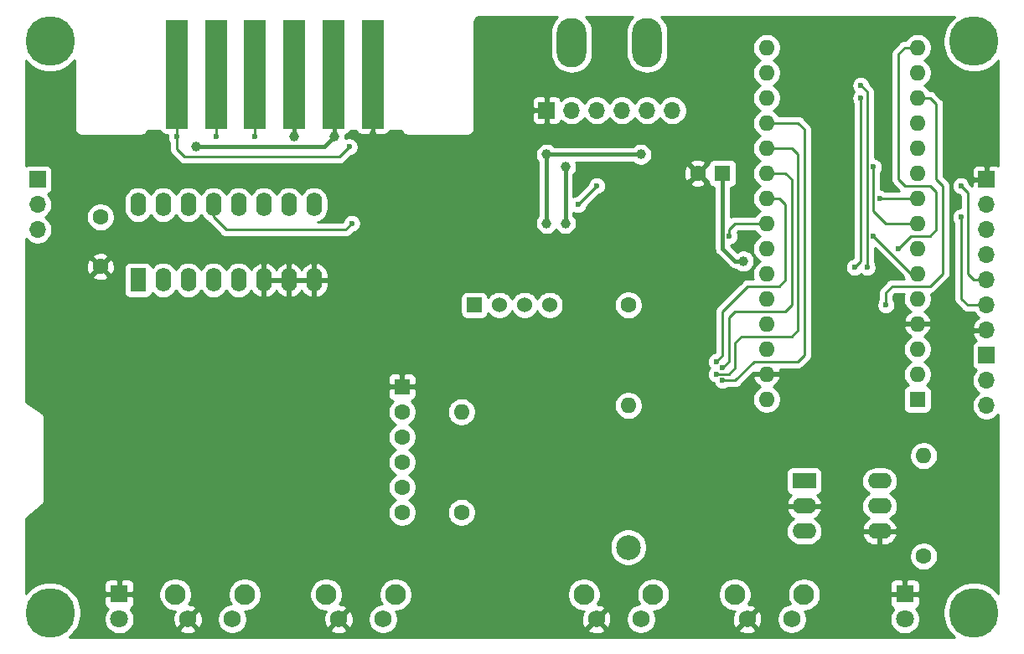
<source format=gbl>
G04 #@! TF.GenerationSoftware,KiCad,Pcbnew,(5.1.8)-1*
G04 #@! TF.CreationDate,2022-01-29T23:12:44+01:00*
G04 #@! TF.ProjectId,PlayOnTape Module,506c6179-4f6e-4546-9170-65204d6f6475,rev?*
G04 #@! TF.SameCoordinates,Original*
G04 #@! TF.FileFunction,Copper,L2,Bot*
G04 #@! TF.FilePolarity,Positive*
%FSLAX46Y46*%
G04 Gerber Fmt 4.6, Leading zero omitted, Abs format (unit mm)*
G04 Created by KiCad (PCBNEW (5.1.8)-1) date 2022-01-29 23:12:44*
%MOMM*%
%LPD*%
G01*
G04 APERTURE LIST*
G04 #@! TA.AperFunction,WasherPad*
%ADD10O,3.000000X5.000000*%
G04 #@! TD*
G04 #@! TA.AperFunction,ComponentPad*
%ADD11O,1.700000X1.700000*%
G04 #@! TD*
G04 #@! TA.AperFunction,ComponentPad*
%ADD12R,1.700000X1.700000*%
G04 #@! TD*
G04 #@! TA.AperFunction,SMDPad,CuDef*
%ADD13R,2.200000X11.000000*%
G04 #@! TD*
G04 #@! TA.AperFunction,ComponentPad*
%ADD14R,1.524000X1.524000*%
G04 #@! TD*
G04 #@! TA.AperFunction,ComponentPad*
%ADD15C,1.524000*%
G04 #@! TD*
G04 #@! TA.AperFunction,WasherPad*
%ADD16C,2.500000*%
G04 #@! TD*
G04 #@! TA.AperFunction,ComponentPad*
%ADD17R,1.600000X1.600000*%
G04 #@! TD*
G04 #@! TA.AperFunction,ComponentPad*
%ADD18C,1.600000*%
G04 #@! TD*
G04 #@! TA.AperFunction,ComponentPad*
%ADD19O,1.600000X1.600000*%
G04 #@! TD*
G04 #@! TA.AperFunction,ComponentPad*
%ADD20C,5.000000*%
G04 #@! TD*
G04 #@! TA.AperFunction,ComponentPad*
%ADD21R,1.800000X1.800000*%
G04 #@! TD*
G04 #@! TA.AperFunction,ComponentPad*
%ADD22C,1.800000*%
G04 #@! TD*
G04 #@! TA.AperFunction,ComponentPad*
%ADD23C,2.100000*%
G04 #@! TD*
G04 #@! TA.AperFunction,ComponentPad*
%ADD24C,1.750000*%
G04 #@! TD*
G04 #@! TA.AperFunction,ComponentPad*
%ADD25R,2.400000X1.600000*%
G04 #@! TD*
G04 #@! TA.AperFunction,ComponentPad*
%ADD26O,2.400000X1.600000*%
G04 #@! TD*
G04 #@! TA.AperFunction,ComponentPad*
%ADD27R,1.600000X2.400000*%
G04 #@! TD*
G04 #@! TA.AperFunction,ComponentPad*
%ADD28O,1.600000X2.400000*%
G04 #@! TD*
G04 #@! TA.AperFunction,ViaPad*
%ADD29C,1.000000*%
G04 #@! TD*
G04 #@! TA.AperFunction,ViaPad*
%ADD30C,0.600000*%
G04 #@! TD*
G04 #@! TA.AperFunction,Conductor*
%ADD31C,0.381000*%
G04 #@! TD*
G04 #@! TA.AperFunction,Conductor*
%ADD32C,0.250000*%
G04 #@! TD*
G04 #@! TA.AperFunction,Conductor*
%ADD33C,0.254000*%
G04 #@! TD*
G04 #@! TA.AperFunction,Conductor*
%ADD34C,0.100000*%
G04 #@! TD*
G04 APERTURE END LIST*
D10*
X133985000Y-81407000D03*
X126365000Y-81407000D03*
D11*
X136525000Y-88265000D03*
X133985000Y-88265000D03*
X131445000Y-88265000D03*
X128905000Y-88265000D03*
X126365000Y-88265000D03*
D12*
X123825000Y-88265000D03*
D13*
X106261500Y-84606500D03*
X102301500Y-84606500D03*
X98341500Y-84606500D03*
X94381500Y-84606500D03*
X90421500Y-84606500D03*
X86461500Y-84606500D03*
D14*
X116525000Y-107950000D03*
D15*
X119065000Y-107950000D03*
X121605000Y-107950000D03*
X124145000Y-107950000D03*
D16*
X132085000Y-132450000D03*
D17*
X109220000Y-116205000D03*
D18*
X109220000Y-118745000D03*
X109220000Y-121285000D03*
X109220000Y-123825000D03*
X109220000Y-126365000D03*
X109220000Y-128905000D03*
D11*
X72390000Y-100330000D03*
X72390000Y-97790000D03*
D12*
X72390000Y-95250000D03*
D17*
X161290000Y-117475000D03*
D19*
X146050000Y-84455000D03*
X161290000Y-114935000D03*
X146050000Y-86995000D03*
X161290000Y-112395000D03*
X146050000Y-89535000D03*
X161290000Y-109855000D03*
X146050000Y-92075000D03*
X161290000Y-107315000D03*
X146050000Y-94615000D03*
X161290000Y-104775000D03*
X146050000Y-97155000D03*
X161290000Y-102235000D03*
X146050000Y-99695000D03*
X161290000Y-99695000D03*
X146050000Y-102235000D03*
X161290000Y-97155000D03*
X146050000Y-104775000D03*
X161290000Y-94615000D03*
X146050000Y-107315000D03*
X161290000Y-92075000D03*
X146050000Y-109855000D03*
X161290000Y-89535000D03*
X146050000Y-112395000D03*
X161290000Y-86995000D03*
X146050000Y-114935000D03*
X161290000Y-84455000D03*
X146050000Y-117475000D03*
X161290000Y-81915000D03*
X146050000Y-81915000D03*
D12*
X168275000Y-95250000D03*
D11*
X168275000Y-97790000D03*
X168275000Y-100330000D03*
X168275000Y-102870000D03*
X168275000Y-105410000D03*
X168275000Y-107950000D03*
X168275000Y-110490000D03*
D20*
X73660000Y-139065000D03*
X167005000Y-139065000D03*
X167005000Y-81280000D03*
X73660000Y-81280000D03*
D17*
X141605000Y-94615000D03*
D18*
X139105000Y-94615000D03*
D21*
X80645000Y-137160000D03*
D22*
X80645000Y-139700000D03*
D12*
X168275000Y-113030000D03*
D11*
X168275000Y-115570000D03*
X168275000Y-118110000D03*
D19*
X115227100Y-118745000D03*
D18*
X115227100Y-128905000D03*
D23*
X127590000Y-137210000D03*
D24*
X128850000Y-139700000D03*
X133350000Y-139700000D03*
D23*
X134600000Y-137210000D03*
X149840000Y-137210000D03*
D24*
X148590000Y-139700000D03*
X144090000Y-139700000D03*
D23*
X142830000Y-137210000D03*
X108565000Y-137210000D03*
D24*
X107315000Y-139700000D03*
X102815000Y-139700000D03*
D23*
X101555000Y-137210000D03*
X86315000Y-137210000D03*
D24*
X87575000Y-139700000D03*
X92075000Y-139700000D03*
D23*
X93325000Y-137210000D03*
D18*
X78740000Y-99060000D03*
X78740000Y-104060000D03*
D21*
X160020000Y-137160000D03*
D22*
X160020000Y-139700000D03*
D19*
X132080000Y-118110000D03*
D18*
X132080000Y-107950000D03*
X161925000Y-133350000D03*
D19*
X161925000Y-123190000D03*
D25*
X149860000Y-125730000D03*
D26*
X157480000Y-130810000D03*
X149860000Y-128270000D03*
X157480000Y-128270000D03*
X149860000Y-130810000D03*
X157480000Y-125730000D03*
D27*
X82550000Y-105410000D03*
D28*
X100330000Y-97790000D03*
X85090000Y-105410000D03*
X97790000Y-97790000D03*
X87630000Y-105410000D03*
X95250000Y-97790000D03*
X90170000Y-105410000D03*
X92710000Y-97790000D03*
X92710000Y-105410000D03*
X90170000Y-97790000D03*
X95250000Y-105410000D03*
X87630000Y-97790000D03*
X97790000Y-105410000D03*
X85090000Y-97790000D03*
X100330000Y-105410000D03*
X82550000Y-97790000D03*
D29*
X106299000Y-90932000D03*
X119253000Y-113411000D03*
D30*
X141605000Y-115570000D03*
X140970000Y-114935000D03*
X141605000Y-114300000D03*
X140970000Y-113665000D03*
X165679500Y-95885000D03*
X142295500Y-100965000D03*
X165679500Y-99060000D03*
X104140000Y-99695000D03*
X156845000Y-100965000D03*
X86461500Y-90932000D03*
X103886000Y-91948000D03*
X156845000Y-93980040D03*
X157480000Y-97155000D03*
X127000000Y-97790000D03*
X128905000Y-95885000D03*
D29*
X88400001Y-91939999D03*
X123825000Y-99694988D03*
X123825006Y-92710006D03*
X143700000Y-103505000D03*
X133350000Y-92710000D03*
X102362000Y-90932000D03*
D30*
X158115000Y-107950000D03*
X154940000Y-104140000D03*
X155575000Y-86995000D03*
X159385000Y-102235000D03*
X156210000Y-104140000D03*
X155575000Y-85725000D03*
D29*
X98361500Y-90932000D03*
X125729994Y-99695000D03*
X125730002Y-93980002D03*
D30*
X94361000Y-90932000D03*
X90424000Y-90932000D03*
D31*
X106299000Y-84644000D02*
X106261500Y-84606500D01*
X106299000Y-90932000D02*
X106299000Y-84644000D01*
D32*
X149225000Y-89535000D02*
X146050000Y-89535000D01*
X149860000Y-113030000D02*
X149860000Y-90170000D01*
X149860000Y-90170000D02*
X149225000Y-89535000D01*
X149225000Y-113665000D02*
X149860000Y-113030000D01*
X144780000Y-113665000D02*
X149225000Y-113665000D01*
X142875000Y-115570000D02*
X144780000Y-113665000D01*
X141605000Y-115570000D02*
X142875000Y-115570000D01*
X142240000Y-114935000D02*
X140970000Y-114935000D01*
X142875000Y-114300000D02*
X142240000Y-114935000D01*
X142875000Y-111760000D02*
X142875000Y-114300000D01*
X143510000Y-111125000D02*
X142875000Y-111760000D01*
X149225000Y-110490000D02*
X148590000Y-111125000D01*
X149225000Y-92710000D02*
X149225000Y-110490000D01*
X148590000Y-111125000D02*
X143510000Y-111125000D01*
X148590000Y-92075000D02*
X149225000Y-92710000D01*
X146050000Y-92075000D02*
X148590000Y-92075000D01*
X142240000Y-109220000D02*
X142240000Y-113665000D01*
X142875000Y-108585000D02*
X142240000Y-109220000D01*
X147955000Y-108585000D02*
X142875000Y-108585000D01*
X148590000Y-107950000D02*
X147955000Y-108585000D01*
X148590000Y-95250000D02*
X148590000Y-107950000D01*
X142240000Y-113665000D02*
X141605000Y-114300000D01*
X147955000Y-94615000D02*
X148590000Y-95250000D01*
X146050000Y-94615000D02*
X147955000Y-94615000D01*
X141605000Y-108585000D02*
X141605000Y-113030000D01*
X144145000Y-106045000D02*
X141605000Y-108585000D01*
X147320000Y-106045000D02*
X144145000Y-106045000D01*
X147955000Y-105410000D02*
X147320000Y-106045000D01*
X147955000Y-97790000D02*
X147955000Y-105410000D01*
X141605000Y-113030000D02*
X140970000Y-113665000D01*
X147320000Y-97155000D02*
X147955000Y-97790000D01*
X146050000Y-97155000D02*
X147320000Y-97155000D01*
X168275000Y-105410000D02*
X167005000Y-105410000D01*
X167005000Y-105410000D02*
X166370000Y-104775000D01*
X166370000Y-96575500D02*
X165679500Y-95885000D01*
X166370000Y-104775000D02*
X166370000Y-96575500D01*
X142295500Y-100965000D02*
X142295500Y-100274500D01*
X142875000Y-99695000D02*
X146050000Y-99695000D01*
X142295500Y-100274500D02*
X142875000Y-99695000D01*
X168275000Y-107950000D02*
X166370000Y-107950000D01*
X166370000Y-107950000D02*
X165735000Y-107315000D01*
X165735000Y-107315000D02*
X165735000Y-103505000D01*
X165735000Y-99115500D02*
X165679500Y-99060000D01*
X165735000Y-103505000D02*
X165735000Y-99115500D01*
X161290000Y-104775000D02*
X160655000Y-104775000D01*
X103505000Y-100330000D02*
X104140000Y-99695000D01*
X91440000Y-100330000D02*
X103505000Y-100330000D01*
X90170000Y-99060000D02*
X91440000Y-100330000D01*
X90170000Y-97790000D02*
X90170000Y-99060000D01*
X160655000Y-104775000D02*
X156845000Y-100965000D01*
X86461500Y-90932000D02*
X86461500Y-84606500D01*
X86461500Y-90932000D02*
X86461500Y-92176500D01*
X86995000Y-92710000D02*
X87050000Y-92765000D01*
X86461500Y-92176500D02*
X86995000Y-92710000D01*
X102879497Y-92954503D02*
X103886000Y-91948000D01*
X87239503Y-92954503D02*
X102879497Y-92954503D01*
X86995000Y-92710000D02*
X87239503Y-92954503D01*
X156845000Y-98425000D02*
X156845000Y-93980040D01*
X158115000Y-99695000D02*
X156845000Y-98425000D01*
X161290000Y-99695000D02*
X158115000Y-99695000D01*
X161290000Y-97155000D02*
X157480000Y-97155000D01*
X127000000Y-97790000D02*
X128905000Y-95885000D01*
D31*
X102301500Y-84606500D02*
X102298500Y-84609500D01*
X88400001Y-91939999D02*
X101353999Y-91939999D01*
X101353999Y-91939999D02*
X102362000Y-90931998D01*
X123825000Y-93345000D02*
X123825000Y-92710000D01*
X123825000Y-99694988D02*
X123825000Y-93345000D01*
X123825000Y-92710000D02*
X123825006Y-92710006D01*
X141605000Y-102235000D02*
X141605000Y-94615000D01*
X142875000Y-103505000D02*
X141605000Y-102235000D01*
X143700000Y-103505000D02*
X142875000Y-103505000D01*
X123825000Y-92710000D02*
X133350000Y-92710000D01*
X102362000Y-84667000D02*
X102301500Y-84606500D01*
X102362000Y-90932000D02*
X102362000Y-84667000D01*
D32*
X158115000Y-106680000D02*
X158115000Y-107950000D01*
X162560000Y-106045000D02*
X158750000Y-106045000D01*
X163830000Y-104775000D02*
X162560000Y-106045000D01*
X158750000Y-106045000D02*
X158115000Y-106680000D01*
X163830000Y-95885000D02*
X163195000Y-95250000D01*
X163830000Y-95885000D02*
X163830000Y-104775000D01*
X163195000Y-95250000D02*
X163195000Y-87630000D01*
X163195000Y-87630000D02*
X162560000Y-86995000D01*
X162560000Y-86995000D02*
X161290000Y-86995000D01*
X155575000Y-103505000D02*
X155575000Y-86995000D01*
X154940000Y-104140000D02*
X155575000Y-103505000D01*
X160655000Y-100965000D02*
X159385000Y-102235000D01*
X162560000Y-100965000D02*
X160655000Y-100965000D01*
X163195000Y-100330000D02*
X162560000Y-100965000D01*
X161290000Y-81915000D02*
X160020000Y-81915000D01*
X160020000Y-81915000D02*
X159385000Y-82550000D01*
X159385000Y-82550000D02*
X159385000Y-95250000D01*
X159385000Y-95250000D02*
X160020000Y-95885000D01*
X162560000Y-95885000D02*
X163195000Y-96520000D01*
X160020000Y-95885000D02*
X162560000Y-95885000D01*
X163195000Y-96520000D02*
X163195000Y-100330000D01*
X156210000Y-104140000D02*
X156210000Y-86360000D01*
X156210000Y-86360000D02*
X155575000Y-85725000D01*
D31*
X98361500Y-84626500D02*
X98341500Y-84606500D01*
X98361500Y-90932000D02*
X98361500Y-84626500D01*
X125729994Y-99695000D02*
X125729994Y-93980010D01*
X125729994Y-93980010D02*
X125730002Y-93980002D01*
D32*
X94381500Y-90784500D02*
X94361000Y-90805000D01*
X94381500Y-90911500D02*
X94361000Y-90932000D01*
X94381500Y-84606500D02*
X94381500Y-90911500D01*
X90421500Y-90929500D02*
X90424000Y-90932000D01*
X90424000Y-84609000D02*
X90421500Y-84606500D01*
X90424000Y-90932000D02*
X90424000Y-84609000D01*
D33*
X124848023Y-78890023D02*
X124581223Y-79215119D01*
X124382974Y-79586019D01*
X124260892Y-79988468D01*
X124230000Y-80302119D01*
X124230000Y-82511882D01*
X124260892Y-82825533D01*
X124382975Y-83227982D01*
X124581224Y-83598881D01*
X124848024Y-83923977D01*
X125173120Y-84190777D01*
X125544019Y-84389026D01*
X125946468Y-84511108D01*
X126365000Y-84552330D01*
X126783533Y-84511108D01*
X127185982Y-84389026D01*
X127556881Y-84190777D01*
X127881977Y-83923977D01*
X128148777Y-83598881D01*
X128347026Y-83227982D01*
X128469108Y-82825533D01*
X128500000Y-82511882D01*
X128500000Y-80302118D01*
X128469108Y-79988467D01*
X128347026Y-79586018D01*
X128148777Y-79215119D01*
X127881977Y-78890023D01*
X127790561Y-78815000D01*
X132559439Y-78815000D01*
X132468023Y-78890023D01*
X132201223Y-79215119D01*
X132002974Y-79586019D01*
X131880892Y-79988468D01*
X131850000Y-80302119D01*
X131850000Y-82511882D01*
X131880892Y-82825533D01*
X132002975Y-83227982D01*
X132201224Y-83598881D01*
X132468024Y-83923977D01*
X132793120Y-84190777D01*
X133164019Y-84389026D01*
X133566468Y-84511108D01*
X133985000Y-84552330D01*
X134403533Y-84511108D01*
X134805982Y-84389026D01*
X135176881Y-84190777D01*
X135501977Y-83923977D01*
X135768777Y-83598881D01*
X135967026Y-83227982D01*
X136089108Y-82825533D01*
X136120000Y-82511882D01*
X136120000Y-80302118D01*
X136089108Y-79988467D01*
X135967026Y-79586018D01*
X135768777Y-79215119D01*
X135501977Y-78890023D01*
X135410561Y-78815000D01*
X165051282Y-78815000D01*
X165006554Y-78844886D01*
X164569886Y-79281554D01*
X164226799Y-79795021D01*
X163990476Y-80365554D01*
X163870000Y-80971229D01*
X163870000Y-81588771D01*
X163990476Y-82194446D01*
X164226799Y-82764979D01*
X164569886Y-83278446D01*
X165006554Y-83715114D01*
X165520021Y-84058201D01*
X166090554Y-84294524D01*
X166696229Y-84415000D01*
X167313771Y-84415000D01*
X167919446Y-84294524D01*
X168489979Y-84058201D01*
X169003446Y-83715114D01*
X169440114Y-83278446D01*
X169470001Y-83233717D01*
X169470001Y-93864389D01*
X169369180Y-93810498D01*
X169249482Y-93774188D01*
X169125000Y-93761928D01*
X168560750Y-93765000D01*
X168402000Y-93923750D01*
X168402000Y-95123000D01*
X168422000Y-95123000D01*
X168422000Y-95377000D01*
X168402000Y-95377000D01*
X168402000Y-95397000D01*
X168148000Y-95397000D01*
X168148000Y-95377000D01*
X166948750Y-95377000D01*
X166790000Y-95535750D01*
X166787916Y-95918613D01*
X166602653Y-95733350D01*
X166578568Y-95612271D01*
X166508086Y-95442111D01*
X166405762Y-95288972D01*
X166275528Y-95158738D01*
X166122389Y-95056414D01*
X165952229Y-94985932D01*
X165771589Y-94950000D01*
X165587411Y-94950000D01*
X165406771Y-94985932D01*
X165236611Y-95056414D01*
X165083472Y-95158738D01*
X164953238Y-95288972D01*
X164850914Y-95442111D01*
X164780432Y-95612271D01*
X164744500Y-95792911D01*
X164744500Y-95977089D01*
X164780432Y-96157729D01*
X164850914Y-96327889D01*
X164953238Y-96481028D01*
X165083472Y-96611262D01*
X165236611Y-96713586D01*
X165406771Y-96784068D01*
X165527850Y-96808153D01*
X165610001Y-96890303D01*
X165610001Y-98125000D01*
X165587411Y-98125000D01*
X165406771Y-98160932D01*
X165236611Y-98231414D01*
X165083472Y-98333738D01*
X164953238Y-98463972D01*
X164850914Y-98617111D01*
X164780432Y-98787271D01*
X164744500Y-98967911D01*
X164744500Y-99152089D01*
X164780432Y-99332729D01*
X164850914Y-99502889D01*
X164953238Y-99656028D01*
X164975001Y-99677791D01*
X164975000Y-103542332D01*
X164975001Y-103542342D01*
X164975000Y-107277677D01*
X164971324Y-107315000D01*
X164975000Y-107352322D01*
X164975000Y-107352332D01*
X164985997Y-107463985D01*
X165006455Y-107531426D01*
X165029454Y-107607246D01*
X165100026Y-107739276D01*
X165139871Y-107787826D01*
X165194999Y-107855001D01*
X165224002Y-107878803D01*
X165806200Y-108461002D01*
X165829999Y-108490001D01*
X165912771Y-108557930D01*
X165945724Y-108584974D01*
X166077753Y-108655546D01*
X166221014Y-108699003D01*
X166370000Y-108713677D01*
X166407333Y-108710000D01*
X166996822Y-108710000D01*
X167121525Y-108896632D01*
X167328368Y-109103475D01*
X167510534Y-109225195D01*
X167393645Y-109294822D01*
X167177412Y-109489731D01*
X167003359Y-109723080D01*
X166878175Y-109985901D01*
X166833524Y-110133110D01*
X166954845Y-110363000D01*
X168148000Y-110363000D01*
X168148000Y-110343000D01*
X168402000Y-110343000D01*
X168402000Y-110363000D01*
X168422000Y-110363000D01*
X168422000Y-110617000D01*
X168402000Y-110617000D01*
X168402000Y-110637000D01*
X168148000Y-110637000D01*
X168148000Y-110617000D01*
X166954845Y-110617000D01*
X166833524Y-110846890D01*
X166878175Y-110994099D01*
X167003359Y-111256920D01*
X167177412Y-111490269D01*
X167261466Y-111566034D01*
X167180820Y-111590498D01*
X167070506Y-111649463D01*
X166973815Y-111728815D01*
X166894463Y-111825506D01*
X166835498Y-111935820D01*
X166799188Y-112055518D01*
X166786928Y-112180000D01*
X166786928Y-113880000D01*
X166799188Y-114004482D01*
X166835498Y-114124180D01*
X166894463Y-114234494D01*
X166973815Y-114331185D01*
X167070506Y-114410537D01*
X167180820Y-114469502D01*
X167253380Y-114491513D01*
X167121525Y-114623368D01*
X166959010Y-114866589D01*
X166847068Y-115136842D01*
X166790000Y-115423740D01*
X166790000Y-115716260D01*
X166847068Y-116003158D01*
X166959010Y-116273411D01*
X167121525Y-116516632D01*
X167328368Y-116723475D01*
X167502760Y-116840000D01*
X167328368Y-116956525D01*
X167121525Y-117163368D01*
X166959010Y-117406589D01*
X166847068Y-117676842D01*
X166790000Y-117963740D01*
X166790000Y-118256260D01*
X166847068Y-118543158D01*
X166959010Y-118813411D01*
X167121525Y-119056632D01*
X167328368Y-119263475D01*
X167571589Y-119425990D01*
X167841842Y-119537932D01*
X168128740Y-119595000D01*
X168421260Y-119595000D01*
X168708158Y-119537932D01*
X168978411Y-119425990D01*
X169221632Y-119263475D01*
X169428475Y-119056632D01*
X169470000Y-118994485D01*
X169470000Y-137111282D01*
X169440114Y-137066554D01*
X169003446Y-136629886D01*
X168489979Y-136286799D01*
X167919446Y-136050476D01*
X167313771Y-135930000D01*
X166696229Y-135930000D01*
X166090554Y-136050476D01*
X165520021Y-136286799D01*
X165006554Y-136629886D01*
X164569886Y-137066554D01*
X164226799Y-137580021D01*
X163990476Y-138150554D01*
X163870000Y-138756229D01*
X163870000Y-139373771D01*
X163990476Y-139979446D01*
X164226799Y-140549979D01*
X164569886Y-141063446D01*
X165006554Y-141500114D01*
X165051282Y-141530000D01*
X75613718Y-141530000D01*
X75658446Y-141500114D01*
X76095114Y-141063446D01*
X76438201Y-140549979D01*
X76674524Y-139979446D01*
X76795000Y-139373771D01*
X76795000Y-138756229D01*
X76674524Y-138150554D01*
X76637016Y-138060000D01*
X79106928Y-138060000D01*
X79119188Y-138184482D01*
X79155498Y-138304180D01*
X79214463Y-138414494D01*
X79293815Y-138511185D01*
X79390506Y-138590537D01*
X79500820Y-138649502D01*
X79519127Y-138655056D01*
X79452688Y-138721495D01*
X79284701Y-138972905D01*
X79168989Y-139252257D01*
X79110000Y-139548816D01*
X79110000Y-139851184D01*
X79168989Y-140147743D01*
X79284701Y-140427095D01*
X79452688Y-140678505D01*
X79666495Y-140892312D01*
X79917905Y-141060299D01*
X80197257Y-141176011D01*
X80493816Y-141235000D01*
X80796184Y-141235000D01*
X81092743Y-141176011D01*
X81372095Y-141060299D01*
X81623505Y-140892312D01*
X81769577Y-140746240D01*
X86708365Y-140746240D01*
X86789025Y-140997868D01*
X87057329Y-141126267D01*
X87345526Y-141199855D01*
X87642543Y-141215804D01*
X87936963Y-141173501D01*
X88217474Y-141074572D01*
X88360975Y-140997868D01*
X88441635Y-140746240D01*
X87575000Y-139879605D01*
X86708365Y-140746240D01*
X81769577Y-140746240D01*
X81837312Y-140678505D01*
X82005299Y-140427095D01*
X82121011Y-140147743D01*
X82180000Y-139851184D01*
X82180000Y-139548816D01*
X82121011Y-139252257D01*
X82005299Y-138972905D01*
X81837312Y-138721495D01*
X81770873Y-138655056D01*
X81789180Y-138649502D01*
X81899494Y-138590537D01*
X81996185Y-138511185D01*
X82075537Y-138414494D01*
X82134502Y-138304180D01*
X82170812Y-138184482D01*
X82183072Y-138060000D01*
X82180000Y-137445750D01*
X82021250Y-137287000D01*
X80772000Y-137287000D01*
X80772000Y-137307000D01*
X80518000Y-137307000D01*
X80518000Y-137287000D01*
X79268750Y-137287000D01*
X79110000Y-137445750D01*
X79106928Y-138060000D01*
X76637016Y-138060000D01*
X76438201Y-137580021D01*
X76095114Y-137066554D01*
X76072602Y-137044042D01*
X84630000Y-137044042D01*
X84630000Y-137375958D01*
X84694754Y-137701496D01*
X84821772Y-138008147D01*
X85006175Y-138284125D01*
X85240875Y-138518825D01*
X85516853Y-138703228D01*
X85823504Y-138830246D01*
X86149042Y-138895000D01*
X86336483Y-138895000D01*
X86277132Y-138914025D01*
X86148733Y-139182329D01*
X86075145Y-139470526D01*
X86059196Y-139767543D01*
X86101499Y-140061963D01*
X86200428Y-140342474D01*
X86277132Y-140485975D01*
X86528760Y-140566635D01*
X87395395Y-139700000D01*
X87754605Y-139700000D01*
X88621240Y-140566635D01*
X88872868Y-140485975D01*
X89001267Y-140217671D01*
X89074855Y-139929474D01*
X89090804Y-139632457D01*
X89079140Y-139551278D01*
X90565000Y-139551278D01*
X90565000Y-139848722D01*
X90623029Y-140140451D01*
X90736856Y-140415253D01*
X90902107Y-140662569D01*
X91112431Y-140872893D01*
X91359747Y-141038144D01*
X91634549Y-141151971D01*
X91926278Y-141210000D01*
X92223722Y-141210000D01*
X92515451Y-141151971D01*
X92790253Y-141038144D01*
X93037569Y-140872893D01*
X93164222Y-140746240D01*
X101948365Y-140746240D01*
X102029025Y-140997868D01*
X102297329Y-141126267D01*
X102585526Y-141199855D01*
X102882543Y-141215804D01*
X103176963Y-141173501D01*
X103457474Y-141074572D01*
X103600975Y-140997868D01*
X103681635Y-140746240D01*
X102815000Y-139879605D01*
X101948365Y-140746240D01*
X93164222Y-140746240D01*
X93247893Y-140662569D01*
X93413144Y-140415253D01*
X93526971Y-140140451D01*
X93585000Y-139848722D01*
X93585000Y-139551278D01*
X93526971Y-139259549D01*
X93413144Y-138984747D01*
X93353177Y-138895000D01*
X93490958Y-138895000D01*
X93816496Y-138830246D01*
X94123147Y-138703228D01*
X94399125Y-138518825D01*
X94633825Y-138284125D01*
X94818228Y-138008147D01*
X94945246Y-137701496D01*
X95010000Y-137375958D01*
X95010000Y-137044042D01*
X99870000Y-137044042D01*
X99870000Y-137375958D01*
X99934754Y-137701496D01*
X100061772Y-138008147D01*
X100246175Y-138284125D01*
X100480875Y-138518825D01*
X100756853Y-138703228D01*
X101063504Y-138830246D01*
X101389042Y-138895000D01*
X101576483Y-138895000D01*
X101517132Y-138914025D01*
X101388733Y-139182329D01*
X101315145Y-139470526D01*
X101299196Y-139767543D01*
X101341499Y-140061963D01*
X101440428Y-140342474D01*
X101517132Y-140485975D01*
X101768760Y-140566635D01*
X102635395Y-139700000D01*
X102994605Y-139700000D01*
X103861240Y-140566635D01*
X104112868Y-140485975D01*
X104241267Y-140217671D01*
X104314855Y-139929474D01*
X104330804Y-139632457D01*
X104319140Y-139551278D01*
X105805000Y-139551278D01*
X105805000Y-139848722D01*
X105863029Y-140140451D01*
X105976856Y-140415253D01*
X106142107Y-140662569D01*
X106352431Y-140872893D01*
X106599747Y-141038144D01*
X106874549Y-141151971D01*
X107166278Y-141210000D01*
X107463722Y-141210000D01*
X107755451Y-141151971D01*
X108030253Y-141038144D01*
X108277569Y-140872893D01*
X108404222Y-140746240D01*
X127983365Y-140746240D01*
X128064025Y-140997868D01*
X128332329Y-141126267D01*
X128620526Y-141199855D01*
X128917543Y-141215804D01*
X129211963Y-141173501D01*
X129492474Y-141074572D01*
X129635975Y-140997868D01*
X129716635Y-140746240D01*
X128850000Y-139879605D01*
X127983365Y-140746240D01*
X108404222Y-140746240D01*
X108487893Y-140662569D01*
X108653144Y-140415253D01*
X108766971Y-140140451D01*
X108825000Y-139848722D01*
X108825000Y-139551278D01*
X108766971Y-139259549D01*
X108653144Y-138984747D01*
X108593177Y-138895000D01*
X108730958Y-138895000D01*
X109056496Y-138830246D01*
X109363147Y-138703228D01*
X109639125Y-138518825D01*
X109873825Y-138284125D01*
X110058228Y-138008147D01*
X110185246Y-137701496D01*
X110250000Y-137375958D01*
X110250000Y-137044042D01*
X125905000Y-137044042D01*
X125905000Y-137375958D01*
X125969754Y-137701496D01*
X126096772Y-138008147D01*
X126281175Y-138284125D01*
X126515875Y-138518825D01*
X126791853Y-138703228D01*
X127098504Y-138830246D01*
X127424042Y-138895000D01*
X127611483Y-138895000D01*
X127552132Y-138914025D01*
X127423733Y-139182329D01*
X127350145Y-139470526D01*
X127334196Y-139767543D01*
X127376499Y-140061963D01*
X127475428Y-140342474D01*
X127552132Y-140485975D01*
X127803760Y-140566635D01*
X128670395Y-139700000D01*
X129029605Y-139700000D01*
X129896240Y-140566635D01*
X130147868Y-140485975D01*
X130276267Y-140217671D01*
X130349855Y-139929474D01*
X130365804Y-139632457D01*
X130354140Y-139551278D01*
X131840000Y-139551278D01*
X131840000Y-139848722D01*
X131898029Y-140140451D01*
X132011856Y-140415253D01*
X132177107Y-140662569D01*
X132387431Y-140872893D01*
X132634747Y-141038144D01*
X132909549Y-141151971D01*
X133201278Y-141210000D01*
X133498722Y-141210000D01*
X133790451Y-141151971D01*
X134065253Y-141038144D01*
X134312569Y-140872893D01*
X134439222Y-140746240D01*
X143223365Y-140746240D01*
X143304025Y-140997868D01*
X143572329Y-141126267D01*
X143860526Y-141199855D01*
X144157543Y-141215804D01*
X144451963Y-141173501D01*
X144732474Y-141074572D01*
X144875975Y-140997868D01*
X144956635Y-140746240D01*
X144090000Y-139879605D01*
X143223365Y-140746240D01*
X134439222Y-140746240D01*
X134522893Y-140662569D01*
X134688144Y-140415253D01*
X134801971Y-140140451D01*
X134860000Y-139848722D01*
X134860000Y-139551278D01*
X134801971Y-139259549D01*
X134688144Y-138984747D01*
X134628177Y-138895000D01*
X134765958Y-138895000D01*
X135091496Y-138830246D01*
X135398147Y-138703228D01*
X135674125Y-138518825D01*
X135908825Y-138284125D01*
X136093228Y-138008147D01*
X136220246Y-137701496D01*
X136285000Y-137375958D01*
X136285000Y-137044042D01*
X141145000Y-137044042D01*
X141145000Y-137375958D01*
X141209754Y-137701496D01*
X141336772Y-138008147D01*
X141521175Y-138284125D01*
X141755875Y-138518825D01*
X142031853Y-138703228D01*
X142338504Y-138830246D01*
X142664042Y-138895000D01*
X142851483Y-138895000D01*
X142792132Y-138914025D01*
X142663733Y-139182329D01*
X142590145Y-139470526D01*
X142574196Y-139767543D01*
X142616499Y-140061963D01*
X142715428Y-140342474D01*
X142792132Y-140485975D01*
X143043760Y-140566635D01*
X143910395Y-139700000D01*
X144269605Y-139700000D01*
X145136240Y-140566635D01*
X145387868Y-140485975D01*
X145516267Y-140217671D01*
X145589855Y-139929474D01*
X145605804Y-139632457D01*
X145594140Y-139551278D01*
X147080000Y-139551278D01*
X147080000Y-139848722D01*
X147138029Y-140140451D01*
X147251856Y-140415253D01*
X147417107Y-140662569D01*
X147627431Y-140872893D01*
X147874747Y-141038144D01*
X148149549Y-141151971D01*
X148441278Y-141210000D01*
X148738722Y-141210000D01*
X149030451Y-141151971D01*
X149305253Y-141038144D01*
X149552569Y-140872893D01*
X149762893Y-140662569D01*
X149928144Y-140415253D01*
X150041971Y-140140451D01*
X150100000Y-139848722D01*
X150100000Y-139551278D01*
X150041971Y-139259549D01*
X149928144Y-138984747D01*
X149868177Y-138895000D01*
X150005958Y-138895000D01*
X150331496Y-138830246D01*
X150638147Y-138703228D01*
X150914125Y-138518825D01*
X151148825Y-138284125D01*
X151298580Y-138060000D01*
X158481928Y-138060000D01*
X158494188Y-138184482D01*
X158530498Y-138304180D01*
X158589463Y-138414494D01*
X158668815Y-138511185D01*
X158765506Y-138590537D01*
X158875820Y-138649502D01*
X158894127Y-138655056D01*
X158827688Y-138721495D01*
X158659701Y-138972905D01*
X158543989Y-139252257D01*
X158485000Y-139548816D01*
X158485000Y-139851184D01*
X158543989Y-140147743D01*
X158659701Y-140427095D01*
X158827688Y-140678505D01*
X159041495Y-140892312D01*
X159292905Y-141060299D01*
X159572257Y-141176011D01*
X159868816Y-141235000D01*
X160171184Y-141235000D01*
X160467743Y-141176011D01*
X160747095Y-141060299D01*
X160998505Y-140892312D01*
X161212312Y-140678505D01*
X161380299Y-140427095D01*
X161496011Y-140147743D01*
X161555000Y-139851184D01*
X161555000Y-139548816D01*
X161496011Y-139252257D01*
X161380299Y-138972905D01*
X161212312Y-138721495D01*
X161145873Y-138655056D01*
X161164180Y-138649502D01*
X161274494Y-138590537D01*
X161371185Y-138511185D01*
X161450537Y-138414494D01*
X161509502Y-138304180D01*
X161545812Y-138184482D01*
X161558072Y-138060000D01*
X161555000Y-137445750D01*
X161396250Y-137287000D01*
X160147000Y-137287000D01*
X160147000Y-137307000D01*
X159893000Y-137307000D01*
X159893000Y-137287000D01*
X158643750Y-137287000D01*
X158485000Y-137445750D01*
X158481928Y-138060000D01*
X151298580Y-138060000D01*
X151333228Y-138008147D01*
X151460246Y-137701496D01*
X151525000Y-137375958D01*
X151525000Y-137044042D01*
X151460246Y-136718504D01*
X151333228Y-136411853D01*
X151231763Y-136260000D01*
X158481928Y-136260000D01*
X158485000Y-136874250D01*
X158643750Y-137033000D01*
X159893000Y-137033000D01*
X159893000Y-135783750D01*
X160147000Y-135783750D01*
X160147000Y-137033000D01*
X161396250Y-137033000D01*
X161555000Y-136874250D01*
X161558072Y-136260000D01*
X161545812Y-136135518D01*
X161509502Y-136015820D01*
X161450537Y-135905506D01*
X161371185Y-135808815D01*
X161274494Y-135729463D01*
X161164180Y-135670498D01*
X161044482Y-135634188D01*
X160920000Y-135621928D01*
X160305750Y-135625000D01*
X160147000Y-135783750D01*
X159893000Y-135783750D01*
X159734250Y-135625000D01*
X159120000Y-135621928D01*
X158995518Y-135634188D01*
X158875820Y-135670498D01*
X158765506Y-135729463D01*
X158668815Y-135808815D01*
X158589463Y-135905506D01*
X158530498Y-136015820D01*
X158494188Y-136135518D01*
X158481928Y-136260000D01*
X151231763Y-136260000D01*
X151148825Y-136135875D01*
X150914125Y-135901175D01*
X150638147Y-135716772D01*
X150331496Y-135589754D01*
X150005958Y-135525000D01*
X149674042Y-135525000D01*
X149348504Y-135589754D01*
X149041853Y-135716772D01*
X148765875Y-135901175D01*
X148531175Y-136135875D01*
X148346772Y-136411853D01*
X148219754Y-136718504D01*
X148155000Y-137044042D01*
X148155000Y-137375958D01*
X148219754Y-137701496D01*
X148346772Y-138008147D01*
X148468283Y-138190000D01*
X148441278Y-138190000D01*
X148149549Y-138248029D01*
X147874747Y-138361856D01*
X147627431Y-138527107D01*
X147417107Y-138737431D01*
X147251856Y-138984747D01*
X147138029Y-139259549D01*
X147080000Y-139551278D01*
X145594140Y-139551278D01*
X145563501Y-139338037D01*
X145464572Y-139057526D01*
X145387868Y-138914025D01*
X145136240Y-138833365D01*
X144269605Y-139700000D01*
X143910395Y-139700000D01*
X143896253Y-139685858D01*
X144075858Y-139506253D01*
X144090000Y-139520395D01*
X144956635Y-138653760D01*
X144875975Y-138402132D01*
X144607671Y-138273733D01*
X144319474Y-138200145D01*
X144199252Y-138193689D01*
X144323228Y-138008147D01*
X144450246Y-137701496D01*
X144515000Y-137375958D01*
X144515000Y-137044042D01*
X144450246Y-136718504D01*
X144323228Y-136411853D01*
X144138825Y-136135875D01*
X143904125Y-135901175D01*
X143628147Y-135716772D01*
X143321496Y-135589754D01*
X142995958Y-135525000D01*
X142664042Y-135525000D01*
X142338504Y-135589754D01*
X142031853Y-135716772D01*
X141755875Y-135901175D01*
X141521175Y-136135875D01*
X141336772Y-136411853D01*
X141209754Y-136718504D01*
X141145000Y-137044042D01*
X136285000Y-137044042D01*
X136220246Y-136718504D01*
X136093228Y-136411853D01*
X135908825Y-136135875D01*
X135674125Y-135901175D01*
X135398147Y-135716772D01*
X135091496Y-135589754D01*
X134765958Y-135525000D01*
X134434042Y-135525000D01*
X134108504Y-135589754D01*
X133801853Y-135716772D01*
X133525875Y-135901175D01*
X133291175Y-136135875D01*
X133106772Y-136411853D01*
X132979754Y-136718504D01*
X132915000Y-137044042D01*
X132915000Y-137375958D01*
X132979754Y-137701496D01*
X133106772Y-138008147D01*
X133228283Y-138190000D01*
X133201278Y-138190000D01*
X132909549Y-138248029D01*
X132634747Y-138361856D01*
X132387431Y-138527107D01*
X132177107Y-138737431D01*
X132011856Y-138984747D01*
X131898029Y-139259549D01*
X131840000Y-139551278D01*
X130354140Y-139551278D01*
X130323501Y-139338037D01*
X130224572Y-139057526D01*
X130147868Y-138914025D01*
X129896240Y-138833365D01*
X129029605Y-139700000D01*
X128670395Y-139700000D01*
X128656253Y-139685858D01*
X128835858Y-139506253D01*
X128850000Y-139520395D01*
X129716635Y-138653760D01*
X129635975Y-138402132D01*
X129367671Y-138273733D01*
X129079474Y-138200145D01*
X128959252Y-138193689D01*
X129083228Y-138008147D01*
X129210246Y-137701496D01*
X129275000Y-137375958D01*
X129275000Y-137044042D01*
X129210246Y-136718504D01*
X129083228Y-136411853D01*
X128898825Y-136135875D01*
X128664125Y-135901175D01*
X128388147Y-135716772D01*
X128081496Y-135589754D01*
X127755958Y-135525000D01*
X127424042Y-135525000D01*
X127098504Y-135589754D01*
X126791853Y-135716772D01*
X126515875Y-135901175D01*
X126281175Y-136135875D01*
X126096772Y-136411853D01*
X125969754Y-136718504D01*
X125905000Y-137044042D01*
X110250000Y-137044042D01*
X110185246Y-136718504D01*
X110058228Y-136411853D01*
X109873825Y-136135875D01*
X109639125Y-135901175D01*
X109363147Y-135716772D01*
X109056496Y-135589754D01*
X108730958Y-135525000D01*
X108399042Y-135525000D01*
X108073504Y-135589754D01*
X107766853Y-135716772D01*
X107490875Y-135901175D01*
X107256175Y-136135875D01*
X107071772Y-136411853D01*
X106944754Y-136718504D01*
X106880000Y-137044042D01*
X106880000Y-137375958D01*
X106944754Y-137701496D01*
X107071772Y-138008147D01*
X107193283Y-138190000D01*
X107166278Y-138190000D01*
X106874549Y-138248029D01*
X106599747Y-138361856D01*
X106352431Y-138527107D01*
X106142107Y-138737431D01*
X105976856Y-138984747D01*
X105863029Y-139259549D01*
X105805000Y-139551278D01*
X104319140Y-139551278D01*
X104288501Y-139338037D01*
X104189572Y-139057526D01*
X104112868Y-138914025D01*
X103861240Y-138833365D01*
X102994605Y-139700000D01*
X102635395Y-139700000D01*
X102621253Y-139685858D01*
X102800858Y-139506253D01*
X102815000Y-139520395D01*
X103681635Y-138653760D01*
X103600975Y-138402132D01*
X103332671Y-138273733D01*
X103044474Y-138200145D01*
X102924252Y-138193689D01*
X103048228Y-138008147D01*
X103175246Y-137701496D01*
X103240000Y-137375958D01*
X103240000Y-137044042D01*
X103175246Y-136718504D01*
X103048228Y-136411853D01*
X102863825Y-136135875D01*
X102629125Y-135901175D01*
X102353147Y-135716772D01*
X102046496Y-135589754D01*
X101720958Y-135525000D01*
X101389042Y-135525000D01*
X101063504Y-135589754D01*
X100756853Y-135716772D01*
X100480875Y-135901175D01*
X100246175Y-136135875D01*
X100061772Y-136411853D01*
X99934754Y-136718504D01*
X99870000Y-137044042D01*
X95010000Y-137044042D01*
X94945246Y-136718504D01*
X94818228Y-136411853D01*
X94633825Y-136135875D01*
X94399125Y-135901175D01*
X94123147Y-135716772D01*
X93816496Y-135589754D01*
X93490958Y-135525000D01*
X93159042Y-135525000D01*
X92833504Y-135589754D01*
X92526853Y-135716772D01*
X92250875Y-135901175D01*
X92016175Y-136135875D01*
X91831772Y-136411853D01*
X91704754Y-136718504D01*
X91640000Y-137044042D01*
X91640000Y-137375958D01*
X91704754Y-137701496D01*
X91831772Y-138008147D01*
X91953283Y-138190000D01*
X91926278Y-138190000D01*
X91634549Y-138248029D01*
X91359747Y-138361856D01*
X91112431Y-138527107D01*
X90902107Y-138737431D01*
X90736856Y-138984747D01*
X90623029Y-139259549D01*
X90565000Y-139551278D01*
X89079140Y-139551278D01*
X89048501Y-139338037D01*
X88949572Y-139057526D01*
X88872868Y-138914025D01*
X88621240Y-138833365D01*
X87754605Y-139700000D01*
X87395395Y-139700000D01*
X87381253Y-139685858D01*
X87560858Y-139506253D01*
X87575000Y-139520395D01*
X88441635Y-138653760D01*
X88360975Y-138402132D01*
X88092671Y-138273733D01*
X87804474Y-138200145D01*
X87684252Y-138193689D01*
X87808228Y-138008147D01*
X87935246Y-137701496D01*
X88000000Y-137375958D01*
X88000000Y-137044042D01*
X87935246Y-136718504D01*
X87808228Y-136411853D01*
X87623825Y-136135875D01*
X87389125Y-135901175D01*
X87113147Y-135716772D01*
X86806496Y-135589754D01*
X86480958Y-135525000D01*
X86149042Y-135525000D01*
X85823504Y-135589754D01*
X85516853Y-135716772D01*
X85240875Y-135901175D01*
X85006175Y-136135875D01*
X84821772Y-136411853D01*
X84694754Y-136718504D01*
X84630000Y-137044042D01*
X76072602Y-137044042D01*
X75658446Y-136629886D01*
X75144979Y-136286799D01*
X75080281Y-136260000D01*
X79106928Y-136260000D01*
X79110000Y-136874250D01*
X79268750Y-137033000D01*
X80518000Y-137033000D01*
X80518000Y-135783750D01*
X80772000Y-135783750D01*
X80772000Y-137033000D01*
X82021250Y-137033000D01*
X82180000Y-136874250D01*
X82183072Y-136260000D01*
X82170812Y-136135518D01*
X82134502Y-136015820D01*
X82075537Y-135905506D01*
X81996185Y-135808815D01*
X81899494Y-135729463D01*
X81789180Y-135670498D01*
X81669482Y-135634188D01*
X81545000Y-135621928D01*
X80930750Y-135625000D01*
X80772000Y-135783750D01*
X80518000Y-135783750D01*
X80359250Y-135625000D01*
X79745000Y-135621928D01*
X79620518Y-135634188D01*
X79500820Y-135670498D01*
X79390506Y-135729463D01*
X79293815Y-135808815D01*
X79214463Y-135905506D01*
X79155498Y-136015820D01*
X79119188Y-136135518D01*
X79106928Y-136260000D01*
X75080281Y-136260000D01*
X74574446Y-136050476D01*
X73968771Y-135930000D01*
X73351229Y-135930000D01*
X72745554Y-136050476D01*
X72175021Y-136286799D01*
X71661554Y-136629886D01*
X71224886Y-137066554D01*
X71195000Y-137111282D01*
X71195000Y-132264344D01*
X130200000Y-132264344D01*
X130200000Y-132635656D01*
X130272439Y-132999834D01*
X130414534Y-133342882D01*
X130620825Y-133651618D01*
X130883382Y-133914175D01*
X131192118Y-134120466D01*
X131535166Y-134262561D01*
X131899344Y-134335000D01*
X132270656Y-134335000D01*
X132634834Y-134262561D01*
X132977882Y-134120466D01*
X133286618Y-133914175D01*
X133549175Y-133651618D01*
X133755466Y-133342882D01*
X133811060Y-133208665D01*
X160490000Y-133208665D01*
X160490000Y-133491335D01*
X160545147Y-133768574D01*
X160653320Y-134029727D01*
X160810363Y-134264759D01*
X161010241Y-134464637D01*
X161245273Y-134621680D01*
X161506426Y-134729853D01*
X161783665Y-134785000D01*
X162066335Y-134785000D01*
X162343574Y-134729853D01*
X162604727Y-134621680D01*
X162839759Y-134464637D01*
X163039637Y-134264759D01*
X163196680Y-134029727D01*
X163304853Y-133768574D01*
X163360000Y-133491335D01*
X163360000Y-133208665D01*
X163304853Y-132931426D01*
X163196680Y-132670273D01*
X163039637Y-132435241D01*
X162839759Y-132235363D01*
X162604727Y-132078320D01*
X162343574Y-131970147D01*
X162066335Y-131915000D01*
X161783665Y-131915000D01*
X161506426Y-131970147D01*
X161245273Y-132078320D01*
X161010241Y-132235363D01*
X160810363Y-132435241D01*
X160653320Y-132670273D01*
X160545147Y-132931426D01*
X160490000Y-133208665D01*
X133811060Y-133208665D01*
X133897561Y-132999834D01*
X133970000Y-132635656D01*
X133970000Y-132264344D01*
X133897561Y-131900166D01*
X133755466Y-131557118D01*
X133549175Y-131248382D01*
X133286618Y-130985825D01*
X133023478Y-130810000D01*
X148018057Y-130810000D01*
X148045764Y-131091309D01*
X148127818Y-131361808D01*
X148261068Y-131611101D01*
X148440392Y-131829608D01*
X148658899Y-132008932D01*
X148908192Y-132142182D01*
X149178691Y-132224236D01*
X149389508Y-132245000D01*
X150330492Y-132245000D01*
X150541309Y-132224236D01*
X150811808Y-132142182D01*
X151061101Y-132008932D01*
X151279608Y-131829608D01*
X151458932Y-131611101D01*
X151592182Y-131361808D01*
X151653690Y-131159039D01*
X155688096Y-131159039D01*
X155705633Y-131241818D01*
X155816285Y-131501646D01*
X155975500Y-131734895D01*
X156177161Y-131932601D01*
X156413517Y-132087166D01*
X156675486Y-132192650D01*
X156953000Y-132245000D01*
X157353000Y-132245000D01*
X157353000Y-130937000D01*
X157607000Y-130937000D01*
X157607000Y-132245000D01*
X158007000Y-132245000D01*
X158284514Y-132192650D01*
X158546483Y-132087166D01*
X158782839Y-131932601D01*
X158984500Y-131734895D01*
X159143715Y-131501646D01*
X159254367Y-131241818D01*
X159271904Y-131159039D01*
X159149915Y-130937000D01*
X157607000Y-130937000D01*
X157353000Y-130937000D01*
X155810085Y-130937000D01*
X155688096Y-131159039D01*
X151653690Y-131159039D01*
X151674236Y-131091309D01*
X151701943Y-130810000D01*
X151674236Y-130528691D01*
X151592182Y-130258192D01*
X151458932Y-130008899D01*
X151279608Y-129790392D01*
X151061101Y-129611068D01*
X150933259Y-129542735D01*
X151162839Y-129392601D01*
X151364500Y-129194895D01*
X151523715Y-128961646D01*
X151634367Y-128701818D01*
X151651904Y-128619039D01*
X151529915Y-128397000D01*
X149987000Y-128397000D01*
X149987000Y-128417000D01*
X149733000Y-128417000D01*
X149733000Y-128397000D01*
X148190085Y-128397000D01*
X148068096Y-128619039D01*
X148085633Y-128701818D01*
X148196285Y-128961646D01*
X148355500Y-129194895D01*
X148557161Y-129392601D01*
X148786741Y-129542735D01*
X148658899Y-129611068D01*
X148440392Y-129790392D01*
X148261068Y-130008899D01*
X148127818Y-130258192D01*
X148045764Y-130528691D01*
X148018057Y-130810000D01*
X133023478Y-130810000D01*
X132977882Y-130779534D01*
X132634834Y-130637439D01*
X132270656Y-130565000D01*
X131899344Y-130565000D01*
X131535166Y-130637439D01*
X131192118Y-130779534D01*
X130883382Y-130985825D01*
X130620825Y-131248382D01*
X130414534Y-131557118D01*
X130272439Y-131900166D01*
X130200000Y-132264344D01*
X71195000Y-132264344D01*
X71195000Y-129492243D01*
X72782420Y-128222308D01*
X72786363Y-128220200D01*
X72836990Y-128178651D01*
X72860767Y-128159630D01*
X72863946Y-128156530D01*
X72894475Y-128131475D01*
X72913891Y-128107817D01*
X72935800Y-128086448D01*
X72958147Y-128053890D01*
X72983200Y-128023363D01*
X72997628Y-127996369D01*
X73014946Y-127971139D01*
X73030511Y-127934851D01*
X73049128Y-127900020D01*
X73058013Y-127870730D01*
X73070076Y-127842606D01*
X73078262Y-127803980D01*
X73089727Y-127766184D01*
X73092727Y-127735720D01*
X73099071Y-127705786D01*
X73099564Y-127666305D01*
X73100000Y-127661877D01*
X73100000Y-127631377D01*
X73100817Y-127565939D01*
X73100000Y-127561546D01*
X73100000Y-119414497D01*
X73103434Y-119379254D01*
X73096615Y-119310758D01*
X73089727Y-119240816D01*
X73089617Y-119240453D01*
X73089580Y-119240083D01*
X73069390Y-119173774D01*
X73049128Y-119106980D01*
X73048952Y-119106650D01*
X73048842Y-119106290D01*
X73016062Y-119045118D01*
X72983200Y-118983637D01*
X72982960Y-118983345D01*
X72982784Y-118983016D01*
X72938608Y-118929302D01*
X72894474Y-118875525D01*
X72894186Y-118875288D01*
X72893946Y-118874997D01*
X72839752Y-118830616D01*
X72786362Y-118786800D01*
X72755131Y-118770107D01*
X71195000Y-117730021D01*
X71195000Y-117005000D01*
X107781928Y-117005000D01*
X107794188Y-117129482D01*
X107830498Y-117249180D01*
X107889463Y-117359494D01*
X107968815Y-117456185D01*
X108065506Y-117535537D01*
X108175820Y-117594502D01*
X108295518Y-117630812D01*
X108303961Y-117631643D01*
X108105363Y-117830241D01*
X107948320Y-118065273D01*
X107840147Y-118326426D01*
X107785000Y-118603665D01*
X107785000Y-118886335D01*
X107840147Y-119163574D01*
X107948320Y-119424727D01*
X108105363Y-119659759D01*
X108305241Y-119859637D01*
X108537759Y-120015000D01*
X108305241Y-120170363D01*
X108105363Y-120370241D01*
X107948320Y-120605273D01*
X107840147Y-120866426D01*
X107785000Y-121143665D01*
X107785000Y-121426335D01*
X107840147Y-121703574D01*
X107948320Y-121964727D01*
X108105363Y-122199759D01*
X108305241Y-122399637D01*
X108537759Y-122555000D01*
X108305241Y-122710363D01*
X108105363Y-122910241D01*
X107948320Y-123145273D01*
X107840147Y-123406426D01*
X107785000Y-123683665D01*
X107785000Y-123966335D01*
X107840147Y-124243574D01*
X107948320Y-124504727D01*
X108105363Y-124739759D01*
X108305241Y-124939637D01*
X108537759Y-125095000D01*
X108305241Y-125250363D01*
X108105363Y-125450241D01*
X107948320Y-125685273D01*
X107840147Y-125946426D01*
X107785000Y-126223665D01*
X107785000Y-126506335D01*
X107840147Y-126783574D01*
X107948320Y-127044727D01*
X108105363Y-127279759D01*
X108305241Y-127479637D01*
X108537759Y-127635000D01*
X108305241Y-127790363D01*
X108105363Y-127990241D01*
X107948320Y-128225273D01*
X107840147Y-128486426D01*
X107785000Y-128763665D01*
X107785000Y-129046335D01*
X107840147Y-129323574D01*
X107948320Y-129584727D01*
X108105363Y-129819759D01*
X108305241Y-130019637D01*
X108540273Y-130176680D01*
X108801426Y-130284853D01*
X109078665Y-130340000D01*
X109361335Y-130340000D01*
X109638574Y-130284853D01*
X109899727Y-130176680D01*
X110134759Y-130019637D01*
X110334637Y-129819759D01*
X110491680Y-129584727D01*
X110599853Y-129323574D01*
X110655000Y-129046335D01*
X110655000Y-128763665D01*
X113792100Y-128763665D01*
X113792100Y-129046335D01*
X113847247Y-129323574D01*
X113955420Y-129584727D01*
X114112463Y-129819759D01*
X114312341Y-130019637D01*
X114547373Y-130176680D01*
X114808526Y-130284853D01*
X115085765Y-130340000D01*
X115368435Y-130340000D01*
X115645674Y-130284853D01*
X115906827Y-130176680D01*
X116141859Y-130019637D01*
X116341737Y-129819759D01*
X116498780Y-129584727D01*
X116606953Y-129323574D01*
X116662100Y-129046335D01*
X116662100Y-128763665D01*
X116606953Y-128486426D01*
X116498780Y-128225273D01*
X116341737Y-127990241D01*
X116141859Y-127790363D01*
X115906827Y-127633320D01*
X115645674Y-127525147D01*
X115368435Y-127470000D01*
X115085765Y-127470000D01*
X114808526Y-127525147D01*
X114547373Y-127633320D01*
X114312341Y-127790363D01*
X114112463Y-127990241D01*
X113955420Y-128225273D01*
X113847247Y-128486426D01*
X113792100Y-128763665D01*
X110655000Y-128763665D01*
X110599853Y-128486426D01*
X110491680Y-128225273D01*
X110334637Y-127990241D01*
X110134759Y-127790363D01*
X109902241Y-127635000D01*
X110134759Y-127479637D01*
X110334637Y-127279759D01*
X110491680Y-127044727D01*
X110599853Y-126783574D01*
X110655000Y-126506335D01*
X110655000Y-126223665D01*
X110599853Y-125946426D01*
X110491680Y-125685273D01*
X110334637Y-125450241D01*
X110134759Y-125250363D01*
X109902241Y-125095000D01*
X110134759Y-124939637D01*
X110144396Y-124930000D01*
X148021928Y-124930000D01*
X148021928Y-126530000D01*
X148034188Y-126654482D01*
X148070498Y-126774180D01*
X148129463Y-126884494D01*
X148208815Y-126981185D01*
X148305506Y-127060537D01*
X148415820Y-127119502D01*
X148535518Y-127155812D01*
X148547387Y-127156981D01*
X148355500Y-127345105D01*
X148196285Y-127578354D01*
X148085633Y-127838182D01*
X148068096Y-127920961D01*
X148190085Y-128143000D01*
X149733000Y-128143000D01*
X149733000Y-128123000D01*
X149987000Y-128123000D01*
X149987000Y-128143000D01*
X151529915Y-128143000D01*
X151651904Y-127920961D01*
X151634367Y-127838182D01*
X151523715Y-127578354D01*
X151364500Y-127345105D01*
X151172613Y-127156981D01*
X151184482Y-127155812D01*
X151304180Y-127119502D01*
X151414494Y-127060537D01*
X151511185Y-126981185D01*
X151590537Y-126884494D01*
X151649502Y-126774180D01*
X151685812Y-126654482D01*
X151698072Y-126530000D01*
X151698072Y-125730000D01*
X155638057Y-125730000D01*
X155665764Y-126011309D01*
X155747818Y-126281808D01*
X155881068Y-126531101D01*
X156060392Y-126749608D01*
X156278899Y-126928932D01*
X156411858Y-127000000D01*
X156278899Y-127071068D01*
X156060392Y-127250392D01*
X155881068Y-127468899D01*
X155747818Y-127718192D01*
X155665764Y-127988691D01*
X155638057Y-128270000D01*
X155665764Y-128551309D01*
X155747818Y-128821808D01*
X155881068Y-129071101D01*
X156060392Y-129289608D01*
X156278899Y-129468932D01*
X156406741Y-129537265D01*
X156177161Y-129687399D01*
X155975500Y-129885105D01*
X155816285Y-130118354D01*
X155705633Y-130378182D01*
X155688096Y-130460961D01*
X155810085Y-130683000D01*
X157353000Y-130683000D01*
X157353000Y-130663000D01*
X157607000Y-130663000D01*
X157607000Y-130683000D01*
X159149915Y-130683000D01*
X159271904Y-130460961D01*
X159254367Y-130378182D01*
X159143715Y-130118354D01*
X158984500Y-129885105D01*
X158782839Y-129687399D01*
X158553259Y-129537265D01*
X158681101Y-129468932D01*
X158899608Y-129289608D01*
X159078932Y-129071101D01*
X159212182Y-128821808D01*
X159294236Y-128551309D01*
X159321943Y-128270000D01*
X159294236Y-127988691D01*
X159212182Y-127718192D01*
X159078932Y-127468899D01*
X158899608Y-127250392D01*
X158681101Y-127071068D01*
X158548142Y-127000000D01*
X158681101Y-126928932D01*
X158899608Y-126749608D01*
X159078932Y-126531101D01*
X159212182Y-126281808D01*
X159294236Y-126011309D01*
X159321943Y-125730000D01*
X159294236Y-125448691D01*
X159212182Y-125178192D01*
X159078932Y-124928899D01*
X158899608Y-124710392D01*
X158681101Y-124531068D01*
X158431808Y-124397818D01*
X158161309Y-124315764D01*
X157950492Y-124295000D01*
X157009508Y-124295000D01*
X156798691Y-124315764D01*
X156528192Y-124397818D01*
X156278899Y-124531068D01*
X156060392Y-124710392D01*
X155881068Y-124928899D01*
X155747818Y-125178192D01*
X155665764Y-125448691D01*
X155638057Y-125730000D01*
X151698072Y-125730000D01*
X151698072Y-124930000D01*
X151685812Y-124805518D01*
X151649502Y-124685820D01*
X151590537Y-124575506D01*
X151511185Y-124478815D01*
X151414494Y-124399463D01*
X151304180Y-124340498D01*
X151184482Y-124304188D01*
X151060000Y-124291928D01*
X148660000Y-124291928D01*
X148535518Y-124304188D01*
X148415820Y-124340498D01*
X148305506Y-124399463D01*
X148208815Y-124478815D01*
X148129463Y-124575506D01*
X148070498Y-124685820D01*
X148034188Y-124805518D01*
X148021928Y-124930000D01*
X110144396Y-124930000D01*
X110334637Y-124739759D01*
X110491680Y-124504727D01*
X110599853Y-124243574D01*
X110655000Y-123966335D01*
X110655000Y-123683665D01*
X110599853Y-123406426D01*
X110491680Y-123145273D01*
X110427129Y-123048665D01*
X160490000Y-123048665D01*
X160490000Y-123331335D01*
X160545147Y-123608574D01*
X160653320Y-123869727D01*
X160810363Y-124104759D01*
X161010241Y-124304637D01*
X161245273Y-124461680D01*
X161506426Y-124569853D01*
X161783665Y-124625000D01*
X162066335Y-124625000D01*
X162343574Y-124569853D01*
X162604727Y-124461680D01*
X162839759Y-124304637D01*
X163039637Y-124104759D01*
X163196680Y-123869727D01*
X163304853Y-123608574D01*
X163360000Y-123331335D01*
X163360000Y-123048665D01*
X163304853Y-122771426D01*
X163196680Y-122510273D01*
X163039637Y-122275241D01*
X162839759Y-122075363D01*
X162604727Y-121918320D01*
X162343574Y-121810147D01*
X162066335Y-121755000D01*
X161783665Y-121755000D01*
X161506426Y-121810147D01*
X161245273Y-121918320D01*
X161010241Y-122075363D01*
X160810363Y-122275241D01*
X160653320Y-122510273D01*
X160545147Y-122771426D01*
X160490000Y-123048665D01*
X110427129Y-123048665D01*
X110334637Y-122910241D01*
X110134759Y-122710363D01*
X109902241Y-122555000D01*
X110134759Y-122399637D01*
X110334637Y-122199759D01*
X110491680Y-121964727D01*
X110599853Y-121703574D01*
X110655000Y-121426335D01*
X110655000Y-121143665D01*
X110599853Y-120866426D01*
X110491680Y-120605273D01*
X110334637Y-120370241D01*
X110134759Y-120170363D01*
X109902241Y-120015000D01*
X110134759Y-119859637D01*
X110334637Y-119659759D01*
X110491680Y-119424727D01*
X110599853Y-119163574D01*
X110655000Y-118886335D01*
X110655000Y-118603665D01*
X113792100Y-118603665D01*
X113792100Y-118886335D01*
X113847247Y-119163574D01*
X113955420Y-119424727D01*
X114112463Y-119659759D01*
X114312341Y-119859637D01*
X114547373Y-120016680D01*
X114808526Y-120124853D01*
X115085765Y-120180000D01*
X115368435Y-120180000D01*
X115645674Y-120124853D01*
X115906827Y-120016680D01*
X116141859Y-119859637D01*
X116341737Y-119659759D01*
X116498780Y-119424727D01*
X116606953Y-119163574D01*
X116662100Y-118886335D01*
X116662100Y-118603665D01*
X116606953Y-118326426D01*
X116498780Y-118065273D01*
X116434229Y-117968665D01*
X130645000Y-117968665D01*
X130645000Y-118251335D01*
X130700147Y-118528574D01*
X130808320Y-118789727D01*
X130965363Y-119024759D01*
X131165241Y-119224637D01*
X131400273Y-119381680D01*
X131661426Y-119489853D01*
X131938665Y-119545000D01*
X132221335Y-119545000D01*
X132498574Y-119489853D01*
X132759727Y-119381680D01*
X132994759Y-119224637D01*
X133194637Y-119024759D01*
X133351680Y-118789727D01*
X133459853Y-118528574D01*
X133515000Y-118251335D01*
X133515000Y-117968665D01*
X133459853Y-117691426D01*
X133351680Y-117430273D01*
X133287129Y-117333665D01*
X144615000Y-117333665D01*
X144615000Y-117616335D01*
X144670147Y-117893574D01*
X144778320Y-118154727D01*
X144935363Y-118389759D01*
X145135241Y-118589637D01*
X145370273Y-118746680D01*
X145631426Y-118854853D01*
X145908665Y-118910000D01*
X146191335Y-118910000D01*
X146468574Y-118854853D01*
X146729727Y-118746680D01*
X146964759Y-118589637D01*
X147164637Y-118389759D01*
X147321680Y-118154727D01*
X147429853Y-117893574D01*
X147485000Y-117616335D01*
X147485000Y-117333665D01*
X147429853Y-117056426D01*
X147321680Y-116795273D01*
X147241317Y-116675000D01*
X159851928Y-116675000D01*
X159851928Y-118275000D01*
X159864188Y-118399482D01*
X159900498Y-118519180D01*
X159959463Y-118629494D01*
X160038815Y-118726185D01*
X160135506Y-118805537D01*
X160245820Y-118864502D01*
X160365518Y-118900812D01*
X160490000Y-118913072D01*
X162090000Y-118913072D01*
X162214482Y-118900812D01*
X162334180Y-118864502D01*
X162444494Y-118805537D01*
X162541185Y-118726185D01*
X162620537Y-118629494D01*
X162679502Y-118519180D01*
X162715812Y-118399482D01*
X162728072Y-118275000D01*
X162728072Y-116675000D01*
X162715812Y-116550518D01*
X162679502Y-116430820D01*
X162620537Y-116320506D01*
X162541185Y-116223815D01*
X162444494Y-116144463D01*
X162334180Y-116085498D01*
X162214482Y-116049188D01*
X162206039Y-116048357D01*
X162404637Y-115849759D01*
X162561680Y-115614727D01*
X162669853Y-115353574D01*
X162725000Y-115076335D01*
X162725000Y-114793665D01*
X162669853Y-114516426D01*
X162561680Y-114255273D01*
X162404637Y-114020241D01*
X162204759Y-113820363D01*
X161972241Y-113665000D01*
X162204759Y-113509637D01*
X162404637Y-113309759D01*
X162561680Y-113074727D01*
X162669853Y-112813574D01*
X162725000Y-112536335D01*
X162725000Y-112253665D01*
X162669853Y-111976426D01*
X162561680Y-111715273D01*
X162404637Y-111480241D01*
X162204759Y-111280363D01*
X161969727Y-111123320D01*
X161959135Y-111118933D01*
X162145131Y-111007385D01*
X162353519Y-110818414D01*
X162521037Y-110592420D01*
X162641246Y-110338087D01*
X162681904Y-110204039D01*
X162559915Y-109982000D01*
X161417000Y-109982000D01*
X161417000Y-110002000D01*
X161163000Y-110002000D01*
X161163000Y-109982000D01*
X160020085Y-109982000D01*
X159898096Y-110204039D01*
X159938754Y-110338087D01*
X160058963Y-110592420D01*
X160226481Y-110818414D01*
X160434869Y-111007385D01*
X160620865Y-111118933D01*
X160610273Y-111123320D01*
X160375241Y-111280363D01*
X160175363Y-111480241D01*
X160018320Y-111715273D01*
X159910147Y-111976426D01*
X159855000Y-112253665D01*
X159855000Y-112536335D01*
X159910147Y-112813574D01*
X160018320Y-113074727D01*
X160175363Y-113309759D01*
X160375241Y-113509637D01*
X160607759Y-113665000D01*
X160375241Y-113820363D01*
X160175363Y-114020241D01*
X160018320Y-114255273D01*
X159910147Y-114516426D01*
X159855000Y-114793665D01*
X159855000Y-115076335D01*
X159910147Y-115353574D01*
X160018320Y-115614727D01*
X160175363Y-115849759D01*
X160373961Y-116048357D01*
X160365518Y-116049188D01*
X160245820Y-116085498D01*
X160135506Y-116144463D01*
X160038815Y-116223815D01*
X159959463Y-116320506D01*
X159900498Y-116430820D01*
X159864188Y-116550518D01*
X159851928Y-116675000D01*
X147241317Y-116675000D01*
X147164637Y-116560241D01*
X146964759Y-116360363D01*
X146729727Y-116203320D01*
X146719135Y-116198933D01*
X146905131Y-116087385D01*
X147113519Y-115898414D01*
X147281037Y-115672420D01*
X147401246Y-115418087D01*
X147441904Y-115284039D01*
X147319915Y-115062000D01*
X146177000Y-115062000D01*
X146177000Y-115082000D01*
X145923000Y-115082000D01*
X145923000Y-115062000D01*
X144780085Y-115062000D01*
X144658096Y-115284039D01*
X144698754Y-115418087D01*
X144818963Y-115672420D01*
X144986481Y-115898414D01*
X145194869Y-116087385D01*
X145380865Y-116198933D01*
X145370273Y-116203320D01*
X145135241Y-116360363D01*
X144935363Y-116560241D01*
X144778320Y-116795273D01*
X144670147Y-117056426D01*
X144615000Y-117333665D01*
X133287129Y-117333665D01*
X133194637Y-117195241D01*
X132994759Y-116995363D01*
X132759727Y-116838320D01*
X132498574Y-116730147D01*
X132221335Y-116675000D01*
X131938665Y-116675000D01*
X131661426Y-116730147D01*
X131400273Y-116838320D01*
X131165241Y-116995363D01*
X130965363Y-117195241D01*
X130808320Y-117430273D01*
X130700147Y-117691426D01*
X130645000Y-117968665D01*
X116434229Y-117968665D01*
X116341737Y-117830241D01*
X116141859Y-117630363D01*
X115906827Y-117473320D01*
X115645674Y-117365147D01*
X115368435Y-117310000D01*
X115085765Y-117310000D01*
X114808526Y-117365147D01*
X114547373Y-117473320D01*
X114312341Y-117630363D01*
X114112463Y-117830241D01*
X113955420Y-118065273D01*
X113847247Y-118326426D01*
X113792100Y-118603665D01*
X110655000Y-118603665D01*
X110599853Y-118326426D01*
X110491680Y-118065273D01*
X110334637Y-117830241D01*
X110136039Y-117631643D01*
X110144482Y-117630812D01*
X110264180Y-117594502D01*
X110374494Y-117535537D01*
X110471185Y-117456185D01*
X110550537Y-117359494D01*
X110609502Y-117249180D01*
X110645812Y-117129482D01*
X110658072Y-117005000D01*
X110655000Y-116490750D01*
X110496250Y-116332000D01*
X109347000Y-116332000D01*
X109347000Y-116352000D01*
X109093000Y-116352000D01*
X109093000Y-116332000D01*
X107943750Y-116332000D01*
X107785000Y-116490750D01*
X107781928Y-117005000D01*
X71195000Y-117005000D01*
X71195000Y-115405000D01*
X107781928Y-115405000D01*
X107785000Y-115919250D01*
X107943750Y-116078000D01*
X109093000Y-116078000D01*
X109093000Y-114928750D01*
X109347000Y-114928750D01*
X109347000Y-116078000D01*
X110496250Y-116078000D01*
X110655000Y-115919250D01*
X110658072Y-115405000D01*
X110645812Y-115280518D01*
X110609502Y-115160820D01*
X110550537Y-115050506D01*
X110471185Y-114953815D01*
X110374494Y-114874463D01*
X110264180Y-114815498D01*
X110144482Y-114779188D01*
X110020000Y-114766928D01*
X109505750Y-114770000D01*
X109347000Y-114928750D01*
X109093000Y-114928750D01*
X108934250Y-114770000D01*
X108420000Y-114766928D01*
X108295518Y-114779188D01*
X108175820Y-114815498D01*
X108065506Y-114874463D01*
X107968815Y-114953815D01*
X107889463Y-115050506D01*
X107830498Y-115160820D01*
X107794188Y-115280518D01*
X107781928Y-115405000D01*
X71195000Y-115405000D01*
X71195000Y-105052702D01*
X77926903Y-105052702D01*
X77998486Y-105296671D01*
X78253996Y-105417571D01*
X78528184Y-105486300D01*
X78810512Y-105500217D01*
X79090130Y-105458787D01*
X79356292Y-105363603D01*
X79481514Y-105296671D01*
X79553097Y-105052702D01*
X78740000Y-104239605D01*
X77926903Y-105052702D01*
X71195000Y-105052702D01*
X71195000Y-104130512D01*
X77299783Y-104130512D01*
X77341213Y-104410130D01*
X77436397Y-104676292D01*
X77503329Y-104801514D01*
X77747298Y-104873097D01*
X78560395Y-104060000D01*
X78919605Y-104060000D01*
X79732702Y-104873097D01*
X79976671Y-104801514D01*
X80097571Y-104546004D01*
X80166300Y-104271816D01*
X80169347Y-104210000D01*
X81111928Y-104210000D01*
X81111928Y-106610000D01*
X81124188Y-106734482D01*
X81160498Y-106854180D01*
X81219463Y-106964494D01*
X81298815Y-107061185D01*
X81395506Y-107140537D01*
X81505820Y-107199502D01*
X81625518Y-107235812D01*
X81750000Y-107248072D01*
X83350000Y-107248072D01*
X83474482Y-107235812D01*
X83594180Y-107199502D01*
X83704494Y-107140537D01*
X83801185Y-107061185D01*
X83880537Y-106964494D01*
X83939502Y-106854180D01*
X83975812Y-106734482D01*
X83977581Y-106716517D01*
X84070393Y-106829608D01*
X84288900Y-107008932D01*
X84538193Y-107142182D01*
X84808692Y-107224236D01*
X85090000Y-107251943D01*
X85371309Y-107224236D01*
X85641808Y-107142182D01*
X85891101Y-107008932D01*
X86109608Y-106829608D01*
X86288932Y-106611101D01*
X86360000Y-106478142D01*
X86431068Y-106611101D01*
X86610393Y-106829608D01*
X86828900Y-107008932D01*
X87078193Y-107142182D01*
X87348692Y-107224236D01*
X87630000Y-107251943D01*
X87911309Y-107224236D01*
X88181808Y-107142182D01*
X88431101Y-107008932D01*
X88649608Y-106829608D01*
X88828932Y-106611101D01*
X88900000Y-106478142D01*
X88971068Y-106611101D01*
X89150393Y-106829608D01*
X89368900Y-107008932D01*
X89618193Y-107142182D01*
X89888692Y-107224236D01*
X90170000Y-107251943D01*
X90451309Y-107224236D01*
X90721808Y-107142182D01*
X90971101Y-107008932D01*
X91189608Y-106829608D01*
X91368932Y-106611101D01*
X91440000Y-106478142D01*
X91511068Y-106611101D01*
X91690393Y-106829608D01*
X91908900Y-107008932D01*
X92158193Y-107142182D01*
X92428692Y-107224236D01*
X92710000Y-107251943D01*
X92991309Y-107224236D01*
X93261808Y-107142182D01*
X93511101Y-107008932D01*
X93729608Y-106829608D01*
X93908932Y-106611101D01*
X93977265Y-106483259D01*
X94127399Y-106712839D01*
X94325105Y-106914500D01*
X94558354Y-107073715D01*
X94818182Y-107184367D01*
X94900961Y-107201904D01*
X95123000Y-107079915D01*
X95123000Y-105537000D01*
X95377000Y-105537000D01*
X95377000Y-107079915D01*
X95599039Y-107201904D01*
X95681818Y-107184367D01*
X95941646Y-107073715D01*
X96174895Y-106914500D01*
X96372601Y-106712839D01*
X96520000Y-106487441D01*
X96667399Y-106712839D01*
X96865105Y-106914500D01*
X97098354Y-107073715D01*
X97358182Y-107184367D01*
X97440961Y-107201904D01*
X97663000Y-107079915D01*
X97663000Y-105537000D01*
X97917000Y-105537000D01*
X97917000Y-107079915D01*
X98139039Y-107201904D01*
X98221818Y-107184367D01*
X98481646Y-107073715D01*
X98714895Y-106914500D01*
X98912601Y-106712839D01*
X99060000Y-106487441D01*
X99207399Y-106712839D01*
X99405105Y-106914500D01*
X99638354Y-107073715D01*
X99898182Y-107184367D01*
X99980961Y-107201904D01*
X100203000Y-107079915D01*
X100203000Y-105537000D01*
X100457000Y-105537000D01*
X100457000Y-107079915D01*
X100679039Y-107201904D01*
X100744669Y-107188000D01*
X115124928Y-107188000D01*
X115124928Y-108712000D01*
X115137188Y-108836482D01*
X115173498Y-108956180D01*
X115232463Y-109066494D01*
X115311815Y-109163185D01*
X115408506Y-109242537D01*
X115518820Y-109301502D01*
X115638518Y-109337812D01*
X115763000Y-109350072D01*
X117287000Y-109350072D01*
X117411482Y-109337812D01*
X117531180Y-109301502D01*
X117641494Y-109242537D01*
X117738185Y-109163185D01*
X117817537Y-109066494D01*
X117876502Y-108956180D01*
X117912812Y-108836482D01*
X117921080Y-108752535D01*
X117979880Y-108840535D01*
X118174465Y-109035120D01*
X118403273Y-109188005D01*
X118657510Y-109293314D01*
X118927408Y-109347000D01*
X119202592Y-109347000D01*
X119472490Y-109293314D01*
X119726727Y-109188005D01*
X119955535Y-109035120D01*
X120150120Y-108840535D01*
X120303005Y-108611727D01*
X120335000Y-108534485D01*
X120366995Y-108611727D01*
X120519880Y-108840535D01*
X120714465Y-109035120D01*
X120943273Y-109188005D01*
X121197510Y-109293314D01*
X121467408Y-109347000D01*
X121742592Y-109347000D01*
X122012490Y-109293314D01*
X122266727Y-109188005D01*
X122495535Y-109035120D01*
X122690120Y-108840535D01*
X122843005Y-108611727D01*
X122875000Y-108534485D01*
X122906995Y-108611727D01*
X123059880Y-108840535D01*
X123254465Y-109035120D01*
X123483273Y-109188005D01*
X123737510Y-109293314D01*
X124007408Y-109347000D01*
X124282592Y-109347000D01*
X124552490Y-109293314D01*
X124806727Y-109188005D01*
X125035535Y-109035120D01*
X125230120Y-108840535D01*
X125383005Y-108611727D01*
X125488314Y-108357490D01*
X125542000Y-108087592D01*
X125542000Y-107812408D01*
X125541256Y-107808665D01*
X130645000Y-107808665D01*
X130645000Y-108091335D01*
X130700147Y-108368574D01*
X130808320Y-108629727D01*
X130965363Y-108864759D01*
X131165241Y-109064637D01*
X131400273Y-109221680D01*
X131661426Y-109329853D01*
X131938665Y-109385000D01*
X132221335Y-109385000D01*
X132498574Y-109329853D01*
X132759727Y-109221680D01*
X132994759Y-109064637D01*
X133194637Y-108864759D01*
X133351680Y-108629727D01*
X133459853Y-108368574D01*
X133515000Y-108091335D01*
X133515000Y-107808665D01*
X133459853Y-107531426D01*
X133351680Y-107270273D01*
X133194637Y-107035241D01*
X132994759Y-106835363D01*
X132759727Y-106678320D01*
X132498574Y-106570147D01*
X132221335Y-106515000D01*
X131938665Y-106515000D01*
X131661426Y-106570147D01*
X131400273Y-106678320D01*
X131165241Y-106835363D01*
X130965363Y-107035241D01*
X130808320Y-107270273D01*
X130700147Y-107531426D01*
X130645000Y-107808665D01*
X125541256Y-107808665D01*
X125488314Y-107542510D01*
X125383005Y-107288273D01*
X125230120Y-107059465D01*
X125035535Y-106864880D01*
X124806727Y-106711995D01*
X124552490Y-106606686D01*
X124282592Y-106553000D01*
X124007408Y-106553000D01*
X123737510Y-106606686D01*
X123483273Y-106711995D01*
X123254465Y-106864880D01*
X123059880Y-107059465D01*
X122906995Y-107288273D01*
X122875000Y-107365515D01*
X122843005Y-107288273D01*
X122690120Y-107059465D01*
X122495535Y-106864880D01*
X122266727Y-106711995D01*
X122012490Y-106606686D01*
X121742592Y-106553000D01*
X121467408Y-106553000D01*
X121197510Y-106606686D01*
X120943273Y-106711995D01*
X120714465Y-106864880D01*
X120519880Y-107059465D01*
X120366995Y-107288273D01*
X120335000Y-107365515D01*
X120303005Y-107288273D01*
X120150120Y-107059465D01*
X119955535Y-106864880D01*
X119726727Y-106711995D01*
X119472490Y-106606686D01*
X119202592Y-106553000D01*
X118927408Y-106553000D01*
X118657510Y-106606686D01*
X118403273Y-106711995D01*
X118174465Y-106864880D01*
X117979880Y-107059465D01*
X117921080Y-107147465D01*
X117912812Y-107063518D01*
X117876502Y-106943820D01*
X117817537Y-106833506D01*
X117738185Y-106736815D01*
X117641494Y-106657463D01*
X117531180Y-106598498D01*
X117411482Y-106562188D01*
X117287000Y-106549928D01*
X115763000Y-106549928D01*
X115638518Y-106562188D01*
X115518820Y-106598498D01*
X115408506Y-106657463D01*
X115311815Y-106736815D01*
X115232463Y-106833506D01*
X115173498Y-106943820D01*
X115137188Y-107063518D01*
X115124928Y-107188000D01*
X100744669Y-107188000D01*
X100761818Y-107184367D01*
X101021646Y-107073715D01*
X101254895Y-106914500D01*
X101452601Y-106712839D01*
X101607166Y-106476483D01*
X101712650Y-106214514D01*
X101765000Y-105937000D01*
X101765000Y-105537000D01*
X100457000Y-105537000D01*
X100203000Y-105537000D01*
X97917000Y-105537000D01*
X97663000Y-105537000D01*
X95377000Y-105537000D01*
X95123000Y-105537000D01*
X95103000Y-105537000D01*
X95103000Y-105283000D01*
X95123000Y-105283000D01*
X95123000Y-103740085D01*
X95377000Y-103740085D01*
X95377000Y-105283000D01*
X97663000Y-105283000D01*
X97663000Y-103740085D01*
X97917000Y-103740085D01*
X97917000Y-105283000D01*
X100203000Y-105283000D01*
X100203000Y-103740085D01*
X100457000Y-103740085D01*
X100457000Y-105283000D01*
X101765000Y-105283000D01*
X101765000Y-104883000D01*
X101712650Y-104605486D01*
X101607166Y-104343517D01*
X101452601Y-104107161D01*
X101254895Y-103905500D01*
X101021646Y-103746285D01*
X100761818Y-103635633D01*
X100679039Y-103618096D01*
X100457000Y-103740085D01*
X100203000Y-103740085D01*
X99980961Y-103618096D01*
X99898182Y-103635633D01*
X99638354Y-103746285D01*
X99405105Y-103905500D01*
X99207399Y-104107161D01*
X99060000Y-104332559D01*
X98912601Y-104107161D01*
X98714895Y-103905500D01*
X98481646Y-103746285D01*
X98221818Y-103635633D01*
X98139039Y-103618096D01*
X97917000Y-103740085D01*
X97663000Y-103740085D01*
X97440961Y-103618096D01*
X97358182Y-103635633D01*
X97098354Y-103746285D01*
X96865105Y-103905500D01*
X96667399Y-104107161D01*
X96520000Y-104332559D01*
X96372601Y-104107161D01*
X96174895Y-103905500D01*
X95941646Y-103746285D01*
X95681818Y-103635633D01*
X95599039Y-103618096D01*
X95377000Y-103740085D01*
X95123000Y-103740085D01*
X94900961Y-103618096D01*
X94818182Y-103635633D01*
X94558354Y-103746285D01*
X94325105Y-103905500D01*
X94127399Y-104107161D01*
X93977265Y-104336741D01*
X93908932Y-104208899D01*
X93729607Y-103990392D01*
X93511100Y-103811068D01*
X93261807Y-103677818D01*
X92991308Y-103595764D01*
X92710000Y-103568057D01*
X92428691Y-103595764D01*
X92158192Y-103677818D01*
X91908899Y-103811068D01*
X91690392Y-103990393D01*
X91511068Y-104208900D01*
X91440000Y-104341858D01*
X91368932Y-104208899D01*
X91189607Y-103990392D01*
X90971100Y-103811068D01*
X90721807Y-103677818D01*
X90451308Y-103595764D01*
X90170000Y-103568057D01*
X89888691Y-103595764D01*
X89618192Y-103677818D01*
X89368899Y-103811068D01*
X89150392Y-103990393D01*
X88971068Y-104208900D01*
X88900000Y-104341858D01*
X88828932Y-104208899D01*
X88649607Y-103990392D01*
X88431100Y-103811068D01*
X88181807Y-103677818D01*
X87911308Y-103595764D01*
X87630000Y-103568057D01*
X87348691Y-103595764D01*
X87078192Y-103677818D01*
X86828899Y-103811068D01*
X86610392Y-103990393D01*
X86431068Y-104208900D01*
X86360000Y-104341858D01*
X86288932Y-104208899D01*
X86109607Y-103990392D01*
X85891100Y-103811068D01*
X85641807Y-103677818D01*
X85371308Y-103595764D01*
X85090000Y-103568057D01*
X84808691Y-103595764D01*
X84538192Y-103677818D01*
X84288899Y-103811068D01*
X84070392Y-103990393D01*
X83977581Y-104103483D01*
X83975812Y-104085518D01*
X83939502Y-103965820D01*
X83880537Y-103855506D01*
X83801185Y-103758815D01*
X83704494Y-103679463D01*
X83594180Y-103620498D01*
X83474482Y-103584188D01*
X83350000Y-103571928D01*
X81750000Y-103571928D01*
X81625518Y-103584188D01*
X81505820Y-103620498D01*
X81395506Y-103679463D01*
X81298815Y-103758815D01*
X81219463Y-103855506D01*
X81160498Y-103965820D01*
X81124188Y-104085518D01*
X81111928Y-104210000D01*
X80169347Y-104210000D01*
X80180217Y-103989488D01*
X80138787Y-103709870D01*
X80043603Y-103443708D01*
X79976671Y-103318486D01*
X79732702Y-103246903D01*
X78919605Y-104060000D01*
X78560395Y-104060000D01*
X77747298Y-103246903D01*
X77503329Y-103318486D01*
X77382429Y-103573996D01*
X77313700Y-103848184D01*
X77299783Y-104130512D01*
X71195000Y-104130512D01*
X71195000Y-103067298D01*
X77926903Y-103067298D01*
X78740000Y-103880395D01*
X79553097Y-103067298D01*
X79481514Y-102823329D01*
X79226004Y-102702429D01*
X78951816Y-102633700D01*
X78669488Y-102619783D01*
X78389870Y-102661213D01*
X78123708Y-102756397D01*
X77998486Y-102823329D01*
X77926903Y-103067298D01*
X71195000Y-103067298D01*
X71195000Y-101214485D01*
X71236525Y-101276632D01*
X71443368Y-101483475D01*
X71686589Y-101645990D01*
X71956842Y-101757932D01*
X72243740Y-101815000D01*
X72536260Y-101815000D01*
X72823158Y-101757932D01*
X73093411Y-101645990D01*
X73336632Y-101483475D01*
X73543475Y-101276632D01*
X73705990Y-101033411D01*
X73817932Y-100763158D01*
X73875000Y-100476260D01*
X73875000Y-100183740D01*
X73817932Y-99896842D01*
X73705990Y-99626589D01*
X73543475Y-99383368D01*
X73336632Y-99176525D01*
X73162240Y-99060000D01*
X73336632Y-98943475D01*
X73361442Y-98918665D01*
X77305000Y-98918665D01*
X77305000Y-99201335D01*
X77360147Y-99478574D01*
X77468320Y-99739727D01*
X77625363Y-99974759D01*
X77825241Y-100174637D01*
X78060273Y-100331680D01*
X78321426Y-100439853D01*
X78598665Y-100495000D01*
X78881335Y-100495000D01*
X79158574Y-100439853D01*
X79419727Y-100331680D01*
X79654759Y-100174637D01*
X79854637Y-99974759D01*
X80011680Y-99739727D01*
X80119853Y-99478574D01*
X80175000Y-99201335D01*
X80175000Y-98918665D01*
X80119853Y-98641426D01*
X80011680Y-98380273D01*
X79854637Y-98145241D01*
X79654759Y-97945363D01*
X79419727Y-97788320D01*
X79158574Y-97680147D01*
X78881335Y-97625000D01*
X78598665Y-97625000D01*
X78321426Y-97680147D01*
X78060273Y-97788320D01*
X77825241Y-97945363D01*
X77625363Y-98145241D01*
X77468320Y-98380273D01*
X77360147Y-98641426D01*
X77305000Y-98918665D01*
X73361442Y-98918665D01*
X73543475Y-98736632D01*
X73705990Y-98493411D01*
X73817932Y-98223158D01*
X73875000Y-97936260D01*
X73875000Y-97643740D01*
X73817932Y-97356842D01*
X73802469Y-97319509D01*
X81115000Y-97319509D01*
X81115000Y-98260492D01*
X81135764Y-98471309D01*
X81217818Y-98741808D01*
X81351068Y-98991101D01*
X81530393Y-99209608D01*
X81748900Y-99388932D01*
X81998193Y-99522182D01*
X82268692Y-99604236D01*
X82550000Y-99631943D01*
X82831309Y-99604236D01*
X83101808Y-99522182D01*
X83351101Y-99388932D01*
X83569608Y-99209608D01*
X83748932Y-98991101D01*
X83820000Y-98858142D01*
X83891068Y-98991101D01*
X84070393Y-99209608D01*
X84288900Y-99388932D01*
X84538193Y-99522182D01*
X84808692Y-99604236D01*
X85090000Y-99631943D01*
X85371309Y-99604236D01*
X85641808Y-99522182D01*
X85891101Y-99388932D01*
X86109608Y-99209608D01*
X86288932Y-98991101D01*
X86360000Y-98858142D01*
X86431068Y-98991101D01*
X86610393Y-99209608D01*
X86828900Y-99388932D01*
X87078193Y-99522182D01*
X87348692Y-99604236D01*
X87630000Y-99631943D01*
X87911309Y-99604236D01*
X88181808Y-99522182D01*
X88431101Y-99388932D01*
X88649608Y-99209608D01*
X88828932Y-98991101D01*
X88900000Y-98858142D01*
X88971068Y-98991101D01*
X89150393Y-99209608D01*
X89368900Y-99388932D01*
X89530126Y-99475109D01*
X89535026Y-99484276D01*
X89585693Y-99546013D01*
X89630000Y-99600001D01*
X89658998Y-99623799D01*
X90876201Y-100841003D01*
X90899999Y-100870001D01*
X91015724Y-100964974D01*
X91147753Y-101035546D01*
X91291014Y-101079003D01*
X91402667Y-101090000D01*
X91402676Y-101090000D01*
X91439999Y-101093676D01*
X91477322Y-101090000D01*
X103467678Y-101090000D01*
X103505000Y-101093676D01*
X103542322Y-101090000D01*
X103542333Y-101090000D01*
X103653986Y-101079003D01*
X103797247Y-101035546D01*
X103929276Y-100964974D01*
X104045001Y-100870001D01*
X104068803Y-100840998D01*
X104291649Y-100618153D01*
X104412729Y-100594068D01*
X104582889Y-100523586D01*
X104736028Y-100421262D01*
X104866262Y-100291028D01*
X104968586Y-100137889D01*
X105039068Y-99967729D01*
X105075000Y-99787089D01*
X105075000Y-99602911D01*
X105071080Y-99583200D01*
X122690000Y-99583200D01*
X122690000Y-99806776D01*
X122733617Y-100026055D01*
X122819176Y-100232612D01*
X122943388Y-100418508D01*
X123101480Y-100576600D01*
X123287376Y-100700812D01*
X123493933Y-100786371D01*
X123713212Y-100829988D01*
X123936788Y-100829988D01*
X124156067Y-100786371D01*
X124362624Y-100700812D01*
X124548520Y-100576600D01*
X124706612Y-100418508D01*
X124777493Y-100312427D01*
X124848382Y-100418520D01*
X125006474Y-100576612D01*
X125192370Y-100700824D01*
X125398927Y-100786383D01*
X125618206Y-100830000D01*
X125841782Y-100830000D01*
X126061061Y-100786383D01*
X126267618Y-100700824D01*
X126453514Y-100576612D01*
X126611606Y-100418520D01*
X126735818Y-100232624D01*
X126821377Y-100026067D01*
X126864994Y-99806788D01*
X126864994Y-99583212D01*
X126821377Y-99363933D01*
X126735818Y-99157376D01*
X126611606Y-98971480D01*
X126555494Y-98915368D01*
X126555494Y-98617506D01*
X126557111Y-98618586D01*
X126727271Y-98689068D01*
X126907911Y-98725000D01*
X127092089Y-98725000D01*
X127272729Y-98689068D01*
X127442889Y-98618586D01*
X127596028Y-98516262D01*
X127726262Y-98386028D01*
X127828586Y-98232889D01*
X127899068Y-98062729D01*
X127923153Y-97941648D01*
X129056649Y-96808153D01*
X129177729Y-96784068D01*
X129347889Y-96713586D01*
X129501028Y-96611262D01*
X129631262Y-96481028D01*
X129733586Y-96327889D01*
X129804068Y-96157729D01*
X129840000Y-95977089D01*
X129840000Y-95792911D01*
X129804068Y-95612271D01*
X129802176Y-95607702D01*
X138291903Y-95607702D01*
X138363486Y-95851671D01*
X138618996Y-95972571D01*
X138893184Y-96041300D01*
X139175512Y-96055217D01*
X139455130Y-96013787D01*
X139721292Y-95918603D01*
X139846514Y-95851671D01*
X139918097Y-95607702D01*
X139105000Y-94794605D01*
X138291903Y-95607702D01*
X129802176Y-95607702D01*
X129733586Y-95442111D01*
X129631262Y-95288972D01*
X129501028Y-95158738D01*
X129347889Y-95056414D01*
X129177729Y-94985932D01*
X128997089Y-94950000D01*
X128812911Y-94950000D01*
X128632271Y-94985932D01*
X128462111Y-95056414D01*
X128308972Y-95158738D01*
X128178738Y-95288972D01*
X128076414Y-95442111D01*
X128005932Y-95612271D01*
X127981847Y-95733351D01*
X126848352Y-96866847D01*
X126727271Y-96890932D01*
X126557111Y-96961414D01*
X126555494Y-96962494D01*
X126555494Y-94759642D01*
X126611614Y-94703522D01*
X126623647Y-94685512D01*
X137664783Y-94685512D01*
X137706213Y-94965130D01*
X137801397Y-95231292D01*
X137868329Y-95356514D01*
X138112298Y-95428097D01*
X138925395Y-94615000D01*
X139284605Y-94615000D01*
X140097702Y-95428097D01*
X140166928Y-95407785D01*
X140166928Y-95415000D01*
X140179188Y-95539482D01*
X140215498Y-95659180D01*
X140274463Y-95769494D01*
X140353815Y-95866185D01*
X140450506Y-95945537D01*
X140560820Y-96004502D01*
X140680518Y-96040812D01*
X140779501Y-96050561D01*
X140779500Y-102194449D01*
X140775506Y-102235000D01*
X140779500Y-102275550D01*
X140779500Y-102275552D01*
X140791444Y-102396825D01*
X140796538Y-102413617D01*
X140838647Y-102552433D01*
X140915301Y-102695842D01*
X140938197Y-102723740D01*
X141018459Y-102821541D01*
X141049966Y-102847398D01*
X142262606Y-104060039D01*
X142288459Y-104091541D01*
X142347540Y-104140027D01*
X142414157Y-104194699D01*
X142464111Y-104221399D01*
X142557566Y-104271353D01*
X142713174Y-104318556D01*
X142834447Y-104330500D01*
X142834449Y-104330500D01*
X142874999Y-104334494D01*
X142915550Y-104330500D01*
X142920368Y-104330500D01*
X142976480Y-104386612D01*
X143162376Y-104510824D01*
X143368933Y-104596383D01*
X143588212Y-104640000D01*
X143811788Y-104640000D01*
X144031067Y-104596383D01*
X144237624Y-104510824D01*
X144423520Y-104386612D01*
X144581612Y-104228520D01*
X144705824Y-104042624D01*
X144791383Y-103836067D01*
X144835000Y-103616788D01*
X144835000Y-103393212D01*
X144791383Y-103173933D01*
X144705824Y-102967376D01*
X144581612Y-102781480D01*
X144423520Y-102623388D01*
X144237624Y-102499176D01*
X144031067Y-102413617D01*
X143811788Y-102370000D01*
X143588212Y-102370000D01*
X143368933Y-102413617D01*
X143162376Y-102499176D01*
X143086984Y-102549551D01*
X142430500Y-101893068D01*
X142430500Y-101891464D01*
X142568229Y-101864068D01*
X142738389Y-101793586D01*
X142891528Y-101691262D01*
X143021762Y-101561028D01*
X143124086Y-101407889D01*
X143194568Y-101237729D01*
X143230500Y-101057089D01*
X143230500Y-100872911D01*
X143194568Y-100692271D01*
X143124086Y-100522111D01*
X143123527Y-100521274D01*
X143189802Y-100455000D01*
X144831957Y-100455000D01*
X144935363Y-100609759D01*
X145135241Y-100809637D01*
X145367759Y-100965000D01*
X145135241Y-101120363D01*
X144935363Y-101320241D01*
X144778320Y-101555273D01*
X144670147Y-101816426D01*
X144615000Y-102093665D01*
X144615000Y-102376335D01*
X144670147Y-102653574D01*
X144778320Y-102914727D01*
X144935363Y-103149759D01*
X145135241Y-103349637D01*
X145367759Y-103505000D01*
X145135241Y-103660363D01*
X144935363Y-103860241D01*
X144778320Y-104095273D01*
X144670147Y-104356426D01*
X144615000Y-104633665D01*
X144615000Y-104916335D01*
X144670147Y-105193574D01*
X144708017Y-105285000D01*
X144182322Y-105285000D01*
X144144999Y-105281324D01*
X144107676Y-105285000D01*
X144107667Y-105285000D01*
X143996014Y-105295997D01*
X143852753Y-105339454D01*
X143720724Y-105410026D01*
X143720722Y-105410027D01*
X143720723Y-105410027D01*
X143633996Y-105481201D01*
X143633992Y-105481205D01*
X143604999Y-105504999D01*
X143581205Y-105533992D01*
X141094003Y-108021196D01*
X141064999Y-108044999D01*
X141009871Y-108112174D01*
X140970026Y-108160724D01*
X140933126Y-108229759D01*
X140899454Y-108292754D01*
X140855997Y-108436015D01*
X140845000Y-108547668D01*
X140845000Y-108547678D01*
X140841324Y-108585000D01*
X140845000Y-108622323D01*
X140845001Y-112715197D01*
X140818351Y-112741847D01*
X140697271Y-112765932D01*
X140527111Y-112836414D01*
X140373972Y-112938738D01*
X140243738Y-113068972D01*
X140141414Y-113222111D01*
X140070932Y-113392271D01*
X140035000Y-113572911D01*
X140035000Y-113757089D01*
X140070932Y-113937729D01*
X140141414Y-114107889D01*
X140243738Y-114261028D01*
X140282710Y-114300000D01*
X140243738Y-114338972D01*
X140141414Y-114492111D01*
X140070932Y-114662271D01*
X140035000Y-114842911D01*
X140035000Y-115027089D01*
X140070932Y-115207729D01*
X140141414Y-115377889D01*
X140243738Y-115531028D01*
X140373972Y-115661262D01*
X140527111Y-115763586D01*
X140697271Y-115834068D01*
X140704495Y-115835505D01*
X140705932Y-115842729D01*
X140776414Y-116012889D01*
X140878738Y-116166028D01*
X141008972Y-116296262D01*
X141162111Y-116398586D01*
X141332271Y-116469068D01*
X141512911Y-116505000D01*
X141697089Y-116505000D01*
X141877729Y-116469068D01*
X142047889Y-116398586D01*
X142150535Y-116330000D01*
X142837678Y-116330000D01*
X142875000Y-116333676D01*
X142912322Y-116330000D01*
X142912333Y-116330000D01*
X143023986Y-116319003D01*
X143167247Y-116275546D01*
X143299276Y-116204974D01*
X143415001Y-116110001D01*
X143438804Y-116080997D01*
X144755872Y-114763929D01*
X144780085Y-114808000D01*
X145923000Y-114808000D01*
X145923000Y-114788000D01*
X146177000Y-114788000D01*
X146177000Y-114808000D01*
X147319915Y-114808000D01*
X147441904Y-114585961D01*
X147401246Y-114451913D01*
X147388526Y-114425000D01*
X149187678Y-114425000D01*
X149225000Y-114428676D01*
X149262322Y-114425000D01*
X149262333Y-114425000D01*
X149373986Y-114414003D01*
X149517247Y-114370546D01*
X149649276Y-114299974D01*
X149765001Y-114205001D01*
X149788803Y-114175998D01*
X150371004Y-113593798D01*
X150400001Y-113570001D01*
X150494974Y-113454276D01*
X150565546Y-113322247D01*
X150609003Y-113178986D01*
X150620000Y-113067333D01*
X150620000Y-113067332D01*
X150623677Y-113030000D01*
X150620000Y-112992667D01*
X150620000Y-104047911D01*
X154005000Y-104047911D01*
X154005000Y-104232089D01*
X154040932Y-104412729D01*
X154111414Y-104582889D01*
X154213738Y-104736028D01*
X154343972Y-104866262D01*
X154497111Y-104968586D01*
X154667271Y-105039068D01*
X154847911Y-105075000D01*
X155032089Y-105075000D01*
X155212729Y-105039068D01*
X155382889Y-104968586D01*
X155536028Y-104866262D01*
X155575000Y-104827290D01*
X155613972Y-104866262D01*
X155767111Y-104968586D01*
X155937271Y-105039068D01*
X156117911Y-105075000D01*
X156302089Y-105075000D01*
X156482729Y-105039068D01*
X156652889Y-104968586D01*
X156806028Y-104866262D01*
X156936262Y-104736028D01*
X157038586Y-104582889D01*
X157109068Y-104412729D01*
X157145000Y-104232089D01*
X157145000Y-104047911D01*
X157109068Y-103867271D01*
X157038586Y-103697111D01*
X156970000Y-103594465D01*
X156970000Y-102164801D01*
X159888141Y-105082943D01*
X159910147Y-105193574D01*
X159948017Y-105285000D01*
X158787333Y-105285000D01*
X158750000Y-105281323D01*
X158712667Y-105285000D01*
X158601014Y-105295997D01*
X158457753Y-105339454D01*
X158325724Y-105410026D01*
X158209999Y-105504999D01*
X158186200Y-105533998D01*
X157604002Y-106116197D01*
X157574999Y-106139999D01*
X157530693Y-106193987D01*
X157480026Y-106255724D01*
X157436451Y-106337246D01*
X157409454Y-106387754D01*
X157365997Y-106531015D01*
X157355000Y-106642668D01*
X157355000Y-106642678D01*
X157351324Y-106680000D01*
X157355000Y-106717323D01*
X157355001Y-107404464D01*
X157286414Y-107507111D01*
X157215932Y-107677271D01*
X157180000Y-107857911D01*
X157180000Y-108042089D01*
X157215932Y-108222729D01*
X157286414Y-108392889D01*
X157388738Y-108546028D01*
X157518972Y-108676262D01*
X157672111Y-108778586D01*
X157842271Y-108849068D01*
X158022911Y-108885000D01*
X158207089Y-108885000D01*
X158387729Y-108849068D01*
X158557889Y-108778586D01*
X158711028Y-108676262D01*
X158841262Y-108546028D01*
X158943586Y-108392889D01*
X159014068Y-108222729D01*
X159050000Y-108042089D01*
X159050000Y-107857911D01*
X159014068Y-107677271D01*
X158943586Y-107507111D01*
X158875000Y-107404465D01*
X158875000Y-106994801D01*
X159064802Y-106805000D01*
X159948017Y-106805000D01*
X159910147Y-106896426D01*
X159855000Y-107173665D01*
X159855000Y-107456335D01*
X159910147Y-107733574D01*
X160018320Y-107994727D01*
X160175363Y-108229759D01*
X160375241Y-108429637D01*
X160610273Y-108586680D01*
X160620865Y-108591067D01*
X160434869Y-108702615D01*
X160226481Y-108891586D01*
X160058963Y-109117580D01*
X159938754Y-109371913D01*
X159898096Y-109505961D01*
X160020085Y-109728000D01*
X161163000Y-109728000D01*
X161163000Y-109708000D01*
X161417000Y-109708000D01*
X161417000Y-109728000D01*
X162559915Y-109728000D01*
X162681904Y-109505961D01*
X162641246Y-109371913D01*
X162521037Y-109117580D01*
X162353519Y-108891586D01*
X162145131Y-108702615D01*
X161959135Y-108591067D01*
X161969727Y-108586680D01*
X162204759Y-108429637D01*
X162404637Y-108229759D01*
X162561680Y-107994727D01*
X162669853Y-107733574D01*
X162725000Y-107456335D01*
X162725000Y-107173665D01*
X162669853Y-106896426D01*
X162630625Y-106801721D01*
X162708986Y-106794003D01*
X162852247Y-106750546D01*
X162984276Y-106679974D01*
X163100001Y-106585001D01*
X163123804Y-106555997D01*
X164341003Y-105338799D01*
X164370001Y-105315001D01*
X164464974Y-105199276D01*
X164535546Y-105067247D01*
X164579003Y-104923986D01*
X164590000Y-104812333D01*
X164590000Y-104812324D01*
X164593676Y-104775001D01*
X164590000Y-104737678D01*
X164590000Y-95922333D01*
X164593677Y-95885000D01*
X164579003Y-95736014D01*
X164535546Y-95592753D01*
X164464974Y-95460724D01*
X164414306Y-95398985D01*
X164370001Y-95344999D01*
X164341003Y-95321201D01*
X163955000Y-94935199D01*
X163955000Y-94400000D01*
X166786928Y-94400000D01*
X166790000Y-94964250D01*
X166948750Y-95123000D01*
X168148000Y-95123000D01*
X168148000Y-93923750D01*
X167989250Y-93765000D01*
X167425000Y-93761928D01*
X167300518Y-93774188D01*
X167180820Y-93810498D01*
X167070506Y-93869463D01*
X166973815Y-93948815D01*
X166894463Y-94045506D01*
X166835498Y-94155820D01*
X166799188Y-94275518D01*
X166786928Y-94400000D01*
X163955000Y-94400000D01*
X163955000Y-87667333D01*
X163958677Y-87630000D01*
X163944003Y-87481014D01*
X163900546Y-87337753D01*
X163829974Y-87205724D01*
X163758799Y-87118997D01*
X163735001Y-87089999D01*
X163706002Y-87066200D01*
X163123803Y-86484002D01*
X163100001Y-86454999D01*
X162984276Y-86360026D01*
X162852247Y-86289454D01*
X162708986Y-86245997D01*
X162597333Y-86235000D01*
X162597322Y-86235000D01*
X162560000Y-86231324D01*
X162522678Y-86235000D01*
X162508043Y-86235000D01*
X162404637Y-86080241D01*
X162204759Y-85880363D01*
X161972241Y-85725000D01*
X162204759Y-85569637D01*
X162404637Y-85369759D01*
X162561680Y-85134727D01*
X162669853Y-84873574D01*
X162725000Y-84596335D01*
X162725000Y-84313665D01*
X162669853Y-84036426D01*
X162561680Y-83775273D01*
X162404637Y-83540241D01*
X162204759Y-83340363D01*
X161972241Y-83185000D01*
X162204759Y-83029637D01*
X162404637Y-82829759D01*
X162561680Y-82594727D01*
X162669853Y-82333574D01*
X162725000Y-82056335D01*
X162725000Y-81773665D01*
X162669853Y-81496426D01*
X162561680Y-81235273D01*
X162404637Y-81000241D01*
X162204759Y-80800363D01*
X161969727Y-80643320D01*
X161708574Y-80535147D01*
X161431335Y-80480000D01*
X161148665Y-80480000D01*
X160871426Y-80535147D01*
X160610273Y-80643320D01*
X160375241Y-80800363D01*
X160175363Y-81000241D01*
X160071957Y-81155000D01*
X160057333Y-81155000D01*
X160020000Y-81151323D01*
X159982667Y-81155000D01*
X159871014Y-81165997D01*
X159727753Y-81209454D01*
X159595724Y-81280026D01*
X159479999Y-81374999D01*
X159456200Y-81403998D01*
X158874002Y-81986197D01*
X158844999Y-82009999D01*
X158789871Y-82077174D01*
X158750026Y-82125724D01*
X158713293Y-82194446D01*
X158679454Y-82257754D01*
X158635997Y-82401015D01*
X158625000Y-82512668D01*
X158625000Y-82512678D01*
X158621324Y-82550000D01*
X158625000Y-82587322D01*
X158625001Y-95212667D01*
X158621324Y-95250000D01*
X158625001Y-95287332D01*
X158625001Y-95287333D01*
X158632553Y-95364003D01*
X158635998Y-95398985D01*
X158679454Y-95542246D01*
X158750026Y-95674276D01*
X158817361Y-95756323D01*
X158845000Y-95790001D01*
X158873998Y-95813799D01*
X159455198Y-96395000D01*
X158025535Y-96395000D01*
X157922889Y-96326414D01*
X157752729Y-96255932D01*
X157605000Y-96226546D01*
X157605000Y-94525575D01*
X157673586Y-94422929D01*
X157744068Y-94252769D01*
X157780000Y-94072129D01*
X157780000Y-93887951D01*
X157744068Y-93707311D01*
X157673586Y-93537151D01*
X157571262Y-93384012D01*
X157441028Y-93253778D01*
X157287889Y-93151454D01*
X157117729Y-93080972D01*
X156970000Y-93051586D01*
X156970000Y-86397333D01*
X156973677Y-86360000D01*
X156959003Y-86211014D01*
X156915546Y-86067753D01*
X156844974Y-85935724D01*
X156773799Y-85848997D01*
X156750001Y-85819999D01*
X156721002Y-85796200D01*
X156498153Y-85573351D01*
X156474068Y-85452271D01*
X156403586Y-85282111D01*
X156301262Y-85128972D01*
X156171028Y-84998738D01*
X156017889Y-84896414D01*
X155847729Y-84825932D01*
X155667089Y-84790000D01*
X155482911Y-84790000D01*
X155302271Y-84825932D01*
X155132111Y-84896414D01*
X154978972Y-84998738D01*
X154848738Y-85128972D01*
X154746414Y-85282111D01*
X154675932Y-85452271D01*
X154640000Y-85632911D01*
X154640000Y-85817089D01*
X154675932Y-85997729D01*
X154746414Y-86167889D01*
X154848738Y-86321028D01*
X154887710Y-86360000D01*
X154848738Y-86398972D01*
X154746414Y-86552111D01*
X154675932Y-86722271D01*
X154640000Y-86902911D01*
X154640000Y-87087089D01*
X154675932Y-87267729D01*
X154746414Y-87437889D01*
X154815001Y-87540537D01*
X154815000Y-103190198D01*
X154788351Y-103216847D01*
X154667271Y-103240932D01*
X154497111Y-103311414D01*
X154343972Y-103413738D01*
X154213738Y-103543972D01*
X154111414Y-103697111D01*
X154040932Y-103867271D01*
X154005000Y-104047911D01*
X150620000Y-104047911D01*
X150620000Y-90207333D01*
X150623677Y-90170000D01*
X150609003Y-90021014D01*
X150565546Y-89877753D01*
X150494974Y-89745724D01*
X150423799Y-89658997D01*
X150400001Y-89629999D01*
X150371002Y-89606200D01*
X149788803Y-89024002D01*
X149765001Y-88994999D01*
X149649276Y-88900026D01*
X149517247Y-88829454D01*
X149373986Y-88785997D01*
X149262333Y-88775000D01*
X149262322Y-88775000D01*
X149225000Y-88771324D01*
X149187678Y-88775000D01*
X147268043Y-88775000D01*
X147164637Y-88620241D01*
X146964759Y-88420363D01*
X146732241Y-88265000D01*
X146964759Y-88109637D01*
X147164637Y-87909759D01*
X147321680Y-87674727D01*
X147429853Y-87413574D01*
X147485000Y-87136335D01*
X147485000Y-86853665D01*
X147429853Y-86576426D01*
X147321680Y-86315273D01*
X147164637Y-86080241D01*
X146964759Y-85880363D01*
X146732241Y-85725000D01*
X146964759Y-85569637D01*
X147164637Y-85369759D01*
X147321680Y-85134727D01*
X147429853Y-84873574D01*
X147485000Y-84596335D01*
X147485000Y-84313665D01*
X147429853Y-84036426D01*
X147321680Y-83775273D01*
X147164637Y-83540241D01*
X146964759Y-83340363D01*
X146732241Y-83185000D01*
X146964759Y-83029637D01*
X147164637Y-82829759D01*
X147321680Y-82594727D01*
X147429853Y-82333574D01*
X147485000Y-82056335D01*
X147485000Y-81773665D01*
X147429853Y-81496426D01*
X147321680Y-81235273D01*
X147164637Y-81000241D01*
X146964759Y-80800363D01*
X146729727Y-80643320D01*
X146468574Y-80535147D01*
X146191335Y-80480000D01*
X145908665Y-80480000D01*
X145631426Y-80535147D01*
X145370273Y-80643320D01*
X145135241Y-80800363D01*
X144935363Y-81000241D01*
X144778320Y-81235273D01*
X144670147Y-81496426D01*
X144615000Y-81773665D01*
X144615000Y-82056335D01*
X144670147Y-82333574D01*
X144778320Y-82594727D01*
X144935363Y-82829759D01*
X145135241Y-83029637D01*
X145367759Y-83185000D01*
X145135241Y-83340363D01*
X144935363Y-83540241D01*
X144778320Y-83775273D01*
X144670147Y-84036426D01*
X144615000Y-84313665D01*
X144615000Y-84596335D01*
X144670147Y-84873574D01*
X144778320Y-85134727D01*
X144935363Y-85369759D01*
X145135241Y-85569637D01*
X145367759Y-85725000D01*
X145135241Y-85880363D01*
X144935363Y-86080241D01*
X144778320Y-86315273D01*
X144670147Y-86576426D01*
X144615000Y-86853665D01*
X144615000Y-87136335D01*
X144670147Y-87413574D01*
X144778320Y-87674727D01*
X144935363Y-87909759D01*
X145135241Y-88109637D01*
X145367759Y-88265000D01*
X145135241Y-88420363D01*
X144935363Y-88620241D01*
X144778320Y-88855273D01*
X144670147Y-89116426D01*
X144615000Y-89393665D01*
X144615000Y-89676335D01*
X144670147Y-89953574D01*
X144778320Y-90214727D01*
X144935363Y-90449759D01*
X145135241Y-90649637D01*
X145367759Y-90805000D01*
X145135241Y-90960363D01*
X144935363Y-91160241D01*
X144778320Y-91395273D01*
X144670147Y-91656426D01*
X144615000Y-91933665D01*
X144615000Y-92216335D01*
X144670147Y-92493574D01*
X144778320Y-92754727D01*
X144935363Y-92989759D01*
X145135241Y-93189637D01*
X145367759Y-93345000D01*
X145135241Y-93500363D01*
X144935363Y-93700241D01*
X144778320Y-93935273D01*
X144670147Y-94196426D01*
X144615000Y-94473665D01*
X144615000Y-94756335D01*
X144670147Y-95033574D01*
X144778320Y-95294727D01*
X144935363Y-95529759D01*
X145135241Y-95729637D01*
X145367759Y-95885000D01*
X145135241Y-96040363D01*
X144935363Y-96240241D01*
X144778320Y-96475273D01*
X144670147Y-96736426D01*
X144615000Y-97013665D01*
X144615000Y-97296335D01*
X144670147Y-97573574D01*
X144778320Y-97834727D01*
X144935363Y-98069759D01*
X145135241Y-98269637D01*
X145367759Y-98425000D01*
X145135241Y-98580363D01*
X144935363Y-98780241D01*
X144831957Y-98935000D01*
X142912325Y-98935000D01*
X142875000Y-98931324D01*
X142837675Y-98935000D01*
X142837667Y-98935000D01*
X142726014Y-98945997D01*
X142582753Y-98989454D01*
X142450724Y-99060026D01*
X142430500Y-99076623D01*
X142430500Y-96050561D01*
X142529482Y-96040812D01*
X142649180Y-96004502D01*
X142759494Y-95945537D01*
X142856185Y-95866185D01*
X142935537Y-95769494D01*
X142994502Y-95659180D01*
X143030812Y-95539482D01*
X143043072Y-95415000D01*
X143043072Y-93815000D01*
X143030812Y-93690518D01*
X142994502Y-93570820D01*
X142935537Y-93460506D01*
X142856185Y-93363815D01*
X142759494Y-93284463D01*
X142649180Y-93225498D01*
X142529482Y-93189188D01*
X142405000Y-93176928D01*
X140805000Y-93176928D01*
X140680518Y-93189188D01*
X140560820Y-93225498D01*
X140450506Y-93284463D01*
X140353815Y-93363815D01*
X140274463Y-93460506D01*
X140215498Y-93570820D01*
X140179188Y-93690518D01*
X140166928Y-93815000D01*
X140166928Y-93822215D01*
X140097702Y-93801903D01*
X139284605Y-94615000D01*
X138925395Y-94615000D01*
X138112298Y-93801903D01*
X137868329Y-93873486D01*
X137747429Y-94128996D01*
X137678700Y-94403184D01*
X137664783Y-94685512D01*
X126623647Y-94685512D01*
X126735826Y-94517626D01*
X126821385Y-94311069D01*
X126865002Y-94091790D01*
X126865002Y-93868214D01*
X126821385Y-93648935D01*
X126774399Y-93535500D01*
X132570368Y-93535500D01*
X132626480Y-93591612D01*
X132812376Y-93715824D01*
X133018933Y-93801383D01*
X133238212Y-93845000D01*
X133461788Y-93845000D01*
X133681067Y-93801383D01*
X133887624Y-93715824D01*
X134027595Y-93622298D01*
X138291903Y-93622298D01*
X139105000Y-94435395D01*
X139918097Y-93622298D01*
X139846514Y-93378329D01*
X139591004Y-93257429D01*
X139316816Y-93188700D01*
X139034488Y-93174783D01*
X138754870Y-93216213D01*
X138488708Y-93311397D01*
X138363486Y-93378329D01*
X138291903Y-93622298D01*
X134027595Y-93622298D01*
X134073520Y-93591612D01*
X134231612Y-93433520D01*
X134355824Y-93247624D01*
X134441383Y-93041067D01*
X134485000Y-92821788D01*
X134485000Y-92598212D01*
X134441383Y-92378933D01*
X134355824Y-92172376D01*
X134231612Y-91986480D01*
X134073520Y-91828388D01*
X133887624Y-91704176D01*
X133681067Y-91618617D01*
X133461788Y-91575000D01*
X133238212Y-91575000D01*
X133018933Y-91618617D01*
X132812376Y-91704176D01*
X132626480Y-91828388D01*
X132570368Y-91884500D01*
X124604632Y-91884500D01*
X124548526Y-91828394D01*
X124362630Y-91704182D01*
X124156073Y-91618623D01*
X123936794Y-91575006D01*
X123713218Y-91575006D01*
X123493939Y-91618623D01*
X123287382Y-91704182D01*
X123101486Y-91828394D01*
X122943394Y-91986486D01*
X122819182Y-92172382D01*
X122733623Y-92378939D01*
X122690006Y-92598218D01*
X122690006Y-92821794D01*
X122733623Y-93041073D01*
X122819182Y-93247630D01*
X122943394Y-93433526D01*
X122999501Y-93489633D01*
X122999500Y-98915356D01*
X122943388Y-98971468D01*
X122819176Y-99157364D01*
X122733617Y-99363921D01*
X122690000Y-99583200D01*
X105071080Y-99583200D01*
X105039068Y-99422271D01*
X104968586Y-99252111D01*
X104866262Y-99098972D01*
X104736028Y-98968738D01*
X104582889Y-98866414D01*
X104412729Y-98795932D01*
X104232089Y-98760000D01*
X104047911Y-98760000D01*
X103867271Y-98795932D01*
X103697111Y-98866414D01*
X103543972Y-98968738D01*
X103413738Y-99098972D01*
X103311414Y-99252111D01*
X103240932Y-99422271D01*
X103216847Y-99543351D01*
X103190199Y-99570000D01*
X100724171Y-99570000D01*
X100881808Y-99522182D01*
X101131101Y-99388932D01*
X101349608Y-99209608D01*
X101528932Y-98991101D01*
X101662182Y-98741808D01*
X101744236Y-98471309D01*
X101765000Y-98260491D01*
X101765000Y-97319508D01*
X101744236Y-97108691D01*
X101662182Y-96838192D01*
X101528932Y-96588899D01*
X101349607Y-96370392D01*
X101131100Y-96191068D01*
X100881807Y-96057818D01*
X100611308Y-95975764D01*
X100330000Y-95948057D01*
X100048691Y-95975764D01*
X99778192Y-96057818D01*
X99528899Y-96191068D01*
X99310392Y-96370393D01*
X99131068Y-96588900D01*
X99060000Y-96721858D01*
X98988932Y-96588899D01*
X98809607Y-96370392D01*
X98591100Y-96191068D01*
X98341807Y-96057818D01*
X98071308Y-95975764D01*
X97790000Y-95948057D01*
X97508691Y-95975764D01*
X97238192Y-96057818D01*
X96988899Y-96191068D01*
X96770392Y-96370393D01*
X96591068Y-96588900D01*
X96520000Y-96721858D01*
X96448932Y-96588899D01*
X96269607Y-96370392D01*
X96051100Y-96191068D01*
X95801807Y-96057818D01*
X95531308Y-95975764D01*
X95250000Y-95948057D01*
X94968691Y-95975764D01*
X94698192Y-96057818D01*
X94448899Y-96191068D01*
X94230392Y-96370393D01*
X94051068Y-96588900D01*
X93980000Y-96721858D01*
X93908932Y-96588899D01*
X93729607Y-96370392D01*
X93511100Y-96191068D01*
X93261807Y-96057818D01*
X92991308Y-95975764D01*
X92710000Y-95948057D01*
X92428691Y-95975764D01*
X92158192Y-96057818D01*
X91908899Y-96191068D01*
X91690392Y-96370393D01*
X91511068Y-96588900D01*
X91440000Y-96721858D01*
X91368932Y-96588899D01*
X91189607Y-96370392D01*
X90971100Y-96191068D01*
X90721807Y-96057818D01*
X90451308Y-95975764D01*
X90170000Y-95948057D01*
X89888691Y-95975764D01*
X89618192Y-96057818D01*
X89368899Y-96191068D01*
X89150392Y-96370393D01*
X88971068Y-96588900D01*
X88900000Y-96721858D01*
X88828932Y-96588899D01*
X88649607Y-96370392D01*
X88431100Y-96191068D01*
X88181807Y-96057818D01*
X87911308Y-95975764D01*
X87630000Y-95948057D01*
X87348691Y-95975764D01*
X87078192Y-96057818D01*
X86828899Y-96191068D01*
X86610392Y-96370393D01*
X86431068Y-96588900D01*
X86360000Y-96721858D01*
X86288932Y-96588899D01*
X86109607Y-96370392D01*
X85891100Y-96191068D01*
X85641807Y-96057818D01*
X85371308Y-95975764D01*
X85090000Y-95948057D01*
X84808691Y-95975764D01*
X84538192Y-96057818D01*
X84288899Y-96191068D01*
X84070392Y-96370393D01*
X83891068Y-96588900D01*
X83820000Y-96721858D01*
X83748932Y-96588899D01*
X83569607Y-96370392D01*
X83351100Y-96191068D01*
X83101807Y-96057818D01*
X82831308Y-95975764D01*
X82550000Y-95948057D01*
X82268691Y-95975764D01*
X81998192Y-96057818D01*
X81748899Y-96191068D01*
X81530392Y-96370393D01*
X81351068Y-96588900D01*
X81217818Y-96838193D01*
X81135764Y-97108692D01*
X81115000Y-97319509D01*
X73802469Y-97319509D01*
X73705990Y-97086589D01*
X73543475Y-96843368D01*
X73411620Y-96711513D01*
X73484180Y-96689502D01*
X73594494Y-96630537D01*
X73691185Y-96551185D01*
X73770537Y-96454494D01*
X73829502Y-96344180D01*
X73865812Y-96224482D01*
X73878072Y-96100000D01*
X73878072Y-94400000D01*
X73865812Y-94275518D01*
X73829502Y-94155820D01*
X73770537Y-94045506D01*
X73691185Y-93948815D01*
X73594494Y-93869463D01*
X73484180Y-93810498D01*
X73364482Y-93774188D01*
X73240000Y-93761928D01*
X71540000Y-93761928D01*
X71415518Y-93774188D01*
X71295820Y-93810498D01*
X71195000Y-93864388D01*
X71195000Y-83233718D01*
X71224886Y-83278446D01*
X71661554Y-83715114D01*
X72175021Y-84058201D01*
X72745554Y-84294524D01*
X73351229Y-84415000D01*
X73968771Y-84415000D01*
X74574446Y-84294524D01*
X75144979Y-84058201D01*
X75658446Y-83715114D01*
X76095114Y-83278446D01*
X76125000Y-83233718D01*
X76125001Y-90071613D01*
X76121565Y-90106500D01*
X76135273Y-90245684D01*
X76175872Y-90379520D01*
X76241800Y-90502863D01*
X76330525Y-90610975D01*
X76438637Y-90699700D01*
X76561980Y-90765628D01*
X76695816Y-90806227D01*
X76800123Y-90816500D01*
X76835000Y-90819935D01*
X76869877Y-90816500D01*
X82800123Y-90816500D01*
X82835000Y-90819935D01*
X82869877Y-90816500D01*
X82974184Y-90806227D01*
X83108020Y-90765628D01*
X83231363Y-90699700D01*
X83339475Y-90610975D01*
X83428200Y-90502863D01*
X83494128Y-90379520D01*
X83519160Y-90297000D01*
X84755714Y-90297000D01*
X84771998Y-90350680D01*
X84830963Y-90460994D01*
X84910315Y-90557685D01*
X85007006Y-90637037D01*
X85117320Y-90696002D01*
X85237018Y-90732312D01*
X85361500Y-90744572D01*
X85545464Y-90744572D01*
X85526500Y-90839911D01*
X85526500Y-91024089D01*
X85562432Y-91204729D01*
X85632914Y-91374889D01*
X85701500Y-91477536D01*
X85701501Y-92139168D01*
X85697824Y-92176500D01*
X85701501Y-92213833D01*
X85704961Y-92248957D01*
X85712498Y-92325485D01*
X85755954Y-92468746D01*
X85826526Y-92600776D01*
X85885526Y-92672667D01*
X85921500Y-92716501D01*
X85950498Y-92740299D01*
X86483997Y-93273799D01*
X86484002Y-93273803D01*
X86675703Y-93465505D01*
X86699502Y-93494504D01*
X86815227Y-93589477D01*
X86947256Y-93660049D01*
X87090517Y-93703506D01*
X87202170Y-93714503D01*
X87202179Y-93714503D01*
X87239502Y-93718179D01*
X87276825Y-93714503D01*
X102842175Y-93714503D01*
X102879497Y-93718179D01*
X102916819Y-93714503D01*
X102916830Y-93714503D01*
X103028483Y-93703506D01*
X103171744Y-93660049D01*
X103303773Y-93589477D01*
X103419498Y-93494504D01*
X103443301Y-93465501D01*
X104037649Y-92871153D01*
X104158729Y-92847068D01*
X104328889Y-92776586D01*
X104482028Y-92674262D01*
X104612262Y-92544028D01*
X104714586Y-92390889D01*
X104785068Y-92220729D01*
X104821000Y-92040089D01*
X104821000Y-91855911D01*
X104785068Y-91675271D01*
X104714586Y-91505111D01*
X104612262Y-91351972D01*
X104482028Y-91221738D01*
X104328889Y-91119414D01*
X104158729Y-91048932D01*
X103978089Y-91013000D01*
X103793911Y-91013000D01*
X103613271Y-91048932D01*
X103485445Y-91101879D01*
X103497000Y-91043788D01*
X103497000Y-90820212D01*
X103480409Y-90736800D01*
X103525982Y-90732312D01*
X103645680Y-90696002D01*
X103755994Y-90637037D01*
X103852685Y-90557685D01*
X103932037Y-90460994D01*
X103991002Y-90350680D01*
X104007286Y-90297000D01*
X104555714Y-90297000D01*
X104571998Y-90350680D01*
X104630963Y-90460994D01*
X104710315Y-90557685D01*
X104807006Y-90637037D01*
X104917320Y-90696002D01*
X105037018Y-90732312D01*
X105161500Y-90744572D01*
X105975750Y-90741500D01*
X106134500Y-90582750D01*
X106134500Y-90297000D01*
X106388500Y-90297000D01*
X106388500Y-90582750D01*
X106547250Y-90741500D01*
X107361500Y-90744572D01*
X107485982Y-90732312D01*
X107605680Y-90696002D01*
X107715994Y-90637037D01*
X107812685Y-90557685D01*
X107892037Y-90460994D01*
X107951002Y-90350680D01*
X107967286Y-90297000D01*
X109145440Y-90297000D01*
X109170472Y-90379520D01*
X109236400Y-90502863D01*
X109325125Y-90610975D01*
X109433237Y-90699700D01*
X109556580Y-90765628D01*
X109690416Y-90806227D01*
X109794723Y-90816500D01*
X109829600Y-90819935D01*
X109864477Y-90816500D01*
X115794917Y-90816500D01*
X115829972Y-90819934D01*
X115897310Y-90813266D01*
X115968784Y-90806227D01*
X115968969Y-90806171D01*
X115969149Y-90806153D01*
X116033238Y-90786675D01*
X116102620Y-90765628D01*
X116102792Y-90765536D01*
X116102963Y-90765484D01*
X116162168Y-90733799D01*
X116225963Y-90699700D01*
X116226112Y-90699577D01*
X116226272Y-90699492D01*
X116279193Y-90656015D01*
X116334075Y-90610975D01*
X116334196Y-90610828D01*
X116334338Y-90610711D01*
X116377332Y-90558266D01*
X116422800Y-90502863D01*
X116422892Y-90502691D01*
X116423006Y-90502552D01*
X116454881Y-90442844D01*
X116488728Y-90379520D01*
X116488784Y-90379337D01*
X116488870Y-90379175D01*
X116508688Y-90313720D01*
X116529327Y-90245684D01*
X116529346Y-90245494D01*
X116529399Y-90245318D01*
X116536139Y-90176523D01*
X116543035Y-90106500D01*
X116539582Y-90071437D01*
X116539083Y-89115000D01*
X122336928Y-89115000D01*
X122349188Y-89239482D01*
X122385498Y-89359180D01*
X122444463Y-89469494D01*
X122523815Y-89566185D01*
X122620506Y-89645537D01*
X122730820Y-89704502D01*
X122850518Y-89740812D01*
X122975000Y-89753072D01*
X123539250Y-89750000D01*
X123698000Y-89591250D01*
X123698000Y-88392000D01*
X122498750Y-88392000D01*
X122340000Y-88550750D01*
X122336928Y-89115000D01*
X116539083Y-89115000D01*
X116538196Y-87415000D01*
X122336928Y-87415000D01*
X122340000Y-87979250D01*
X122498750Y-88138000D01*
X123698000Y-88138000D01*
X123698000Y-86938750D01*
X123952000Y-86938750D01*
X123952000Y-88138000D01*
X123972000Y-88138000D01*
X123972000Y-88392000D01*
X123952000Y-88392000D01*
X123952000Y-89591250D01*
X124110750Y-89750000D01*
X124675000Y-89753072D01*
X124799482Y-89740812D01*
X124919180Y-89704502D01*
X125029494Y-89645537D01*
X125126185Y-89566185D01*
X125205537Y-89469494D01*
X125264502Y-89359180D01*
X125286513Y-89286620D01*
X125418368Y-89418475D01*
X125661589Y-89580990D01*
X125931842Y-89692932D01*
X126218740Y-89750000D01*
X126511260Y-89750000D01*
X126798158Y-89692932D01*
X127068411Y-89580990D01*
X127311632Y-89418475D01*
X127518475Y-89211632D01*
X127635000Y-89037240D01*
X127751525Y-89211632D01*
X127958368Y-89418475D01*
X128201589Y-89580990D01*
X128471842Y-89692932D01*
X128758740Y-89750000D01*
X129051260Y-89750000D01*
X129338158Y-89692932D01*
X129608411Y-89580990D01*
X129851632Y-89418475D01*
X130058475Y-89211632D01*
X130175000Y-89037240D01*
X130291525Y-89211632D01*
X130498368Y-89418475D01*
X130741589Y-89580990D01*
X131011842Y-89692932D01*
X131298740Y-89750000D01*
X131591260Y-89750000D01*
X131878158Y-89692932D01*
X132148411Y-89580990D01*
X132391632Y-89418475D01*
X132598475Y-89211632D01*
X132715000Y-89037240D01*
X132831525Y-89211632D01*
X133038368Y-89418475D01*
X133281589Y-89580990D01*
X133551842Y-89692932D01*
X133838740Y-89750000D01*
X134131260Y-89750000D01*
X134418158Y-89692932D01*
X134688411Y-89580990D01*
X134931632Y-89418475D01*
X135138475Y-89211632D01*
X135255000Y-89037240D01*
X135371525Y-89211632D01*
X135578368Y-89418475D01*
X135821589Y-89580990D01*
X136091842Y-89692932D01*
X136378740Y-89750000D01*
X136671260Y-89750000D01*
X136958158Y-89692932D01*
X137228411Y-89580990D01*
X137471632Y-89418475D01*
X137678475Y-89211632D01*
X137840990Y-88968411D01*
X137952932Y-88698158D01*
X138010000Y-88411260D01*
X138010000Y-88118740D01*
X137952932Y-87831842D01*
X137840990Y-87561589D01*
X137678475Y-87318368D01*
X137471632Y-87111525D01*
X137228411Y-86949010D01*
X136958158Y-86837068D01*
X136671260Y-86780000D01*
X136378740Y-86780000D01*
X136091842Y-86837068D01*
X135821589Y-86949010D01*
X135578368Y-87111525D01*
X135371525Y-87318368D01*
X135255000Y-87492760D01*
X135138475Y-87318368D01*
X134931632Y-87111525D01*
X134688411Y-86949010D01*
X134418158Y-86837068D01*
X134131260Y-86780000D01*
X133838740Y-86780000D01*
X133551842Y-86837068D01*
X133281589Y-86949010D01*
X133038368Y-87111525D01*
X132831525Y-87318368D01*
X132715000Y-87492760D01*
X132598475Y-87318368D01*
X132391632Y-87111525D01*
X132148411Y-86949010D01*
X131878158Y-86837068D01*
X131591260Y-86780000D01*
X131298740Y-86780000D01*
X131011842Y-86837068D01*
X130741589Y-86949010D01*
X130498368Y-87111525D01*
X130291525Y-87318368D01*
X130175000Y-87492760D01*
X130058475Y-87318368D01*
X129851632Y-87111525D01*
X129608411Y-86949010D01*
X129338158Y-86837068D01*
X129051260Y-86780000D01*
X128758740Y-86780000D01*
X128471842Y-86837068D01*
X128201589Y-86949010D01*
X127958368Y-87111525D01*
X127751525Y-87318368D01*
X127635000Y-87492760D01*
X127518475Y-87318368D01*
X127311632Y-87111525D01*
X127068411Y-86949010D01*
X126798158Y-86837068D01*
X126511260Y-86780000D01*
X126218740Y-86780000D01*
X125931842Y-86837068D01*
X125661589Y-86949010D01*
X125418368Y-87111525D01*
X125286513Y-87243380D01*
X125264502Y-87170820D01*
X125205537Y-87060506D01*
X125126185Y-86963815D01*
X125029494Y-86884463D01*
X124919180Y-86825498D01*
X124799482Y-86789188D01*
X124675000Y-86776928D01*
X124110750Y-86780000D01*
X123952000Y-86938750D01*
X123698000Y-86938750D01*
X123539250Y-86780000D01*
X122975000Y-86776928D01*
X122850518Y-86789188D01*
X122730820Y-86825498D01*
X122620506Y-86884463D01*
X122523815Y-86963815D01*
X122444463Y-87060506D01*
X122385498Y-87170820D01*
X122349188Y-87290518D01*
X122336928Y-87415000D01*
X116538196Y-87415000D01*
X116534017Y-79409543D01*
X116548005Y-79266891D01*
X116579402Y-79162899D01*
X116630399Y-79066986D01*
X116699055Y-78982806D01*
X116782758Y-78913560D01*
X116878311Y-78861895D01*
X116982078Y-78829773D01*
X117122641Y-78815000D01*
X124939439Y-78815000D01*
X124848023Y-78890023D01*
G04 #@! TA.AperFunction,Conductor*
D34*
G36*
X124848023Y-78890023D02*
G01*
X124581223Y-79215119D01*
X124382974Y-79586019D01*
X124260892Y-79988468D01*
X124230000Y-80302119D01*
X124230000Y-82511882D01*
X124260892Y-82825533D01*
X124382975Y-83227982D01*
X124581224Y-83598881D01*
X124848024Y-83923977D01*
X125173120Y-84190777D01*
X125544019Y-84389026D01*
X125946468Y-84511108D01*
X126365000Y-84552330D01*
X126783533Y-84511108D01*
X127185982Y-84389026D01*
X127556881Y-84190777D01*
X127881977Y-83923977D01*
X128148777Y-83598881D01*
X128347026Y-83227982D01*
X128469108Y-82825533D01*
X128500000Y-82511882D01*
X128500000Y-80302118D01*
X128469108Y-79988467D01*
X128347026Y-79586018D01*
X128148777Y-79215119D01*
X127881977Y-78890023D01*
X127790561Y-78815000D01*
X132559439Y-78815000D01*
X132468023Y-78890023D01*
X132201223Y-79215119D01*
X132002974Y-79586019D01*
X131880892Y-79988468D01*
X131850000Y-80302119D01*
X131850000Y-82511882D01*
X131880892Y-82825533D01*
X132002975Y-83227982D01*
X132201224Y-83598881D01*
X132468024Y-83923977D01*
X132793120Y-84190777D01*
X133164019Y-84389026D01*
X133566468Y-84511108D01*
X133985000Y-84552330D01*
X134403533Y-84511108D01*
X134805982Y-84389026D01*
X135176881Y-84190777D01*
X135501977Y-83923977D01*
X135768777Y-83598881D01*
X135967026Y-83227982D01*
X136089108Y-82825533D01*
X136120000Y-82511882D01*
X136120000Y-80302118D01*
X136089108Y-79988467D01*
X135967026Y-79586018D01*
X135768777Y-79215119D01*
X135501977Y-78890023D01*
X135410561Y-78815000D01*
X165051282Y-78815000D01*
X165006554Y-78844886D01*
X164569886Y-79281554D01*
X164226799Y-79795021D01*
X163990476Y-80365554D01*
X163870000Y-80971229D01*
X163870000Y-81588771D01*
X163990476Y-82194446D01*
X164226799Y-82764979D01*
X164569886Y-83278446D01*
X165006554Y-83715114D01*
X165520021Y-84058201D01*
X166090554Y-84294524D01*
X166696229Y-84415000D01*
X167313771Y-84415000D01*
X167919446Y-84294524D01*
X168489979Y-84058201D01*
X169003446Y-83715114D01*
X169440114Y-83278446D01*
X169470001Y-83233717D01*
X169470001Y-93864389D01*
X169369180Y-93810498D01*
X169249482Y-93774188D01*
X169125000Y-93761928D01*
X168560750Y-93765000D01*
X168402000Y-93923750D01*
X168402000Y-95123000D01*
X168422000Y-95123000D01*
X168422000Y-95377000D01*
X168402000Y-95377000D01*
X168402000Y-95397000D01*
X168148000Y-95397000D01*
X168148000Y-95377000D01*
X166948750Y-95377000D01*
X166790000Y-95535750D01*
X166787916Y-95918613D01*
X166602653Y-95733350D01*
X166578568Y-95612271D01*
X166508086Y-95442111D01*
X166405762Y-95288972D01*
X166275528Y-95158738D01*
X166122389Y-95056414D01*
X165952229Y-94985932D01*
X165771589Y-94950000D01*
X165587411Y-94950000D01*
X165406771Y-94985932D01*
X165236611Y-95056414D01*
X165083472Y-95158738D01*
X164953238Y-95288972D01*
X164850914Y-95442111D01*
X164780432Y-95612271D01*
X164744500Y-95792911D01*
X164744500Y-95977089D01*
X164780432Y-96157729D01*
X164850914Y-96327889D01*
X164953238Y-96481028D01*
X165083472Y-96611262D01*
X165236611Y-96713586D01*
X165406771Y-96784068D01*
X165527850Y-96808153D01*
X165610001Y-96890303D01*
X165610001Y-98125000D01*
X165587411Y-98125000D01*
X165406771Y-98160932D01*
X165236611Y-98231414D01*
X165083472Y-98333738D01*
X164953238Y-98463972D01*
X164850914Y-98617111D01*
X164780432Y-98787271D01*
X164744500Y-98967911D01*
X164744500Y-99152089D01*
X164780432Y-99332729D01*
X164850914Y-99502889D01*
X164953238Y-99656028D01*
X164975001Y-99677791D01*
X164975000Y-103542332D01*
X164975001Y-103542342D01*
X164975000Y-107277677D01*
X164971324Y-107315000D01*
X164975000Y-107352322D01*
X164975000Y-107352332D01*
X164985997Y-107463985D01*
X165006455Y-107531426D01*
X165029454Y-107607246D01*
X165100026Y-107739276D01*
X165139871Y-107787826D01*
X165194999Y-107855001D01*
X165224002Y-107878803D01*
X165806200Y-108461002D01*
X165829999Y-108490001D01*
X165912771Y-108557930D01*
X165945724Y-108584974D01*
X166077753Y-108655546D01*
X166221014Y-108699003D01*
X166370000Y-108713677D01*
X166407333Y-108710000D01*
X166996822Y-108710000D01*
X167121525Y-108896632D01*
X167328368Y-109103475D01*
X167510534Y-109225195D01*
X167393645Y-109294822D01*
X167177412Y-109489731D01*
X167003359Y-109723080D01*
X166878175Y-109985901D01*
X166833524Y-110133110D01*
X166954845Y-110363000D01*
X168148000Y-110363000D01*
X168148000Y-110343000D01*
X168402000Y-110343000D01*
X168402000Y-110363000D01*
X168422000Y-110363000D01*
X168422000Y-110617000D01*
X168402000Y-110617000D01*
X168402000Y-110637000D01*
X168148000Y-110637000D01*
X168148000Y-110617000D01*
X166954845Y-110617000D01*
X166833524Y-110846890D01*
X166878175Y-110994099D01*
X167003359Y-111256920D01*
X167177412Y-111490269D01*
X167261466Y-111566034D01*
X167180820Y-111590498D01*
X167070506Y-111649463D01*
X166973815Y-111728815D01*
X166894463Y-111825506D01*
X166835498Y-111935820D01*
X166799188Y-112055518D01*
X166786928Y-112180000D01*
X166786928Y-113880000D01*
X166799188Y-114004482D01*
X166835498Y-114124180D01*
X166894463Y-114234494D01*
X166973815Y-114331185D01*
X167070506Y-114410537D01*
X167180820Y-114469502D01*
X167253380Y-114491513D01*
X167121525Y-114623368D01*
X166959010Y-114866589D01*
X166847068Y-115136842D01*
X166790000Y-115423740D01*
X166790000Y-115716260D01*
X166847068Y-116003158D01*
X166959010Y-116273411D01*
X167121525Y-116516632D01*
X167328368Y-116723475D01*
X167502760Y-116840000D01*
X167328368Y-116956525D01*
X167121525Y-117163368D01*
X166959010Y-117406589D01*
X166847068Y-117676842D01*
X166790000Y-117963740D01*
X166790000Y-118256260D01*
X166847068Y-118543158D01*
X166959010Y-118813411D01*
X167121525Y-119056632D01*
X167328368Y-119263475D01*
X167571589Y-119425990D01*
X167841842Y-119537932D01*
X168128740Y-119595000D01*
X168421260Y-119595000D01*
X168708158Y-119537932D01*
X168978411Y-119425990D01*
X169221632Y-119263475D01*
X169428475Y-119056632D01*
X169470000Y-118994485D01*
X169470000Y-137111282D01*
X169440114Y-137066554D01*
X169003446Y-136629886D01*
X168489979Y-136286799D01*
X167919446Y-136050476D01*
X167313771Y-135930000D01*
X166696229Y-135930000D01*
X166090554Y-136050476D01*
X165520021Y-136286799D01*
X165006554Y-136629886D01*
X164569886Y-137066554D01*
X164226799Y-137580021D01*
X163990476Y-138150554D01*
X163870000Y-138756229D01*
X163870000Y-139373771D01*
X163990476Y-139979446D01*
X164226799Y-140549979D01*
X164569886Y-141063446D01*
X165006554Y-141500114D01*
X165051282Y-141530000D01*
X75613718Y-141530000D01*
X75658446Y-141500114D01*
X76095114Y-141063446D01*
X76438201Y-140549979D01*
X76674524Y-139979446D01*
X76795000Y-139373771D01*
X76795000Y-138756229D01*
X76674524Y-138150554D01*
X76637016Y-138060000D01*
X79106928Y-138060000D01*
X79119188Y-138184482D01*
X79155498Y-138304180D01*
X79214463Y-138414494D01*
X79293815Y-138511185D01*
X79390506Y-138590537D01*
X79500820Y-138649502D01*
X79519127Y-138655056D01*
X79452688Y-138721495D01*
X79284701Y-138972905D01*
X79168989Y-139252257D01*
X79110000Y-139548816D01*
X79110000Y-139851184D01*
X79168989Y-140147743D01*
X79284701Y-140427095D01*
X79452688Y-140678505D01*
X79666495Y-140892312D01*
X79917905Y-141060299D01*
X80197257Y-141176011D01*
X80493816Y-141235000D01*
X80796184Y-141235000D01*
X81092743Y-141176011D01*
X81372095Y-141060299D01*
X81623505Y-140892312D01*
X81769577Y-140746240D01*
X86708365Y-140746240D01*
X86789025Y-140997868D01*
X87057329Y-141126267D01*
X87345526Y-141199855D01*
X87642543Y-141215804D01*
X87936963Y-141173501D01*
X88217474Y-141074572D01*
X88360975Y-140997868D01*
X88441635Y-140746240D01*
X87575000Y-139879605D01*
X86708365Y-140746240D01*
X81769577Y-140746240D01*
X81837312Y-140678505D01*
X82005299Y-140427095D01*
X82121011Y-140147743D01*
X82180000Y-139851184D01*
X82180000Y-139548816D01*
X82121011Y-139252257D01*
X82005299Y-138972905D01*
X81837312Y-138721495D01*
X81770873Y-138655056D01*
X81789180Y-138649502D01*
X81899494Y-138590537D01*
X81996185Y-138511185D01*
X82075537Y-138414494D01*
X82134502Y-138304180D01*
X82170812Y-138184482D01*
X82183072Y-138060000D01*
X82180000Y-137445750D01*
X82021250Y-137287000D01*
X80772000Y-137287000D01*
X80772000Y-137307000D01*
X80518000Y-137307000D01*
X80518000Y-137287000D01*
X79268750Y-137287000D01*
X79110000Y-137445750D01*
X79106928Y-138060000D01*
X76637016Y-138060000D01*
X76438201Y-137580021D01*
X76095114Y-137066554D01*
X76072602Y-137044042D01*
X84630000Y-137044042D01*
X84630000Y-137375958D01*
X84694754Y-137701496D01*
X84821772Y-138008147D01*
X85006175Y-138284125D01*
X85240875Y-138518825D01*
X85516853Y-138703228D01*
X85823504Y-138830246D01*
X86149042Y-138895000D01*
X86336483Y-138895000D01*
X86277132Y-138914025D01*
X86148733Y-139182329D01*
X86075145Y-139470526D01*
X86059196Y-139767543D01*
X86101499Y-140061963D01*
X86200428Y-140342474D01*
X86277132Y-140485975D01*
X86528760Y-140566635D01*
X87395395Y-139700000D01*
X87754605Y-139700000D01*
X88621240Y-140566635D01*
X88872868Y-140485975D01*
X89001267Y-140217671D01*
X89074855Y-139929474D01*
X89090804Y-139632457D01*
X89079140Y-139551278D01*
X90565000Y-139551278D01*
X90565000Y-139848722D01*
X90623029Y-140140451D01*
X90736856Y-140415253D01*
X90902107Y-140662569D01*
X91112431Y-140872893D01*
X91359747Y-141038144D01*
X91634549Y-141151971D01*
X91926278Y-141210000D01*
X92223722Y-141210000D01*
X92515451Y-141151971D01*
X92790253Y-141038144D01*
X93037569Y-140872893D01*
X93164222Y-140746240D01*
X101948365Y-140746240D01*
X102029025Y-140997868D01*
X102297329Y-141126267D01*
X102585526Y-141199855D01*
X102882543Y-141215804D01*
X103176963Y-141173501D01*
X103457474Y-141074572D01*
X103600975Y-140997868D01*
X103681635Y-140746240D01*
X102815000Y-139879605D01*
X101948365Y-140746240D01*
X93164222Y-140746240D01*
X93247893Y-140662569D01*
X93413144Y-140415253D01*
X93526971Y-140140451D01*
X93585000Y-139848722D01*
X93585000Y-139551278D01*
X93526971Y-139259549D01*
X93413144Y-138984747D01*
X93353177Y-138895000D01*
X93490958Y-138895000D01*
X93816496Y-138830246D01*
X94123147Y-138703228D01*
X94399125Y-138518825D01*
X94633825Y-138284125D01*
X94818228Y-138008147D01*
X94945246Y-137701496D01*
X95010000Y-137375958D01*
X95010000Y-137044042D01*
X99870000Y-137044042D01*
X99870000Y-137375958D01*
X99934754Y-137701496D01*
X100061772Y-138008147D01*
X100246175Y-138284125D01*
X100480875Y-138518825D01*
X100756853Y-138703228D01*
X101063504Y-138830246D01*
X101389042Y-138895000D01*
X101576483Y-138895000D01*
X101517132Y-138914025D01*
X101388733Y-139182329D01*
X101315145Y-139470526D01*
X101299196Y-139767543D01*
X101341499Y-140061963D01*
X101440428Y-140342474D01*
X101517132Y-140485975D01*
X101768760Y-140566635D01*
X102635395Y-139700000D01*
X102994605Y-139700000D01*
X103861240Y-140566635D01*
X104112868Y-140485975D01*
X104241267Y-140217671D01*
X104314855Y-139929474D01*
X104330804Y-139632457D01*
X104319140Y-139551278D01*
X105805000Y-139551278D01*
X105805000Y-139848722D01*
X105863029Y-140140451D01*
X105976856Y-140415253D01*
X106142107Y-140662569D01*
X106352431Y-140872893D01*
X106599747Y-141038144D01*
X106874549Y-141151971D01*
X107166278Y-141210000D01*
X107463722Y-141210000D01*
X107755451Y-141151971D01*
X108030253Y-141038144D01*
X108277569Y-140872893D01*
X108404222Y-140746240D01*
X127983365Y-140746240D01*
X128064025Y-140997868D01*
X128332329Y-141126267D01*
X128620526Y-141199855D01*
X128917543Y-141215804D01*
X129211963Y-141173501D01*
X129492474Y-141074572D01*
X129635975Y-140997868D01*
X129716635Y-140746240D01*
X128850000Y-139879605D01*
X127983365Y-140746240D01*
X108404222Y-140746240D01*
X108487893Y-140662569D01*
X108653144Y-140415253D01*
X108766971Y-140140451D01*
X108825000Y-139848722D01*
X108825000Y-139551278D01*
X108766971Y-139259549D01*
X108653144Y-138984747D01*
X108593177Y-138895000D01*
X108730958Y-138895000D01*
X109056496Y-138830246D01*
X109363147Y-138703228D01*
X109639125Y-138518825D01*
X109873825Y-138284125D01*
X110058228Y-138008147D01*
X110185246Y-137701496D01*
X110250000Y-137375958D01*
X110250000Y-137044042D01*
X125905000Y-137044042D01*
X125905000Y-137375958D01*
X125969754Y-137701496D01*
X126096772Y-138008147D01*
X126281175Y-138284125D01*
X126515875Y-138518825D01*
X126791853Y-138703228D01*
X127098504Y-138830246D01*
X127424042Y-138895000D01*
X127611483Y-138895000D01*
X127552132Y-138914025D01*
X127423733Y-139182329D01*
X127350145Y-139470526D01*
X127334196Y-139767543D01*
X127376499Y-140061963D01*
X127475428Y-140342474D01*
X127552132Y-140485975D01*
X127803760Y-140566635D01*
X128670395Y-139700000D01*
X129029605Y-139700000D01*
X129896240Y-140566635D01*
X130147868Y-140485975D01*
X130276267Y-140217671D01*
X130349855Y-139929474D01*
X130365804Y-139632457D01*
X130354140Y-139551278D01*
X131840000Y-139551278D01*
X131840000Y-139848722D01*
X131898029Y-140140451D01*
X132011856Y-140415253D01*
X132177107Y-140662569D01*
X132387431Y-140872893D01*
X132634747Y-141038144D01*
X132909549Y-141151971D01*
X133201278Y-141210000D01*
X133498722Y-141210000D01*
X133790451Y-141151971D01*
X134065253Y-141038144D01*
X134312569Y-140872893D01*
X134439222Y-140746240D01*
X143223365Y-140746240D01*
X143304025Y-140997868D01*
X143572329Y-141126267D01*
X143860526Y-141199855D01*
X144157543Y-141215804D01*
X144451963Y-141173501D01*
X144732474Y-141074572D01*
X144875975Y-140997868D01*
X144956635Y-140746240D01*
X144090000Y-139879605D01*
X143223365Y-140746240D01*
X134439222Y-140746240D01*
X134522893Y-140662569D01*
X134688144Y-140415253D01*
X134801971Y-140140451D01*
X134860000Y-139848722D01*
X134860000Y-139551278D01*
X134801971Y-139259549D01*
X134688144Y-138984747D01*
X134628177Y-138895000D01*
X134765958Y-138895000D01*
X135091496Y-138830246D01*
X135398147Y-138703228D01*
X135674125Y-138518825D01*
X135908825Y-138284125D01*
X136093228Y-138008147D01*
X136220246Y-137701496D01*
X136285000Y-137375958D01*
X136285000Y-137044042D01*
X141145000Y-137044042D01*
X141145000Y-137375958D01*
X141209754Y-137701496D01*
X141336772Y-138008147D01*
X141521175Y-138284125D01*
X141755875Y-138518825D01*
X142031853Y-138703228D01*
X142338504Y-138830246D01*
X142664042Y-138895000D01*
X142851483Y-138895000D01*
X142792132Y-138914025D01*
X142663733Y-139182329D01*
X142590145Y-139470526D01*
X142574196Y-139767543D01*
X142616499Y-140061963D01*
X142715428Y-140342474D01*
X142792132Y-140485975D01*
X143043760Y-140566635D01*
X143910395Y-139700000D01*
X144269605Y-139700000D01*
X145136240Y-140566635D01*
X145387868Y-140485975D01*
X145516267Y-140217671D01*
X145589855Y-139929474D01*
X145605804Y-139632457D01*
X145594140Y-139551278D01*
X147080000Y-139551278D01*
X147080000Y-139848722D01*
X147138029Y-140140451D01*
X147251856Y-140415253D01*
X147417107Y-140662569D01*
X147627431Y-140872893D01*
X147874747Y-141038144D01*
X148149549Y-141151971D01*
X148441278Y-141210000D01*
X148738722Y-141210000D01*
X149030451Y-141151971D01*
X149305253Y-141038144D01*
X149552569Y-140872893D01*
X149762893Y-140662569D01*
X149928144Y-140415253D01*
X150041971Y-140140451D01*
X150100000Y-139848722D01*
X150100000Y-139551278D01*
X150041971Y-139259549D01*
X149928144Y-138984747D01*
X149868177Y-138895000D01*
X150005958Y-138895000D01*
X150331496Y-138830246D01*
X150638147Y-138703228D01*
X150914125Y-138518825D01*
X151148825Y-138284125D01*
X151298580Y-138060000D01*
X158481928Y-138060000D01*
X158494188Y-138184482D01*
X158530498Y-138304180D01*
X158589463Y-138414494D01*
X158668815Y-138511185D01*
X158765506Y-138590537D01*
X158875820Y-138649502D01*
X158894127Y-138655056D01*
X158827688Y-138721495D01*
X158659701Y-138972905D01*
X158543989Y-139252257D01*
X158485000Y-139548816D01*
X158485000Y-139851184D01*
X158543989Y-140147743D01*
X158659701Y-140427095D01*
X158827688Y-140678505D01*
X159041495Y-140892312D01*
X159292905Y-141060299D01*
X159572257Y-141176011D01*
X159868816Y-141235000D01*
X160171184Y-141235000D01*
X160467743Y-141176011D01*
X160747095Y-141060299D01*
X160998505Y-140892312D01*
X161212312Y-140678505D01*
X161380299Y-140427095D01*
X161496011Y-140147743D01*
X161555000Y-139851184D01*
X161555000Y-139548816D01*
X161496011Y-139252257D01*
X161380299Y-138972905D01*
X161212312Y-138721495D01*
X161145873Y-138655056D01*
X161164180Y-138649502D01*
X161274494Y-138590537D01*
X161371185Y-138511185D01*
X161450537Y-138414494D01*
X161509502Y-138304180D01*
X161545812Y-138184482D01*
X161558072Y-138060000D01*
X161555000Y-137445750D01*
X161396250Y-137287000D01*
X160147000Y-137287000D01*
X160147000Y-137307000D01*
X159893000Y-137307000D01*
X159893000Y-137287000D01*
X158643750Y-137287000D01*
X158485000Y-137445750D01*
X158481928Y-138060000D01*
X151298580Y-138060000D01*
X151333228Y-138008147D01*
X151460246Y-137701496D01*
X151525000Y-137375958D01*
X151525000Y-137044042D01*
X151460246Y-136718504D01*
X151333228Y-136411853D01*
X151231763Y-136260000D01*
X158481928Y-136260000D01*
X158485000Y-136874250D01*
X158643750Y-137033000D01*
X159893000Y-137033000D01*
X159893000Y-135783750D01*
X160147000Y-135783750D01*
X160147000Y-137033000D01*
X161396250Y-137033000D01*
X161555000Y-136874250D01*
X161558072Y-136260000D01*
X161545812Y-136135518D01*
X161509502Y-136015820D01*
X161450537Y-135905506D01*
X161371185Y-135808815D01*
X161274494Y-135729463D01*
X161164180Y-135670498D01*
X161044482Y-135634188D01*
X160920000Y-135621928D01*
X160305750Y-135625000D01*
X160147000Y-135783750D01*
X159893000Y-135783750D01*
X159734250Y-135625000D01*
X159120000Y-135621928D01*
X158995518Y-135634188D01*
X158875820Y-135670498D01*
X158765506Y-135729463D01*
X158668815Y-135808815D01*
X158589463Y-135905506D01*
X158530498Y-136015820D01*
X158494188Y-136135518D01*
X158481928Y-136260000D01*
X151231763Y-136260000D01*
X151148825Y-136135875D01*
X150914125Y-135901175D01*
X150638147Y-135716772D01*
X150331496Y-135589754D01*
X150005958Y-135525000D01*
X149674042Y-135525000D01*
X149348504Y-135589754D01*
X149041853Y-135716772D01*
X148765875Y-135901175D01*
X148531175Y-136135875D01*
X148346772Y-136411853D01*
X148219754Y-136718504D01*
X148155000Y-137044042D01*
X148155000Y-137375958D01*
X148219754Y-137701496D01*
X148346772Y-138008147D01*
X148468283Y-138190000D01*
X148441278Y-138190000D01*
X148149549Y-138248029D01*
X147874747Y-138361856D01*
X147627431Y-138527107D01*
X147417107Y-138737431D01*
X147251856Y-138984747D01*
X147138029Y-139259549D01*
X147080000Y-139551278D01*
X145594140Y-139551278D01*
X145563501Y-139338037D01*
X145464572Y-139057526D01*
X145387868Y-138914025D01*
X145136240Y-138833365D01*
X144269605Y-139700000D01*
X143910395Y-139700000D01*
X143896253Y-139685858D01*
X144075858Y-139506253D01*
X144090000Y-139520395D01*
X144956635Y-138653760D01*
X144875975Y-138402132D01*
X144607671Y-138273733D01*
X144319474Y-138200145D01*
X144199252Y-138193689D01*
X144323228Y-138008147D01*
X144450246Y-137701496D01*
X144515000Y-137375958D01*
X144515000Y-137044042D01*
X144450246Y-136718504D01*
X144323228Y-136411853D01*
X144138825Y-136135875D01*
X143904125Y-135901175D01*
X143628147Y-135716772D01*
X143321496Y-135589754D01*
X142995958Y-135525000D01*
X142664042Y-135525000D01*
X142338504Y-135589754D01*
X142031853Y-135716772D01*
X141755875Y-135901175D01*
X141521175Y-136135875D01*
X141336772Y-136411853D01*
X141209754Y-136718504D01*
X141145000Y-137044042D01*
X136285000Y-137044042D01*
X136220246Y-136718504D01*
X136093228Y-136411853D01*
X135908825Y-136135875D01*
X135674125Y-135901175D01*
X135398147Y-135716772D01*
X135091496Y-135589754D01*
X134765958Y-135525000D01*
X134434042Y-135525000D01*
X134108504Y-135589754D01*
X133801853Y-135716772D01*
X133525875Y-135901175D01*
X133291175Y-136135875D01*
X133106772Y-136411853D01*
X132979754Y-136718504D01*
X132915000Y-137044042D01*
X132915000Y-137375958D01*
X132979754Y-137701496D01*
X133106772Y-138008147D01*
X133228283Y-138190000D01*
X133201278Y-138190000D01*
X132909549Y-138248029D01*
X132634747Y-138361856D01*
X132387431Y-138527107D01*
X132177107Y-138737431D01*
X132011856Y-138984747D01*
X131898029Y-139259549D01*
X131840000Y-139551278D01*
X130354140Y-139551278D01*
X130323501Y-139338037D01*
X130224572Y-139057526D01*
X130147868Y-138914025D01*
X129896240Y-138833365D01*
X129029605Y-139700000D01*
X128670395Y-139700000D01*
X128656253Y-139685858D01*
X128835858Y-139506253D01*
X128850000Y-139520395D01*
X129716635Y-138653760D01*
X129635975Y-138402132D01*
X129367671Y-138273733D01*
X129079474Y-138200145D01*
X128959252Y-138193689D01*
X129083228Y-138008147D01*
X129210246Y-137701496D01*
X129275000Y-137375958D01*
X129275000Y-137044042D01*
X129210246Y-136718504D01*
X129083228Y-136411853D01*
X128898825Y-136135875D01*
X128664125Y-135901175D01*
X128388147Y-135716772D01*
X128081496Y-135589754D01*
X127755958Y-135525000D01*
X127424042Y-135525000D01*
X127098504Y-135589754D01*
X126791853Y-135716772D01*
X126515875Y-135901175D01*
X126281175Y-136135875D01*
X126096772Y-136411853D01*
X125969754Y-136718504D01*
X125905000Y-137044042D01*
X110250000Y-137044042D01*
X110185246Y-136718504D01*
X110058228Y-136411853D01*
X109873825Y-136135875D01*
X109639125Y-135901175D01*
X109363147Y-135716772D01*
X109056496Y-135589754D01*
X108730958Y-135525000D01*
X108399042Y-135525000D01*
X108073504Y-135589754D01*
X107766853Y-135716772D01*
X107490875Y-135901175D01*
X107256175Y-136135875D01*
X107071772Y-136411853D01*
X106944754Y-136718504D01*
X106880000Y-137044042D01*
X106880000Y-137375958D01*
X106944754Y-137701496D01*
X107071772Y-138008147D01*
X107193283Y-138190000D01*
X107166278Y-138190000D01*
X106874549Y-138248029D01*
X106599747Y-138361856D01*
X106352431Y-138527107D01*
X106142107Y-138737431D01*
X105976856Y-138984747D01*
X105863029Y-139259549D01*
X105805000Y-139551278D01*
X104319140Y-139551278D01*
X104288501Y-139338037D01*
X104189572Y-139057526D01*
X104112868Y-138914025D01*
X103861240Y-138833365D01*
X102994605Y-139700000D01*
X102635395Y-139700000D01*
X102621253Y-139685858D01*
X102800858Y-139506253D01*
X102815000Y-139520395D01*
X103681635Y-138653760D01*
X103600975Y-138402132D01*
X103332671Y-138273733D01*
X103044474Y-138200145D01*
X102924252Y-138193689D01*
X103048228Y-138008147D01*
X103175246Y-137701496D01*
X103240000Y-137375958D01*
X103240000Y-137044042D01*
X103175246Y-136718504D01*
X103048228Y-136411853D01*
X102863825Y-136135875D01*
X102629125Y-135901175D01*
X102353147Y-135716772D01*
X102046496Y-135589754D01*
X101720958Y-135525000D01*
X101389042Y-135525000D01*
X101063504Y-135589754D01*
X100756853Y-135716772D01*
X100480875Y-135901175D01*
X100246175Y-136135875D01*
X100061772Y-136411853D01*
X99934754Y-136718504D01*
X99870000Y-137044042D01*
X95010000Y-137044042D01*
X94945246Y-136718504D01*
X94818228Y-136411853D01*
X94633825Y-136135875D01*
X94399125Y-135901175D01*
X94123147Y-135716772D01*
X93816496Y-135589754D01*
X93490958Y-135525000D01*
X93159042Y-135525000D01*
X92833504Y-135589754D01*
X92526853Y-135716772D01*
X92250875Y-135901175D01*
X92016175Y-136135875D01*
X91831772Y-136411853D01*
X91704754Y-136718504D01*
X91640000Y-137044042D01*
X91640000Y-137375958D01*
X91704754Y-137701496D01*
X91831772Y-138008147D01*
X91953283Y-138190000D01*
X91926278Y-138190000D01*
X91634549Y-138248029D01*
X91359747Y-138361856D01*
X91112431Y-138527107D01*
X90902107Y-138737431D01*
X90736856Y-138984747D01*
X90623029Y-139259549D01*
X90565000Y-139551278D01*
X89079140Y-139551278D01*
X89048501Y-139338037D01*
X88949572Y-139057526D01*
X88872868Y-138914025D01*
X88621240Y-138833365D01*
X87754605Y-139700000D01*
X87395395Y-139700000D01*
X87381253Y-139685858D01*
X87560858Y-139506253D01*
X87575000Y-139520395D01*
X88441635Y-138653760D01*
X88360975Y-138402132D01*
X88092671Y-138273733D01*
X87804474Y-138200145D01*
X87684252Y-138193689D01*
X87808228Y-138008147D01*
X87935246Y-137701496D01*
X88000000Y-137375958D01*
X88000000Y-137044042D01*
X87935246Y-136718504D01*
X87808228Y-136411853D01*
X87623825Y-136135875D01*
X87389125Y-135901175D01*
X87113147Y-135716772D01*
X86806496Y-135589754D01*
X86480958Y-135525000D01*
X86149042Y-135525000D01*
X85823504Y-135589754D01*
X85516853Y-135716772D01*
X85240875Y-135901175D01*
X85006175Y-136135875D01*
X84821772Y-136411853D01*
X84694754Y-136718504D01*
X84630000Y-137044042D01*
X76072602Y-137044042D01*
X75658446Y-136629886D01*
X75144979Y-136286799D01*
X75080281Y-136260000D01*
X79106928Y-136260000D01*
X79110000Y-136874250D01*
X79268750Y-137033000D01*
X80518000Y-137033000D01*
X80518000Y-135783750D01*
X80772000Y-135783750D01*
X80772000Y-137033000D01*
X82021250Y-137033000D01*
X82180000Y-136874250D01*
X82183072Y-136260000D01*
X82170812Y-136135518D01*
X82134502Y-136015820D01*
X82075537Y-135905506D01*
X81996185Y-135808815D01*
X81899494Y-135729463D01*
X81789180Y-135670498D01*
X81669482Y-135634188D01*
X81545000Y-135621928D01*
X80930750Y-135625000D01*
X80772000Y-135783750D01*
X80518000Y-135783750D01*
X80359250Y-135625000D01*
X79745000Y-135621928D01*
X79620518Y-135634188D01*
X79500820Y-135670498D01*
X79390506Y-135729463D01*
X79293815Y-135808815D01*
X79214463Y-135905506D01*
X79155498Y-136015820D01*
X79119188Y-136135518D01*
X79106928Y-136260000D01*
X75080281Y-136260000D01*
X74574446Y-136050476D01*
X73968771Y-135930000D01*
X73351229Y-135930000D01*
X72745554Y-136050476D01*
X72175021Y-136286799D01*
X71661554Y-136629886D01*
X71224886Y-137066554D01*
X71195000Y-137111282D01*
X71195000Y-132264344D01*
X130200000Y-132264344D01*
X130200000Y-132635656D01*
X130272439Y-132999834D01*
X130414534Y-133342882D01*
X130620825Y-133651618D01*
X130883382Y-133914175D01*
X131192118Y-134120466D01*
X131535166Y-134262561D01*
X131899344Y-134335000D01*
X132270656Y-134335000D01*
X132634834Y-134262561D01*
X132977882Y-134120466D01*
X133286618Y-133914175D01*
X133549175Y-133651618D01*
X133755466Y-133342882D01*
X133811060Y-133208665D01*
X160490000Y-133208665D01*
X160490000Y-133491335D01*
X160545147Y-133768574D01*
X160653320Y-134029727D01*
X160810363Y-134264759D01*
X161010241Y-134464637D01*
X161245273Y-134621680D01*
X161506426Y-134729853D01*
X161783665Y-134785000D01*
X162066335Y-134785000D01*
X162343574Y-134729853D01*
X162604727Y-134621680D01*
X162839759Y-134464637D01*
X163039637Y-134264759D01*
X163196680Y-134029727D01*
X163304853Y-133768574D01*
X163360000Y-133491335D01*
X163360000Y-133208665D01*
X163304853Y-132931426D01*
X163196680Y-132670273D01*
X163039637Y-132435241D01*
X162839759Y-132235363D01*
X162604727Y-132078320D01*
X162343574Y-131970147D01*
X162066335Y-131915000D01*
X161783665Y-131915000D01*
X161506426Y-131970147D01*
X161245273Y-132078320D01*
X161010241Y-132235363D01*
X160810363Y-132435241D01*
X160653320Y-132670273D01*
X160545147Y-132931426D01*
X160490000Y-133208665D01*
X133811060Y-133208665D01*
X133897561Y-132999834D01*
X133970000Y-132635656D01*
X133970000Y-132264344D01*
X133897561Y-131900166D01*
X133755466Y-131557118D01*
X133549175Y-131248382D01*
X133286618Y-130985825D01*
X133023478Y-130810000D01*
X148018057Y-130810000D01*
X148045764Y-131091309D01*
X148127818Y-131361808D01*
X148261068Y-131611101D01*
X148440392Y-131829608D01*
X148658899Y-132008932D01*
X148908192Y-132142182D01*
X149178691Y-132224236D01*
X149389508Y-132245000D01*
X150330492Y-132245000D01*
X150541309Y-132224236D01*
X150811808Y-132142182D01*
X151061101Y-132008932D01*
X151279608Y-131829608D01*
X151458932Y-131611101D01*
X151592182Y-131361808D01*
X151653690Y-131159039D01*
X155688096Y-131159039D01*
X155705633Y-131241818D01*
X155816285Y-131501646D01*
X155975500Y-131734895D01*
X156177161Y-131932601D01*
X156413517Y-132087166D01*
X156675486Y-132192650D01*
X156953000Y-132245000D01*
X157353000Y-132245000D01*
X157353000Y-130937000D01*
X157607000Y-130937000D01*
X157607000Y-132245000D01*
X158007000Y-132245000D01*
X158284514Y-132192650D01*
X158546483Y-132087166D01*
X158782839Y-131932601D01*
X158984500Y-131734895D01*
X159143715Y-131501646D01*
X159254367Y-131241818D01*
X159271904Y-131159039D01*
X159149915Y-130937000D01*
X157607000Y-130937000D01*
X157353000Y-130937000D01*
X155810085Y-130937000D01*
X155688096Y-131159039D01*
X151653690Y-131159039D01*
X151674236Y-131091309D01*
X151701943Y-130810000D01*
X151674236Y-130528691D01*
X151592182Y-130258192D01*
X151458932Y-130008899D01*
X151279608Y-129790392D01*
X151061101Y-129611068D01*
X150933259Y-129542735D01*
X151162839Y-129392601D01*
X151364500Y-129194895D01*
X151523715Y-128961646D01*
X151634367Y-128701818D01*
X151651904Y-128619039D01*
X151529915Y-128397000D01*
X149987000Y-128397000D01*
X149987000Y-128417000D01*
X149733000Y-128417000D01*
X149733000Y-128397000D01*
X148190085Y-128397000D01*
X148068096Y-128619039D01*
X148085633Y-128701818D01*
X148196285Y-128961646D01*
X148355500Y-129194895D01*
X148557161Y-129392601D01*
X148786741Y-129542735D01*
X148658899Y-129611068D01*
X148440392Y-129790392D01*
X148261068Y-130008899D01*
X148127818Y-130258192D01*
X148045764Y-130528691D01*
X148018057Y-130810000D01*
X133023478Y-130810000D01*
X132977882Y-130779534D01*
X132634834Y-130637439D01*
X132270656Y-130565000D01*
X131899344Y-130565000D01*
X131535166Y-130637439D01*
X131192118Y-130779534D01*
X130883382Y-130985825D01*
X130620825Y-131248382D01*
X130414534Y-131557118D01*
X130272439Y-131900166D01*
X130200000Y-132264344D01*
X71195000Y-132264344D01*
X71195000Y-129492243D01*
X72782420Y-128222308D01*
X72786363Y-128220200D01*
X72836990Y-128178651D01*
X72860767Y-128159630D01*
X72863946Y-128156530D01*
X72894475Y-128131475D01*
X72913891Y-128107817D01*
X72935800Y-128086448D01*
X72958147Y-128053890D01*
X72983200Y-128023363D01*
X72997628Y-127996369D01*
X73014946Y-127971139D01*
X73030511Y-127934851D01*
X73049128Y-127900020D01*
X73058013Y-127870730D01*
X73070076Y-127842606D01*
X73078262Y-127803980D01*
X73089727Y-127766184D01*
X73092727Y-127735720D01*
X73099071Y-127705786D01*
X73099564Y-127666305D01*
X73100000Y-127661877D01*
X73100000Y-127631377D01*
X73100817Y-127565939D01*
X73100000Y-127561546D01*
X73100000Y-119414497D01*
X73103434Y-119379254D01*
X73096615Y-119310758D01*
X73089727Y-119240816D01*
X73089617Y-119240453D01*
X73089580Y-119240083D01*
X73069390Y-119173774D01*
X73049128Y-119106980D01*
X73048952Y-119106650D01*
X73048842Y-119106290D01*
X73016062Y-119045118D01*
X72983200Y-118983637D01*
X72982960Y-118983345D01*
X72982784Y-118983016D01*
X72938608Y-118929302D01*
X72894474Y-118875525D01*
X72894186Y-118875288D01*
X72893946Y-118874997D01*
X72839752Y-118830616D01*
X72786362Y-118786800D01*
X72755131Y-118770107D01*
X71195000Y-117730021D01*
X71195000Y-117005000D01*
X107781928Y-117005000D01*
X107794188Y-117129482D01*
X107830498Y-117249180D01*
X107889463Y-117359494D01*
X107968815Y-117456185D01*
X108065506Y-117535537D01*
X108175820Y-117594502D01*
X108295518Y-117630812D01*
X108303961Y-117631643D01*
X108105363Y-117830241D01*
X107948320Y-118065273D01*
X107840147Y-118326426D01*
X107785000Y-118603665D01*
X107785000Y-118886335D01*
X107840147Y-119163574D01*
X107948320Y-119424727D01*
X108105363Y-119659759D01*
X108305241Y-119859637D01*
X108537759Y-120015000D01*
X108305241Y-120170363D01*
X108105363Y-120370241D01*
X107948320Y-120605273D01*
X107840147Y-120866426D01*
X107785000Y-121143665D01*
X107785000Y-121426335D01*
X107840147Y-121703574D01*
X107948320Y-121964727D01*
X108105363Y-122199759D01*
X108305241Y-122399637D01*
X108537759Y-122555000D01*
X108305241Y-122710363D01*
X108105363Y-122910241D01*
X107948320Y-123145273D01*
X107840147Y-123406426D01*
X107785000Y-123683665D01*
X107785000Y-123966335D01*
X107840147Y-124243574D01*
X107948320Y-124504727D01*
X108105363Y-124739759D01*
X108305241Y-124939637D01*
X108537759Y-125095000D01*
X108305241Y-125250363D01*
X108105363Y-125450241D01*
X107948320Y-125685273D01*
X107840147Y-125946426D01*
X107785000Y-126223665D01*
X107785000Y-126506335D01*
X107840147Y-126783574D01*
X107948320Y-127044727D01*
X108105363Y-127279759D01*
X108305241Y-127479637D01*
X108537759Y-127635000D01*
X108305241Y-127790363D01*
X108105363Y-127990241D01*
X107948320Y-128225273D01*
X107840147Y-128486426D01*
X107785000Y-128763665D01*
X107785000Y-129046335D01*
X107840147Y-129323574D01*
X107948320Y-129584727D01*
X108105363Y-129819759D01*
X108305241Y-130019637D01*
X108540273Y-130176680D01*
X108801426Y-130284853D01*
X109078665Y-130340000D01*
X109361335Y-130340000D01*
X109638574Y-130284853D01*
X109899727Y-130176680D01*
X110134759Y-130019637D01*
X110334637Y-129819759D01*
X110491680Y-129584727D01*
X110599853Y-129323574D01*
X110655000Y-129046335D01*
X110655000Y-128763665D01*
X113792100Y-128763665D01*
X113792100Y-129046335D01*
X113847247Y-129323574D01*
X113955420Y-129584727D01*
X114112463Y-129819759D01*
X114312341Y-130019637D01*
X114547373Y-130176680D01*
X114808526Y-130284853D01*
X115085765Y-130340000D01*
X115368435Y-130340000D01*
X115645674Y-130284853D01*
X115906827Y-130176680D01*
X116141859Y-130019637D01*
X116341737Y-129819759D01*
X116498780Y-129584727D01*
X116606953Y-129323574D01*
X116662100Y-129046335D01*
X116662100Y-128763665D01*
X116606953Y-128486426D01*
X116498780Y-128225273D01*
X116341737Y-127990241D01*
X116141859Y-127790363D01*
X115906827Y-127633320D01*
X115645674Y-127525147D01*
X115368435Y-127470000D01*
X115085765Y-127470000D01*
X114808526Y-127525147D01*
X114547373Y-127633320D01*
X114312341Y-127790363D01*
X114112463Y-127990241D01*
X113955420Y-128225273D01*
X113847247Y-128486426D01*
X113792100Y-128763665D01*
X110655000Y-128763665D01*
X110599853Y-128486426D01*
X110491680Y-128225273D01*
X110334637Y-127990241D01*
X110134759Y-127790363D01*
X109902241Y-127635000D01*
X110134759Y-127479637D01*
X110334637Y-127279759D01*
X110491680Y-127044727D01*
X110599853Y-126783574D01*
X110655000Y-126506335D01*
X110655000Y-126223665D01*
X110599853Y-125946426D01*
X110491680Y-125685273D01*
X110334637Y-125450241D01*
X110134759Y-125250363D01*
X109902241Y-125095000D01*
X110134759Y-124939637D01*
X110144396Y-124930000D01*
X148021928Y-124930000D01*
X148021928Y-126530000D01*
X148034188Y-126654482D01*
X148070498Y-126774180D01*
X148129463Y-126884494D01*
X148208815Y-126981185D01*
X148305506Y-127060537D01*
X148415820Y-127119502D01*
X148535518Y-127155812D01*
X148547387Y-127156981D01*
X148355500Y-127345105D01*
X148196285Y-127578354D01*
X148085633Y-127838182D01*
X148068096Y-127920961D01*
X148190085Y-128143000D01*
X149733000Y-128143000D01*
X149733000Y-128123000D01*
X149987000Y-128123000D01*
X149987000Y-128143000D01*
X151529915Y-128143000D01*
X151651904Y-127920961D01*
X151634367Y-127838182D01*
X151523715Y-127578354D01*
X151364500Y-127345105D01*
X151172613Y-127156981D01*
X151184482Y-127155812D01*
X151304180Y-127119502D01*
X151414494Y-127060537D01*
X151511185Y-126981185D01*
X151590537Y-126884494D01*
X151649502Y-126774180D01*
X151685812Y-126654482D01*
X151698072Y-126530000D01*
X151698072Y-125730000D01*
X155638057Y-125730000D01*
X155665764Y-126011309D01*
X155747818Y-126281808D01*
X155881068Y-126531101D01*
X156060392Y-126749608D01*
X156278899Y-126928932D01*
X156411858Y-127000000D01*
X156278899Y-127071068D01*
X156060392Y-127250392D01*
X155881068Y-127468899D01*
X155747818Y-127718192D01*
X155665764Y-127988691D01*
X155638057Y-128270000D01*
X155665764Y-128551309D01*
X155747818Y-128821808D01*
X155881068Y-129071101D01*
X156060392Y-129289608D01*
X156278899Y-129468932D01*
X156406741Y-129537265D01*
X156177161Y-129687399D01*
X155975500Y-129885105D01*
X155816285Y-130118354D01*
X155705633Y-130378182D01*
X155688096Y-130460961D01*
X155810085Y-130683000D01*
X157353000Y-130683000D01*
X157353000Y-130663000D01*
X157607000Y-130663000D01*
X157607000Y-130683000D01*
X159149915Y-130683000D01*
X159271904Y-130460961D01*
X159254367Y-130378182D01*
X159143715Y-130118354D01*
X158984500Y-129885105D01*
X158782839Y-129687399D01*
X158553259Y-129537265D01*
X158681101Y-129468932D01*
X158899608Y-129289608D01*
X159078932Y-129071101D01*
X159212182Y-128821808D01*
X159294236Y-128551309D01*
X159321943Y-128270000D01*
X159294236Y-127988691D01*
X159212182Y-127718192D01*
X159078932Y-127468899D01*
X158899608Y-127250392D01*
X158681101Y-127071068D01*
X158548142Y-127000000D01*
X158681101Y-126928932D01*
X158899608Y-126749608D01*
X159078932Y-126531101D01*
X159212182Y-126281808D01*
X159294236Y-126011309D01*
X159321943Y-125730000D01*
X159294236Y-125448691D01*
X159212182Y-125178192D01*
X159078932Y-124928899D01*
X158899608Y-124710392D01*
X158681101Y-124531068D01*
X158431808Y-124397818D01*
X158161309Y-124315764D01*
X157950492Y-124295000D01*
X157009508Y-124295000D01*
X156798691Y-124315764D01*
X156528192Y-124397818D01*
X156278899Y-124531068D01*
X156060392Y-124710392D01*
X155881068Y-124928899D01*
X155747818Y-125178192D01*
X155665764Y-125448691D01*
X155638057Y-125730000D01*
X151698072Y-125730000D01*
X151698072Y-124930000D01*
X151685812Y-124805518D01*
X151649502Y-124685820D01*
X151590537Y-124575506D01*
X151511185Y-124478815D01*
X151414494Y-124399463D01*
X151304180Y-124340498D01*
X151184482Y-124304188D01*
X151060000Y-124291928D01*
X148660000Y-124291928D01*
X148535518Y-124304188D01*
X148415820Y-124340498D01*
X148305506Y-124399463D01*
X148208815Y-124478815D01*
X148129463Y-124575506D01*
X148070498Y-124685820D01*
X148034188Y-124805518D01*
X148021928Y-124930000D01*
X110144396Y-124930000D01*
X110334637Y-124739759D01*
X110491680Y-124504727D01*
X110599853Y-124243574D01*
X110655000Y-123966335D01*
X110655000Y-123683665D01*
X110599853Y-123406426D01*
X110491680Y-123145273D01*
X110427129Y-123048665D01*
X160490000Y-123048665D01*
X160490000Y-123331335D01*
X160545147Y-123608574D01*
X160653320Y-123869727D01*
X160810363Y-124104759D01*
X161010241Y-124304637D01*
X161245273Y-124461680D01*
X161506426Y-124569853D01*
X161783665Y-124625000D01*
X162066335Y-124625000D01*
X162343574Y-124569853D01*
X162604727Y-124461680D01*
X162839759Y-124304637D01*
X163039637Y-124104759D01*
X163196680Y-123869727D01*
X163304853Y-123608574D01*
X163360000Y-123331335D01*
X163360000Y-123048665D01*
X163304853Y-122771426D01*
X163196680Y-122510273D01*
X163039637Y-122275241D01*
X162839759Y-122075363D01*
X162604727Y-121918320D01*
X162343574Y-121810147D01*
X162066335Y-121755000D01*
X161783665Y-121755000D01*
X161506426Y-121810147D01*
X161245273Y-121918320D01*
X161010241Y-122075363D01*
X160810363Y-122275241D01*
X160653320Y-122510273D01*
X160545147Y-122771426D01*
X160490000Y-123048665D01*
X110427129Y-123048665D01*
X110334637Y-122910241D01*
X110134759Y-122710363D01*
X109902241Y-122555000D01*
X110134759Y-122399637D01*
X110334637Y-122199759D01*
X110491680Y-121964727D01*
X110599853Y-121703574D01*
X110655000Y-121426335D01*
X110655000Y-121143665D01*
X110599853Y-120866426D01*
X110491680Y-120605273D01*
X110334637Y-120370241D01*
X110134759Y-120170363D01*
X109902241Y-120015000D01*
X110134759Y-119859637D01*
X110334637Y-119659759D01*
X110491680Y-119424727D01*
X110599853Y-119163574D01*
X110655000Y-118886335D01*
X110655000Y-118603665D01*
X113792100Y-118603665D01*
X113792100Y-118886335D01*
X113847247Y-119163574D01*
X113955420Y-119424727D01*
X114112463Y-119659759D01*
X114312341Y-119859637D01*
X114547373Y-120016680D01*
X114808526Y-120124853D01*
X115085765Y-120180000D01*
X115368435Y-120180000D01*
X115645674Y-120124853D01*
X115906827Y-120016680D01*
X116141859Y-119859637D01*
X116341737Y-119659759D01*
X116498780Y-119424727D01*
X116606953Y-119163574D01*
X116662100Y-118886335D01*
X116662100Y-118603665D01*
X116606953Y-118326426D01*
X116498780Y-118065273D01*
X116434229Y-117968665D01*
X130645000Y-117968665D01*
X130645000Y-118251335D01*
X130700147Y-118528574D01*
X130808320Y-118789727D01*
X130965363Y-119024759D01*
X131165241Y-119224637D01*
X131400273Y-119381680D01*
X131661426Y-119489853D01*
X131938665Y-119545000D01*
X132221335Y-119545000D01*
X132498574Y-119489853D01*
X132759727Y-119381680D01*
X132994759Y-119224637D01*
X133194637Y-119024759D01*
X133351680Y-118789727D01*
X133459853Y-118528574D01*
X133515000Y-118251335D01*
X133515000Y-117968665D01*
X133459853Y-117691426D01*
X133351680Y-117430273D01*
X133287129Y-117333665D01*
X144615000Y-117333665D01*
X144615000Y-117616335D01*
X144670147Y-117893574D01*
X144778320Y-118154727D01*
X144935363Y-118389759D01*
X145135241Y-118589637D01*
X145370273Y-118746680D01*
X145631426Y-118854853D01*
X145908665Y-118910000D01*
X146191335Y-118910000D01*
X146468574Y-118854853D01*
X146729727Y-118746680D01*
X146964759Y-118589637D01*
X147164637Y-118389759D01*
X147321680Y-118154727D01*
X147429853Y-117893574D01*
X147485000Y-117616335D01*
X147485000Y-117333665D01*
X147429853Y-117056426D01*
X147321680Y-116795273D01*
X147241317Y-116675000D01*
X159851928Y-116675000D01*
X159851928Y-118275000D01*
X159864188Y-118399482D01*
X159900498Y-118519180D01*
X159959463Y-118629494D01*
X160038815Y-118726185D01*
X160135506Y-118805537D01*
X160245820Y-118864502D01*
X160365518Y-118900812D01*
X160490000Y-118913072D01*
X162090000Y-118913072D01*
X162214482Y-118900812D01*
X162334180Y-118864502D01*
X162444494Y-118805537D01*
X162541185Y-118726185D01*
X162620537Y-118629494D01*
X162679502Y-118519180D01*
X162715812Y-118399482D01*
X162728072Y-118275000D01*
X162728072Y-116675000D01*
X162715812Y-116550518D01*
X162679502Y-116430820D01*
X162620537Y-116320506D01*
X162541185Y-116223815D01*
X162444494Y-116144463D01*
X162334180Y-116085498D01*
X162214482Y-116049188D01*
X162206039Y-116048357D01*
X162404637Y-115849759D01*
X162561680Y-115614727D01*
X162669853Y-115353574D01*
X162725000Y-115076335D01*
X162725000Y-114793665D01*
X162669853Y-114516426D01*
X162561680Y-114255273D01*
X162404637Y-114020241D01*
X162204759Y-113820363D01*
X161972241Y-113665000D01*
X162204759Y-113509637D01*
X162404637Y-113309759D01*
X162561680Y-113074727D01*
X162669853Y-112813574D01*
X162725000Y-112536335D01*
X162725000Y-112253665D01*
X162669853Y-111976426D01*
X162561680Y-111715273D01*
X162404637Y-111480241D01*
X162204759Y-111280363D01*
X161969727Y-111123320D01*
X161959135Y-111118933D01*
X162145131Y-111007385D01*
X162353519Y-110818414D01*
X162521037Y-110592420D01*
X162641246Y-110338087D01*
X162681904Y-110204039D01*
X162559915Y-109982000D01*
X161417000Y-109982000D01*
X161417000Y-110002000D01*
X161163000Y-110002000D01*
X161163000Y-109982000D01*
X160020085Y-109982000D01*
X159898096Y-110204039D01*
X159938754Y-110338087D01*
X160058963Y-110592420D01*
X160226481Y-110818414D01*
X160434869Y-111007385D01*
X160620865Y-111118933D01*
X160610273Y-111123320D01*
X160375241Y-111280363D01*
X160175363Y-111480241D01*
X160018320Y-111715273D01*
X159910147Y-111976426D01*
X159855000Y-112253665D01*
X159855000Y-112536335D01*
X159910147Y-112813574D01*
X160018320Y-113074727D01*
X160175363Y-113309759D01*
X160375241Y-113509637D01*
X160607759Y-113665000D01*
X160375241Y-113820363D01*
X160175363Y-114020241D01*
X160018320Y-114255273D01*
X159910147Y-114516426D01*
X159855000Y-114793665D01*
X159855000Y-115076335D01*
X159910147Y-115353574D01*
X160018320Y-115614727D01*
X160175363Y-115849759D01*
X160373961Y-116048357D01*
X160365518Y-116049188D01*
X160245820Y-116085498D01*
X160135506Y-116144463D01*
X160038815Y-116223815D01*
X159959463Y-116320506D01*
X159900498Y-116430820D01*
X159864188Y-116550518D01*
X159851928Y-116675000D01*
X147241317Y-116675000D01*
X147164637Y-116560241D01*
X146964759Y-116360363D01*
X146729727Y-116203320D01*
X146719135Y-116198933D01*
X146905131Y-116087385D01*
X147113519Y-115898414D01*
X147281037Y-115672420D01*
X147401246Y-115418087D01*
X147441904Y-115284039D01*
X147319915Y-115062000D01*
X146177000Y-115062000D01*
X146177000Y-115082000D01*
X145923000Y-115082000D01*
X145923000Y-115062000D01*
X144780085Y-115062000D01*
X144658096Y-115284039D01*
X144698754Y-115418087D01*
X144818963Y-115672420D01*
X144986481Y-115898414D01*
X145194869Y-116087385D01*
X145380865Y-116198933D01*
X145370273Y-116203320D01*
X145135241Y-116360363D01*
X144935363Y-116560241D01*
X144778320Y-116795273D01*
X144670147Y-117056426D01*
X144615000Y-117333665D01*
X133287129Y-117333665D01*
X133194637Y-117195241D01*
X132994759Y-116995363D01*
X132759727Y-116838320D01*
X132498574Y-116730147D01*
X132221335Y-116675000D01*
X131938665Y-116675000D01*
X131661426Y-116730147D01*
X131400273Y-116838320D01*
X131165241Y-116995363D01*
X130965363Y-117195241D01*
X130808320Y-117430273D01*
X130700147Y-117691426D01*
X130645000Y-117968665D01*
X116434229Y-117968665D01*
X116341737Y-117830241D01*
X116141859Y-117630363D01*
X115906827Y-117473320D01*
X115645674Y-117365147D01*
X115368435Y-117310000D01*
X115085765Y-117310000D01*
X114808526Y-117365147D01*
X114547373Y-117473320D01*
X114312341Y-117630363D01*
X114112463Y-117830241D01*
X113955420Y-118065273D01*
X113847247Y-118326426D01*
X113792100Y-118603665D01*
X110655000Y-118603665D01*
X110599853Y-118326426D01*
X110491680Y-118065273D01*
X110334637Y-117830241D01*
X110136039Y-117631643D01*
X110144482Y-117630812D01*
X110264180Y-117594502D01*
X110374494Y-117535537D01*
X110471185Y-117456185D01*
X110550537Y-117359494D01*
X110609502Y-117249180D01*
X110645812Y-117129482D01*
X110658072Y-117005000D01*
X110655000Y-116490750D01*
X110496250Y-116332000D01*
X109347000Y-116332000D01*
X109347000Y-116352000D01*
X109093000Y-116352000D01*
X109093000Y-116332000D01*
X107943750Y-116332000D01*
X107785000Y-116490750D01*
X107781928Y-117005000D01*
X71195000Y-117005000D01*
X71195000Y-115405000D01*
X107781928Y-115405000D01*
X107785000Y-115919250D01*
X107943750Y-116078000D01*
X109093000Y-116078000D01*
X109093000Y-114928750D01*
X109347000Y-114928750D01*
X109347000Y-116078000D01*
X110496250Y-116078000D01*
X110655000Y-115919250D01*
X110658072Y-115405000D01*
X110645812Y-115280518D01*
X110609502Y-115160820D01*
X110550537Y-115050506D01*
X110471185Y-114953815D01*
X110374494Y-114874463D01*
X110264180Y-114815498D01*
X110144482Y-114779188D01*
X110020000Y-114766928D01*
X109505750Y-114770000D01*
X109347000Y-114928750D01*
X109093000Y-114928750D01*
X108934250Y-114770000D01*
X108420000Y-114766928D01*
X108295518Y-114779188D01*
X108175820Y-114815498D01*
X108065506Y-114874463D01*
X107968815Y-114953815D01*
X107889463Y-115050506D01*
X107830498Y-115160820D01*
X107794188Y-115280518D01*
X107781928Y-115405000D01*
X71195000Y-115405000D01*
X71195000Y-105052702D01*
X77926903Y-105052702D01*
X77998486Y-105296671D01*
X78253996Y-105417571D01*
X78528184Y-105486300D01*
X78810512Y-105500217D01*
X79090130Y-105458787D01*
X79356292Y-105363603D01*
X79481514Y-105296671D01*
X79553097Y-105052702D01*
X78740000Y-104239605D01*
X77926903Y-105052702D01*
X71195000Y-105052702D01*
X71195000Y-104130512D01*
X77299783Y-104130512D01*
X77341213Y-104410130D01*
X77436397Y-104676292D01*
X77503329Y-104801514D01*
X77747298Y-104873097D01*
X78560395Y-104060000D01*
X78919605Y-104060000D01*
X79732702Y-104873097D01*
X79976671Y-104801514D01*
X80097571Y-104546004D01*
X80166300Y-104271816D01*
X80169347Y-104210000D01*
X81111928Y-104210000D01*
X81111928Y-106610000D01*
X81124188Y-106734482D01*
X81160498Y-106854180D01*
X81219463Y-106964494D01*
X81298815Y-107061185D01*
X81395506Y-107140537D01*
X81505820Y-107199502D01*
X81625518Y-107235812D01*
X81750000Y-107248072D01*
X83350000Y-107248072D01*
X83474482Y-107235812D01*
X83594180Y-107199502D01*
X83704494Y-107140537D01*
X83801185Y-107061185D01*
X83880537Y-106964494D01*
X83939502Y-106854180D01*
X83975812Y-106734482D01*
X83977581Y-106716517D01*
X84070393Y-106829608D01*
X84288900Y-107008932D01*
X84538193Y-107142182D01*
X84808692Y-107224236D01*
X85090000Y-107251943D01*
X85371309Y-107224236D01*
X85641808Y-107142182D01*
X85891101Y-107008932D01*
X86109608Y-106829608D01*
X86288932Y-106611101D01*
X86360000Y-106478142D01*
X86431068Y-106611101D01*
X86610393Y-106829608D01*
X86828900Y-107008932D01*
X87078193Y-107142182D01*
X87348692Y-107224236D01*
X87630000Y-107251943D01*
X87911309Y-107224236D01*
X88181808Y-107142182D01*
X88431101Y-107008932D01*
X88649608Y-106829608D01*
X88828932Y-106611101D01*
X88900000Y-106478142D01*
X88971068Y-106611101D01*
X89150393Y-106829608D01*
X89368900Y-107008932D01*
X89618193Y-107142182D01*
X89888692Y-107224236D01*
X90170000Y-107251943D01*
X90451309Y-107224236D01*
X90721808Y-107142182D01*
X90971101Y-107008932D01*
X91189608Y-106829608D01*
X91368932Y-106611101D01*
X91440000Y-106478142D01*
X91511068Y-106611101D01*
X91690393Y-106829608D01*
X91908900Y-107008932D01*
X92158193Y-107142182D01*
X92428692Y-107224236D01*
X92710000Y-107251943D01*
X92991309Y-107224236D01*
X93261808Y-107142182D01*
X93511101Y-107008932D01*
X93729608Y-106829608D01*
X93908932Y-106611101D01*
X93977265Y-106483259D01*
X94127399Y-106712839D01*
X94325105Y-106914500D01*
X94558354Y-107073715D01*
X94818182Y-107184367D01*
X94900961Y-107201904D01*
X95123000Y-107079915D01*
X95123000Y-105537000D01*
X95377000Y-105537000D01*
X95377000Y-107079915D01*
X95599039Y-107201904D01*
X95681818Y-107184367D01*
X95941646Y-107073715D01*
X96174895Y-106914500D01*
X96372601Y-106712839D01*
X96520000Y-106487441D01*
X96667399Y-106712839D01*
X96865105Y-106914500D01*
X97098354Y-107073715D01*
X97358182Y-107184367D01*
X97440961Y-107201904D01*
X97663000Y-107079915D01*
X97663000Y-105537000D01*
X97917000Y-105537000D01*
X97917000Y-107079915D01*
X98139039Y-107201904D01*
X98221818Y-107184367D01*
X98481646Y-107073715D01*
X98714895Y-106914500D01*
X98912601Y-106712839D01*
X99060000Y-106487441D01*
X99207399Y-106712839D01*
X99405105Y-106914500D01*
X99638354Y-107073715D01*
X99898182Y-107184367D01*
X99980961Y-107201904D01*
X100203000Y-107079915D01*
X100203000Y-105537000D01*
X100457000Y-105537000D01*
X100457000Y-107079915D01*
X100679039Y-107201904D01*
X100744669Y-107188000D01*
X115124928Y-107188000D01*
X115124928Y-108712000D01*
X115137188Y-108836482D01*
X115173498Y-108956180D01*
X115232463Y-109066494D01*
X115311815Y-109163185D01*
X115408506Y-109242537D01*
X115518820Y-109301502D01*
X115638518Y-109337812D01*
X115763000Y-109350072D01*
X117287000Y-109350072D01*
X117411482Y-109337812D01*
X117531180Y-109301502D01*
X117641494Y-109242537D01*
X117738185Y-109163185D01*
X117817537Y-109066494D01*
X117876502Y-108956180D01*
X117912812Y-108836482D01*
X117921080Y-108752535D01*
X117979880Y-108840535D01*
X118174465Y-109035120D01*
X118403273Y-109188005D01*
X118657510Y-109293314D01*
X118927408Y-109347000D01*
X119202592Y-109347000D01*
X119472490Y-109293314D01*
X119726727Y-109188005D01*
X119955535Y-109035120D01*
X120150120Y-108840535D01*
X120303005Y-108611727D01*
X120335000Y-108534485D01*
X120366995Y-108611727D01*
X120519880Y-108840535D01*
X120714465Y-109035120D01*
X120943273Y-109188005D01*
X121197510Y-109293314D01*
X121467408Y-109347000D01*
X121742592Y-109347000D01*
X122012490Y-109293314D01*
X122266727Y-109188005D01*
X122495535Y-109035120D01*
X122690120Y-108840535D01*
X122843005Y-108611727D01*
X122875000Y-108534485D01*
X122906995Y-108611727D01*
X123059880Y-108840535D01*
X123254465Y-109035120D01*
X123483273Y-109188005D01*
X123737510Y-109293314D01*
X124007408Y-109347000D01*
X124282592Y-109347000D01*
X124552490Y-109293314D01*
X124806727Y-109188005D01*
X125035535Y-109035120D01*
X125230120Y-108840535D01*
X125383005Y-108611727D01*
X125488314Y-108357490D01*
X125542000Y-108087592D01*
X125542000Y-107812408D01*
X125541256Y-107808665D01*
X130645000Y-107808665D01*
X130645000Y-108091335D01*
X130700147Y-108368574D01*
X130808320Y-108629727D01*
X130965363Y-108864759D01*
X131165241Y-109064637D01*
X131400273Y-109221680D01*
X131661426Y-109329853D01*
X131938665Y-109385000D01*
X132221335Y-109385000D01*
X132498574Y-109329853D01*
X132759727Y-109221680D01*
X132994759Y-109064637D01*
X133194637Y-108864759D01*
X133351680Y-108629727D01*
X133459853Y-108368574D01*
X133515000Y-108091335D01*
X133515000Y-107808665D01*
X133459853Y-107531426D01*
X133351680Y-107270273D01*
X133194637Y-107035241D01*
X132994759Y-106835363D01*
X132759727Y-106678320D01*
X132498574Y-106570147D01*
X132221335Y-106515000D01*
X131938665Y-106515000D01*
X131661426Y-106570147D01*
X131400273Y-106678320D01*
X131165241Y-106835363D01*
X130965363Y-107035241D01*
X130808320Y-107270273D01*
X130700147Y-107531426D01*
X130645000Y-107808665D01*
X125541256Y-107808665D01*
X125488314Y-107542510D01*
X125383005Y-107288273D01*
X125230120Y-107059465D01*
X125035535Y-106864880D01*
X124806727Y-106711995D01*
X124552490Y-106606686D01*
X124282592Y-106553000D01*
X124007408Y-106553000D01*
X123737510Y-106606686D01*
X123483273Y-106711995D01*
X123254465Y-106864880D01*
X123059880Y-107059465D01*
X122906995Y-107288273D01*
X122875000Y-107365515D01*
X122843005Y-107288273D01*
X122690120Y-107059465D01*
X122495535Y-106864880D01*
X122266727Y-106711995D01*
X122012490Y-106606686D01*
X121742592Y-106553000D01*
X121467408Y-106553000D01*
X121197510Y-106606686D01*
X120943273Y-106711995D01*
X120714465Y-106864880D01*
X120519880Y-107059465D01*
X120366995Y-107288273D01*
X120335000Y-107365515D01*
X120303005Y-107288273D01*
X120150120Y-107059465D01*
X119955535Y-106864880D01*
X119726727Y-106711995D01*
X119472490Y-106606686D01*
X119202592Y-106553000D01*
X118927408Y-106553000D01*
X118657510Y-106606686D01*
X118403273Y-106711995D01*
X118174465Y-106864880D01*
X117979880Y-107059465D01*
X117921080Y-107147465D01*
X117912812Y-107063518D01*
X117876502Y-106943820D01*
X117817537Y-106833506D01*
X117738185Y-106736815D01*
X117641494Y-106657463D01*
X117531180Y-106598498D01*
X117411482Y-106562188D01*
X117287000Y-106549928D01*
X115763000Y-106549928D01*
X115638518Y-106562188D01*
X115518820Y-106598498D01*
X115408506Y-106657463D01*
X115311815Y-106736815D01*
X115232463Y-106833506D01*
X115173498Y-106943820D01*
X115137188Y-107063518D01*
X115124928Y-107188000D01*
X100744669Y-107188000D01*
X100761818Y-107184367D01*
X101021646Y-107073715D01*
X101254895Y-106914500D01*
X101452601Y-106712839D01*
X101607166Y-106476483D01*
X101712650Y-106214514D01*
X101765000Y-105937000D01*
X101765000Y-105537000D01*
X100457000Y-105537000D01*
X100203000Y-105537000D01*
X97917000Y-105537000D01*
X97663000Y-105537000D01*
X95377000Y-105537000D01*
X95123000Y-105537000D01*
X95103000Y-105537000D01*
X95103000Y-105283000D01*
X95123000Y-105283000D01*
X95123000Y-103740085D01*
X95377000Y-103740085D01*
X95377000Y-105283000D01*
X97663000Y-105283000D01*
X97663000Y-103740085D01*
X97917000Y-103740085D01*
X97917000Y-105283000D01*
X100203000Y-105283000D01*
X100203000Y-103740085D01*
X100457000Y-103740085D01*
X100457000Y-105283000D01*
X101765000Y-105283000D01*
X101765000Y-104883000D01*
X101712650Y-104605486D01*
X101607166Y-104343517D01*
X101452601Y-104107161D01*
X101254895Y-103905500D01*
X101021646Y-103746285D01*
X100761818Y-103635633D01*
X100679039Y-103618096D01*
X100457000Y-103740085D01*
X100203000Y-103740085D01*
X99980961Y-103618096D01*
X99898182Y-103635633D01*
X99638354Y-103746285D01*
X99405105Y-103905500D01*
X99207399Y-104107161D01*
X99060000Y-104332559D01*
X98912601Y-104107161D01*
X98714895Y-103905500D01*
X98481646Y-103746285D01*
X98221818Y-103635633D01*
X98139039Y-103618096D01*
X97917000Y-103740085D01*
X97663000Y-103740085D01*
X97440961Y-103618096D01*
X97358182Y-103635633D01*
X97098354Y-103746285D01*
X96865105Y-103905500D01*
X96667399Y-104107161D01*
X96520000Y-104332559D01*
X96372601Y-104107161D01*
X96174895Y-103905500D01*
X95941646Y-103746285D01*
X95681818Y-103635633D01*
X95599039Y-103618096D01*
X95377000Y-103740085D01*
X95123000Y-103740085D01*
X94900961Y-103618096D01*
X94818182Y-103635633D01*
X94558354Y-103746285D01*
X94325105Y-103905500D01*
X94127399Y-104107161D01*
X93977265Y-104336741D01*
X93908932Y-104208899D01*
X93729607Y-103990392D01*
X93511100Y-103811068D01*
X93261807Y-103677818D01*
X92991308Y-103595764D01*
X92710000Y-103568057D01*
X92428691Y-103595764D01*
X92158192Y-103677818D01*
X91908899Y-103811068D01*
X91690392Y-103990393D01*
X91511068Y-104208900D01*
X91440000Y-104341858D01*
X91368932Y-104208899D01*
X91189607Y-103990392D01*
X90971100Y-103811068D01*
X90721807Y-103677818D01*
X90451308Y-103595764D01*
X90170000Y-103568057D01*
X89888691Y-103595764D01*
X89618192Y-103677818D01*
X89368899Y-103811068D01*
X89150392Y-103990393D01*
X88971068Y-104208900D01*
X88900000Y-104341858D01*
X88828932Y-104208899D01*
X88649607Y-103990392D01*
X88431100Y-103811068D01*
X88181807Y-103677818D01*
X87911308Y-103595764D01*
X87630000Y-103568057D01*
X87348691Y-103595764D01*
X87078192Y-103677818D01*
X86828899Y-103811068D01*
X86610392Y-103990393D01*
X86431068Y-104208900D01*
X86360000Y-104341858D01*
X86288932Y-104208899D01*
X86109607Y-103990392D01*
X85891100Y-103811068D01*
X85641807Y-103677818D01*
X85371308Y-103595764D01*
X85090000Y-103568057D01*
X84808691Y-103595764D01*
X84538192Y-103677818D01*
X84288899Y-103811068D01*
X84070392Y-103990393D01*
X83977581Y-104103483D01*
X83975812Y-104085518D01*
X83939502Y-103965820D01*
X83880537Y-103855506D01*
X83801185Y-103758815D01*
X83704494Y-103679463D01*
X83594180Y-103620498D01*
X83474482Y-103584188D01*
X83350000Y-103571928D01*
X81750000Y-103571928D01*
X81625518Y-103584188D01*
X81505820Y-103620498D01*
X81395506Y-103679463D01*
X81298815Y-103758815D01*
X81219463Y-103855506D01*
X81160498Y-103965820D01*
X81124188Y-104085518D01*
X81111928Y-104210000D01*
X80169347Y-104210000D01*
X80180217Y-103989488D01*
X80138787Y-103709870D01*
X80043603Y-103443708D01*
X79976671Y-103318486D01*
X79732702Y-103246903D01*
X78919605Y-104060000D01*
X78560395Y-104060000D01*
X77747298Y-103246903D01*
X77503329Y-103318486D01*
X77382429Y-103573996D01*
X77313700Y-103848184D01*
X77299783Y-104130512D01*
X71195000Y-104130512D01*
X71195000Y-103067298D01*
X77926903Y-103067298D01*
X78740000Y-103880395D01*
X79553097Y-103067298D01*
X79481514Y-102823329D01*
X79226004Y-102702429D01*
X78951816Y-102633700D01*
X78669488Y-102619783D01*
X78389870Y-102661213D01*
X78123708Y-102756397D01*
X77998486Y-102823329D01*
X77926903Y-103067298D01*
X71195000Y-103067298D01*
X71195000Y-101214485D01*
X71236525Y-101276632D01*
X71443368Y-101483475D01*
X71686589Y-101645990D01*
X71956842Y-101757932D01*
X72243740Y-101815000D01*
X72536260Y-101815000D01*
X72823158Y-101757932D01*
X73093411Y-101645990D01*
X73336632Y-101483475D01*
X73543475Y-101276632D01*
X73705990Y-101033411D01*
X73817932Y-100763158D01*
X73875000Y-100476260D01*
X73875000Y-100183740D01*
X73817932Y-99896842D01*
X73705990Y-99626589D01*
X73543475Y-99383368D01*
X73336632Y-99176525D01*
X73162240Y-99060000D01*
X73336632Y-98943475D01*
X73361442Y-98918665D01*
X77305000Y-98918665D01*
X77305000Y-99201335D01*
X77360147Y-99478574D01*
X77468320Y-99739727D01*
X77625363Y-99974759D01*
X77825241Y-100174637D01*
X78060273Y-100331680D01*
X78321426Y-100439853D01*
X78598665Y-100495000D01*
X78881335Y-100495000D01*
X79158574Y-100439853D01*
X79419727Y-100331680D01*
X79654759Y-100174637D01*
X79854637Y-99974759D01*
X80011680Y-99739727D01*
X80119853Y-99478574D01*
X80175000Y-99201335D01*
X80175000Y-98918665D01*
X80119853Y-98641426D01*
X80011680Y-98380273D01*
X79854637Y-98145241D01*
X79654759Y-97945363D01*
X79419727Y-97788320D01*
X79158574Y-97680147D01*
X78881335Y-97625000D01*
X78598665Y-97625000D01*
X78321426Y-97680147D01*
X78060273Y-97788320D01*
X77825241Y-97945363D01*
X77625363Y-98145241D01*
X77468320Y-98380273D01*
X77360147Y-98641426D01*
X77305000Y-98918665D01*
X73361442Y-98918665D01*
X73543475Y-98736632D01*
X73705990Y-98493411D01*
X73817932Y-98223158D01*
X73875000Y-97936260D01*
X73875000Y-97643740D01*
X73817932Y-97356842D01*
X73802469Y-97319509D01*
X81115000Y-97319509D01*
X81115000Y-98260492D01*
X81135764Y-98471309D01*
X81217818Y-98741808D01*
X81351068Y-98991101D01*
X81530393Y-99209608D01*
X81748900Y-99388932D01*
X81998193Y-99522182D01*
X82268692Y-99604236D01*
X82550000Y-99631943D01*
X82831309Y-99604236D01*
X83101808Y-99522182D01*
X83351101Y-99388932D01*
X83569608Y-99209608D01*
X83748932Y-98991101D01*
X83820000Y-98858142D01*
X83891068Y-98991101D01*
X84070393Y-99209608D01*
X84288900Y-99388932D01*
X84538193Y-99522182D01*
X84808692Y-99604236D01*
X85090000Y-99631943D01*
X85371309Y-99604236D01*
X85641808Y-99522182D01*
X85891101Y-99388932D01*
X86109608Y-99209608D01*
X86288932Y-98991101D01*
X86360000Y-98858142D01*
X86431068Y-98991101D01*
X86610393Y-99209608D01*
X86828900Y-99388932D01*
X87078193Y-99522182D01*
X87348692Y-99604236D01*
X87630000Y-99631943D01*
X87911309Y-99604236D01*
X88181808Y-99522182D01*
X88431101Y-99388932D01*
X88649608Y-99209608D01*
X88828932Y-98991101D01*
X88900000Y-98858142D01*
X88971068Y-98991101D01*
X89150393Y-99209608D01*
X89368900Y-99388932D01*
X89530126Y-99475109D01*
X89535026Y-99484276D01*
X89585693Y-99546013D01*
X89630000Y-99600001D01*
X89658998Y-99623799D01*
X90876201Y-100841003D01*
X90899999Y-100870001D01*
X91015724Y-100964974D01*
X91147753Y-101035546D01*
X91291014Y-101079003D01*
X91402667Y-101090000D01*
X91402676Y-101090000D01*
X91439999Y-101093676D01*
X91477322Y-101090000D01*
X103467678Y-101090000D01*
X103505000Y-101093676D01*
X103542322Y-101090000D01*
X103542333Y-101090000D01*
X103653986Y-101079003D01*
X103797247Y-101035546D01*
X103929276Y-100964974D01*
X104045001Y-100870001D01*
X104068803Y-100840998D01*
X104291649Y-100618153D01*
X104412729Y-100594068D01*
X104582889Y-100523586D01*
X104736028Y-100421262D01*
X104866262Y-100291028D01*
X104968586Y-100137889D01*
X105039068Y-99967729D01*
X105075000Y-99787089D01*
X105075000Y-99602911D01*
X105071080Y-99583200D01*
X122690000Y-99583200D01*
X122690000Y-99806776D01*
X122733617Y-100026055D01*
X122819176Y-100232612D01*
X122943388Y-100418508D01*
X123101480Y-100576600D01*
X123287376Y-100700812D01*
X123493933Y-100786371D01*
X123713212Y-100829988D01*
X123936788Y-100829988D01*
X124156067Y-100786371D01*
X124362624Y-100700812D01*
X124548520Y-100576600D01*
X124706612Y-100418508D01*
X124777493Y-100312427D01*
X124848382Y-100418520D01*
X125006474Y-100576612D01*
X125192370Y-100700824D01*
X125398927Y-100786383D01*
X125618206Y-100830000D01*
X125841782Y-100830000D01*
X126061061Y-100786383D01*
X126267618Y-100700824D01*
X126453514Y-100576612D01*
X126611606Y-100418520D01*
X126735818Y-100232624D01*
X126821377Y-100026067D01*
X126864994Y-99806788D01*
X126864994Y-99583212D01*
X126821377Y-99363933D01*
X126735818Y-99157376D01*
X126611606Y-98971480D01*
X126555494Y-98915368D01*
X126555494Y-98617506D01*
X126557111Y-98618586D01*
X126727271Y-98689068D01*
X126907911Y-98725000D01*
X127092089Y-98725000D01*
X127272729Y-98689068D01*
X127442889Y-98618586D01*
X127596028Y-98516262D01*
X127726262Y-98386028D01*
X127828586Y-98232889D01*
X127899068Y-98062729D01*
X127923153Y-97941648D01*
X129056649Y-96808153D01*
X129177729Y-96784068D01*
X129347889Y-96713586D01*
X129501028Y-96611262D01*
X129631262Y-96481028D01*
X129733586Y-96327889D01*
X129804068Y-96157729D01*
X129840000Y-95977089D01*
X129840000Y-95792911D01*
X129804068Y-95612271D01*
X129802176Y-95607702D01*
X138291903Y-95607702D01*
X138363486Y-95851671D01*
X138618996Y-95972571D01*
X138893184Y-96041300D01*
X139175512Y-96055217D01*
X139455130Y-96013787D01*
X139721292Y-95918603D01*
X139846514Y-95851671D01*
X139918097Y-95607702D01*
X139105000Y-94794605D01*
X138291903Y-95607702D01*
X129802176Y-95607702D01*
X129733586Y-95442111D01*
X129631262Y-95288972D01*
X129501028Y-95158738D01*
X129347889Y-95056414D01*
X129177729Y-94985932D01*
X128997089Y-94950000D01*
X128812911Y-94950000D01*
X128632271Y-94985932D01*
X128462111Y-95056414D01*
X128308972Y-95158738D01*
X128178738Y-95288972D01*
X128076414Y-95442111D01*
X128005932Y-95612271D01*
X127981847Y-95733351D01*
X126848352Y-96866847D01*
X126727271Y-96890932D01*
X126557111Y-96961414D01*
X126555494Y-96962494D01*
X126555494Y-94759642D01*
X126611614Y-94703522D01*
X126623647Y-94685512D01*
X137664783Y-94685512D01*
X137706213Y-94965130D01*
X137801397Y-95231292D01*
X137868329Y-95356514D01*
X138112298Y-95428097D01*
X138925395Y-94615000D01*
X139284605Y-94615000D01*
X140097702Y-95428097D01*
X140166928Y-95407785D01*
X140166928Y-95415000D01*
X140179188Y-95539482D01*
X140215498Y-95659180D01*
X140274463Y-95769494D01*
X140353815Y-95866185D01*
X140450506Y-95945537D01*
X140560820Y-96004502D01*
X140680518Y-96040812D01*
X140779501Y-96050561D01*
X140779500Y-102194449D01*
X140775506Y-102235000D01*
X140779500Y-102275550D01*
X140779500Y-102275552D01*
X140791444Y-102396825D01*
X140796538Y-102413617D01*
X140838647Y-102552433D01*
X140915301Y-102695842D01*
X140938197Y-102723740D01*
X141018459Y-102821541D01*
X141049966Y-102847398D01*
X142262606Y-104060039D01*
X142288459Y-104091541D01*
X142347540Y-104140027D01*
X142414157Y-104194699D01*
X142464111Y-104221399D01*
X142557566Y-104271353D01*
X142713174Y-104318556D01*
X142834447Y-104330500D01*
X142834449Y-104330500D01*
X142874999Y-104334494D01*
X142915550Y-104330500D01*
X142920368Y-104330500D01*
X142976480Y-104386612D01*
X143162376Y-104510824D01*
X143368933Y-104596383D01*
X143588212Y-104640000D01*
X143811788Y-104640000D01*
X144031067Y-104596383D01*
X144237624Y-104510824D01*
X144423520Y-104386612D01*
X144581612Y-104228520D01*
X144705824Y-104042624D01*
X144791383Y-103836067D01*
X144835000Y-103616788D01*
X144835000Y-103393212D01*
X144791383Y-103173933D01*
X144705824Y-102967376D01*
X144581612Y-102781480D01*
X144423520Y-102623388D01*
X144237624Y-102499176D01*
X144031067Y-102413617D01*
X143811788Y-102370000D01*
X143588212Y-102370000D01*
X143368933Y-102413617D01*
X143162376Y-102499176D01*
X143086984Y-102549551D01*
X142430500Y-101893068D01*
X142430500Y-101891464D01*
X142568229Y-101864068D01*
X142738389Y-101793586D01*
X142891528Y-101691262D01*
X143021762Y-101561028D01*
X143124086Y-101407889D01*
X143194568Y-101237729D01*
X143230500Y-101057089D01*
X143230500Y-100872911D01*
X143194568Y-100692271D01*
X143124086Y-100522111D01*
X143123527Y-100521274D01*
X143189802Y-100455000D01*
X144831957Y-100455000D01*
X144935363Y-100609759D01*
X145135241Y-100809637D01*
X145367759Y-100965000D01*
X145135241Y-101120363D01*
X144935363Y-101320241D01*
X144778320Y-101555273D01*
X144670147Y-101816426D01*
X144615000Y-102093665D01*
X144615000Y-102376335D01*
X144670147Y-102653574D01*
X144778320Y-102914727D01*
X144935363Y-103149759D01*
X145135241Y-103349637D01*
X145367759Y-103505000D01*
X145135241Y-103660363D01*
X144935363Y-103860241D01*
X144778320Y-104095273D01*
X144670147Y-104356426D01*
X144615000Y-104633665D01*
X144615000Y-104916335D01*
X144670147Y-105193574D01*
X144708017Y-105285000D01*
X144182322Y-105285000D01*
X144144999Y-105281324D01*
X144107676Y-105285000D01*
X144107667Y-105285000D01*
X143996014Y-105295997D01*
X143852753Y-105339454D01*
X143720724Y-105410026D01*
X143720722Y-105410027D01*
X143720723Y-105410027D01*
X143633996Y-105481201D01*
X143633992Y-105481205D01*
X143604999Y-105504999D01*
X143581205Y-105533992D01*
X141094003Y-108021196D01*
X141064999Y-108044999D01*
X141009871Y-108112174D01*
X140970026Y-108160724D01*
X140933126Y-108229759D01*
X140899454Y-108292754D01*
X140855997Y-108436015D01*
X140845000Y-108547668D01*
X140845000Y-108547678D01*
X140841324Y-108585000D01*
X140845000Y-108622323D01*
X140845001Y-112715197D01*
X140818351Y-112741847D01*
X140697271Y-112765932D01*
X140527111Y-112836414D01*
X140373972Y-112938738D01*
X140243738Y-113068972D01*
X140141414Y-113222111D01*
X140070932Y-113392271D01*
X140035000Y-113572911D01*
X140035000Y-113757089D01*
X140070932Y-113937729D01*
X140141414Y-114107889D01*
X140243738Y-114261028D01*
X140282710Y-114300000D01*
X140243738Y-114338972D01*
X140141414Y-114492111D01*
X140070932Y-114662271D01*
X140035000Y-114842911D01*
X140035000Y-115027089D01*
X140070932Y-115207729D01*
X140141414Y-115377889D01*
X140243738Y-115531028D01*
X140373972Y-115661262D01*
X140527111Y-115763586D01*
X140697271Y-115834068D01*
X140704495Y-115835505D01*
X140705932Y-115842729D01*
X140776414Y-116012889D01*
X140878738Y-116166028D01*
X141008972Y-116296262D01*
X141162111Y-116398586D01*
X141332271Y-116469068D01*
X141512911Y-116505000D01*
X141697089Y-116505000D01*
X141877729Y-116469068D01*
X142047889Y-116398586D01*
X142150535Y-116330000D01*
X142837678Y-116330000D01*
X142875000Y-116333676D01*
X142912322Y-116330000D01*
X142912333Y-116330000D01*
X143023986Y-116319003D01*
X143167247Y-116275546D01*
X143299276Y-116204974D01*
X143415001Y-116110001D01*
X143438804Y-116080997D01*
X144755872Y-114763929D01*
X144780085Y-114808000D01*
X145923000Y-114808000D01*
X145923000Y-114788000D01*
X146177000Y-114788000D01*
X146177000Y-114808000D01*
X147319915Y-114808000D01*
X147441904Y-114585961D01*
X147401246Y-114451913D01*
X147388526Y-114425000D01*
X149187678Y-114425000D01*
X149225000Y-114428676D01*
X149262322Y-114425000D01*
X149262333Y-114425000D01*
X149373986Y-114414003D01*
X149517247Y-114370546D01*
X149649276Y-114299974D01*
X149765001Y-114205001D01*
X149788803Y-114175998D01*
X150371004Y-113593798D01*
X150400001Y-113570001D01*
X150494974Y-113454276D01*
X150565546Y-113322247D01*
X150609003Y-113178986D01*
X150620000Y-113067333D01*
X150620000Y-113067332D01*
X150623677Y-113030000D01*
X150620000Y-112992667D01*
X150620000Y-104047911D01*
X154005000Y-104047911D01*
X154005000Y-104232089D01*
X154040932Y-104412729D01*
X154111414Y-104582889D01*
X154213738Y-104736028D01*
X154343972Y-104866262D01*
X154497111Y-104968586D01*
X154667271Y-105039068D01*
X154847911Y-105075000D01*
X155032089Y-105075000D01*
X155212729Y-105039068D01*
X155382889Y-104968586D01*
X155536028Y-104866262D01*
X155575000Y-104827290D01*
X155613972Y-104866262D01*
X155767111Y-104968586D01*
X155937271Y-105039068D01*
X156117911Y-105075000D01*
X156302089Y-105075000D01*
X156482729Y-105039068D01*
X156652889Y-104968586D01*
X156806028Y-104866262D01*
X156936262Y-104736028D01*
X157038586Y-104582889D01*
X157109068Y-104412729D01*
X157145000Y-104232089D01*
X157145000Y-104047911D01*
X157109068Y-103867271D01*
X157038586Y-103697111D01*
X156970000Y-103594465D01*
X156970000Y-102164801D01*
X159888141Y-105082943D01*
X159910147Y-105193574D01*
X159948017Y-105285000D01*
X158787333Y-105285000D01*
X158750000Y-105281323D01*
X158712667Y-105285000D01*
X158601014Y-105295997D01*
X158457753Y-105339454D01*
X158325724Y-105410026D01*
X158209999Y-105504999D01*
X158186200Y-105533998D01*
X157604002Y-106116197D01*
X157574999Y-106139999D01*
X157530693Y-106193987D01*
X157480026Y-106255724D01*
X157436451Y-106337246D01*
X157409454Y-106387754D01*
X157365997Y-106531015D01*
X157355000Y-106642668D01*
X157355000Y-106642678D01*
X157351324Y-106680000D01*
X157355000Y-106717323D01*
X157355001Y-107404464D01*
X157286414Y-107507111D01*
X157215932Y-107677271D01*
X157180000Y-107857911D01*
X157180000Y-108042089D01*
X157215932Y-108222729D01*
X157286414Y-108392889D01*
X157388738Y-108546028D01*
X157518972Y-108676262D01*
X157672111Y-108778586D01*
X157842271Y-108849068D01*
X158022911Y-108885000D01*
X158207089Y-108885000D01*
X158387729Y-108849068D01*
X158557889Y-108778586D01*
X158711028Y-108676262D01*
X158841262Y-108546028D01*
X158943586Y-108392889D01*
X159014068Y-108222729D01*
X159050000Y-108042089D01*
X159050000Y-107857911D01*
X159014068Y-107677271D01*
X158943586Y-107507111D01*
X158875000Y-107404465D01*
X158875000Y-106994801D01*
X159064802Y-106805000D01*
X159948017Y-106805000D01*
X159910147Y-106896426D01*
X159855000Y-107173665D01*
X159855000Y-107456335D01*
X159910147Y-107733574D01*
X160018320Y-107994727D01*
X160175363Y-108229759D01*
X160375241Y-108429637D01*
X160610273Y-108586680D01*
X160620865Y-108591067D01*
X160434869Y-108702615D01*
X160226481Y-108891586D01*
X160058963Y-109117580D01*
X159938754Y-109371913D01*
X159898096Y-109505961D01*
X160020085Y-109728000D01*
X161163000Y-109728000D01*
X161163000Y-109708000D01*
X161417000Y-109708000D01*
X161417000Y-109728000D01*
X162559915Y-109728000D01*
X162681904Y-109505961D01*
X162641246Y-109371913D01*
X162521037Y-109117580D01*
X162353519Y-108891586D01*
X162145131Y-108702615D01*
X161959135Y-108591067D01*
X161969727Y-108586680D01*
X162204759Y-108429637D01*
X162404637Y-108229759D01*
X162561680Y-107994727D01*
X162669853Y-107733574D01*
X162725000Y-107456335D01*
X162725000Y-107173665D01*
X162669853Y-106896426D01*
X162630625Y-106801721D01*
X162708986Y-106794003D01*
X162852247Y-106750546D01*
X162984276Y-106679974D01*
X163100001Y-106585001D01*
X163123804Y-106555997D01*
X164341003Y-105338799D01*
X164370001Y-105315001D01*
X164464974Y-105199276D01*
X164535546Y-105067247D01*
X164579003Y-104923986D01*
X164590000Y-104812333D01*
X164590000Y-104812324D01*
X164593676Y-104775001D01*
X164590000Y-104737678D01*
X164590000Y-95922333D01*
X164593677Y-95885000D01*
X164579003Y-95736014D01*
X164535546Y-95592753D01*
X164464974Y-95460724D01*
X164414306Y-95398985D01*
X164370001Y-95344999D01*
X164341003Y-95321201D01*
X163955000Y-94935199D01*
X163955000Y-94400000D01*
X166786928Y-94400000D01*
X166790000Y-94964250D01*
X166948750Y-95123000D01*
X168148000Y-95123000D01*
X168148000Y-93923750D01*
X167989250Y-93765000D01*
X167425000Y-93761928D01*
X167300518Y-93774188D01*
X167180820Y-93810498D01*
X167070506Y-93869463D01*
X166973815Y-93948815D01*
X166894463Y-94045506D01*
X166835498Y-94155820D01*
X166799188Y-94275518D01*
X166786928Y-94400000D01*
X163955000Y-94400000D01*
X163955000Y-87667333D01*
X163958677Y-87630000D01*
X163944003Y-87481014D01*
X163900546Y-87337753D01*
X163829974Y-87205724D01*
X163758799Y-87118997D01*
X163735001Y-87089999D01*
X163706002Y-87066200D01*
X163123803Y-86484002D01*
X163100001Y-86454999D01*
X162984276Y-86360026D01*
X162852247Y-86289454D01*
X162708986Y-86245997D01*
X162597333Y-86235000D01*
X162597322Y-86235000D01*
X162560000Y-86231324D01*
X162522678Y-86235000D01*
X162508043Y-86235000D01*
X162404637Y-86080241D01*
X162204759Y-85880363D01*
X161972241Y-85725000D01*
X162204759Y-85569637D01*
X162404637Y-85369759D01*
X162561680Y-85134727D01*
X162669853Y-84873574D01*
X162725000Y-84596335D01*
X162725000Y-84313665D01*
X162669853Y-84036426D01*
X162561680Y-83775273D01*
X162404637Y-83540241D01*
X162204759Y-83340363D01*
X161972241Y-83185000D01*
X162204759Y-83029637D01*
X162404637Y-82829759D01*
X162561680Y-82594727D01*
X162669853Y-82333574D01*
X162725000Y-82056335D01*
X162725000Y-81773665D01*
X162669853Y-81496426D01*
X162561680Y-81235273D01*
X162404637Y-81000241D01*
X162204759Y-80800363D01*
X161969727Y-80643320D01*
X161708574Y-80535147D01*
X161431335Y-80480000D01*
X161148665Y-80480000D01*
X160871426Y-80535147D01*
X160610273Y-80643320D01*
X160375241Y-80800363D01*
X160175363Y-81000241D01*
X160071957Y-81155000D01*
X160057333Y-81155000D01*
X160020000Y-81151323D01*
X159982667Y-81155000D01*
X159871014Y-81165997D01*
X159727753Y-81209454D01*
X159595724Y-81280026D01*
X159479999Y-81374999D01*
X159456200Y-81403998D01*
X158874002Y-81986197D01*
X158844999Y-82009999D01*
X158789871Y-82077174D01*
X158750026Y-82125724D01*
X158713293Y-82194446D01*
X158679454Y-82257754D01*
X158635997Y-82401015D01*
X158625000Y-82512668D01*
X158625000Y-82512678D01*
X158621324Y-82550000D01*
X158625000Y-82587322D01*
X158625001Y-95212667D01*
X158621324Y-95250000D01*
X158625001Y-95287332D01*
X158625001Y-95287333D01*
X158632553Y-95364003D01*
X158635998Y-95398985D01*
X158679454Y-95542246D01*
X158750026Y-95674276D01*
X158817361Y-95756323D01*
X158845000Y-95790001D01*
X158873998Y-95813799D01*
X159455198Y-96395000D01*
X158025535Y-96395000D01*
X157922889Y-96326414D01*
X157752729Y-96255932D01*
X157605000Y-96226546D01*
X157605000Y-94525575D01*
X157673586Y-94422929D01*
X157744068Y-94252769D01*
X157780000Y-94072129D01*
X157780000Y-93887951D01*
X157744068Y-93707311D01*
X157673586Y-93537151D01*
X157571262Y-93384012D01*
X157441028Y-93253778D01*
X157287889Y-93151454D01*
X157117729Y-93080972D01*
X156970000Y-93051586D01*
X156970000Y-86397333D01*
X156973677Y-86360000D01*
X156959003Y-86211014D01*
X156915546Y-86067753D01*
X156844974Y-85935724D01*
X156773799Y-85848997D01*
X156750001Y-85819999D01*
X156721002Y-85796200D01*
X156498153Y-85573351D01*
X156474068Y-85452271D01*
X156403586Y-85282111D01*
X156301262Y-85128972D01*
X156171028Y-84998738D01*
X156017889Y-84896414D01*
X155847729Y-84825932D01*
X155667089Y-84790000D01*
X155482911Y-84790000D01*
X155302271Y-84825932D01*
X155132111Y-84896414D01*
X154978972Y-84998738D01*
X154848738Y-85128972D01*
X154746414Y-85282111D01*
X154675932Y-85452271D01*
X154640000Y-85632911D01*
X154640000Y-85817089D01*
X154675932Y-85997729D01*
X154746414Y-86167889D01*
X154848738Y-86321028D01*
X154887710Y-86360000D01*
X154848738Y-86398972D01*
X154746414Y-86552111D01*
X154675932Y-86722271D01*
X154640000Y-86902911D01*
X154640000Y-87087089D01*
X154675932Y-87267729D01*
X154746414Y-87437889D01*
X154815001Y-87540537D01*
X154815000Y-103190198D01*
X154788351Y-103216847D01*
X154667271Y-103240932D01*
X154497111Y-103311414D01*
X154343972Y-103413738D01*
X154213738Y-103543972D01*
X154111414Y-103697111D01*
X154040932Y-103867271D01*
X154005000Y-104047911D01*
X150620000Y-104047911D01*
X150620000Y-90207333D01*
X150623677Y-90170000D01*
X150609003Y-90021014D01*
X150565546Y-89877753D01*
X150494974Y-89745724D01*
X150423799Y-89658997D01*
X150400001Y-89629999D01*
X150371002Y-89606200D01*
X149788803Y-89024002D01*
X149765001Y-88994999D01*
X149649276Y-88900026D01*
X149517247Y-88829454D01*
X149373986Y-88785997D01*
X149262333Y-88775000D01*
X149262322Y-88775000D01*
X149225000Y-88771324D01*
X149187678Y-88775000D01*
X147268043Y-88775000D01*
X147164637Y-88620241D01*
X146964759Y-88420363D01*
X146732241Y-88265000D01*
X146964759Y-88109637D01*
X147164637Y-87909759D01*
X147321680Y-87674727D01*
X147429853Y-87413574D01*
X147485000Y-87136335D01*
X147485000Y-86853665D01*
X147429853Y-86576426D01*
X147321680Y-86315273D01*
X147164637Y-86080241D01*
X146964759Y-85880363D01*
X146732241Y-85725000D01*
X146964759Y-85569637D01*
X147164637Y-85369759D01*
X147321680Y-85134727D01*
X147429853Y-84873574D01*
X147485000Y-84596335D01*
X147485000Y-84313665D01*
X147429853Y-84036426D01*
X147321680Y-83775273D01*
X147164637Y-83540241D01*
X146964759Y-83340363D01*
X146732241Y-83185000D01*
X146964759Y-83029637D01*
X147164637Y-82829759D01*
X147321680Y-82594727D01*
X147429853Y-82333574D01*
X147485000Y-82056335D01*
X147485000Y-81773665D01*
X147429853Y-81496426D01*
X147321680Y-81235273D01*
X147164637Y-81000241D01*
X146964759Y-80800363D01*
X146729727Y-80643320D01*
X146468574Y-80535147D01*
X146191335Y-80480000D01*
X145908665Y-80480000D01*
X145631426Y-80535147D01*
X145370273Y-80643320D01*
X145135241Y-80800363D01*
X144935363Y-81000241D01*
X144778320Y-81235273D01*
X144670147Y-81496426D01*
X144615000Y-81773665D01*
X144615000Y-82056335D01*
X144670147Y-82333574D01*
X144778320Y-82594727D01*
X144935363Y-82829759D01*
X145135241Y-83029637D01*
X145367759Y-83185000D01*
X145135241Y-83340363D01*
X144935363Y-83540241D01*
X144778320Y-83775273D01*
X144670147Y-84036426D01*
X144615000Y-84313665D01*
X144615000Y-84596335D01*
X144670147Y-84873574D01*
X144778320Y-85134727D01*
X144935363Y-85369759D01*
X145135241Y-85569637D01*
X145367759Y-85725000D01*
X145135241Y-85880363D01*
X144935363Y-86080241D01*
X144778320Y-86315273D01*
X144670147Y-86576426D01*
X144615000Y-86853665D01*
X144615000Y-87136335D01*
X144670147Y-87413574D01*
X144778320Y-87674727D01*
X144935363Y-87909759D01*
X145135241Y-88109637D01*
X145367759Y-88265000D01*
X145135241Y-88420363D01*
X144935363Y-88620241D01*
X144778320Y-88855273D01*
X144670147Y-89116426D01*
X144615000Y-89393665D01*
X144615000Y-89676335D01*
X144670147Y-89953574D01*
X144778320Y-90214727D01*
X144935363Y-90449759D01*
X145135241Y-90649637D01*
X145367759Y-90805000D01*
X145135241Y-90960363D01*
X144935363Y-91160241D01*
X144778320Y-91395273D01*
X144670147Y-91656426D01*
X144615000Y-91933665D01*
X144615000Y-92216335D01*
X144670147Y-92493574D01*
X144778320Y-92754727D01*
X144935363Y-92989759D01*
X145135241Y-93189637D01*
X145367759Y-93345000D01*
X145135241Y-93500363D01*
X144935363Y-93700241D01*
X144778320Y-93935273D01*
X144670147Y-94196426D01*
X144615000Y-94473665D01*
X144615000Y-94756335D01*
X144670147Y-95033574D01*
X144778320Y-95294727D01*
X144935363Y-95529759D01*
X145135241Y-95729637D01*
X145367759Y-95885000D01*
X145135241Y-96040363D01*
X144935363Y-96240241D01*
X144778320Y-96475273D01*
X144670147Y-96736426D01*
X144615000Y-97013665D01*
X144615000Y-97296335D01*
X144670147Y-97573574D01*
X144778320Y-97834727D01*
X144935363Y-98069759D01*
X145135241Y-98269637D01*
X145367759Y-98425000D01*
X145135241Y-98580363D01*
X144935363Y-98780241D01*
X144831957Y-98935000D01*
X142912325Y-98935000D01*
X142875000Y-98931324D01*
X142837675Y-98935000D01*
X142837667Y-98935000D01*
X142726014Y-98945997D01*
X142582753Y-98989454D01*
X142450724Y-99060026D01*
X142430500Y-99076623D01*
X142430500Y-96050561D01*
X142529482Y-96040812D01*
X142649180Y-96004502D01*
X142759494Y-95945537D01*
X142856185Y-95866185D01*
X142935537Y-95769494D01*
X142994502Y-95659180D01*
X143030812Y-95539482D01*
X143043072Y-95415000D01*
X143043072Y-93815000D01*
X143030812Y-93690518D01*
X142994502Y-93570820D01*
X142935537Y-93460506D01*
X142856185Y-93363815D01*
X142759494Y-93284463D01*
X142649180Y-93225498D01*
X142529482Y-93189188D01*
X142405000Y-93176928D01*
X140805000Y-93176928D01*
X140680518Y-93189188D01*
X140560820Y-93225498D01*
X140450506Y-93284463D01*
X140353815Y-93363815D01*
X140274463Y-93460506D01*
X140215498Y-93570820D01*
X140179188Y-93690518D01*
X140166928Y-93815000D01*
X140166928Y-93822215D01*
X140097702Y-93801903D01*
X139284605Y-94615000D01*
X138925395Y-94615000D01*
X138112298Y-93801903D01*
X137868329Y-93873486D01*
X137747429Y-94128996D01*
X137678700Y-94403184D01*
X137664783Y-94685512D01*
X126623647Y-94685512D01*
X126735826Y-94517626D01*
X126821385Y-94311069D01*
X126865002Y-94091790D01*
X126865002Y-93868214D01*
X126821385Y-93648935D01*
X126774399Y-93535500D01*
X132570368Y-93535500D01*
X132626480Y-93591612D01*
X132812376Y-93715824D01*
X133018933Y-93801383D01*
X133238212Y-93845000D01*
X133461788Y-93845000D01*
X133681067Y-93801383D01*
X133887624Y-93715824D01*
X134027595Y-93622298D01*
X138291903Y-93622298D01*
X139105000Y-94435395D01*
X139918097Y-93622298D01*
X139846514Y-93378329D01*
X139591004Y-93257429D01*
X139316816Y-93188700D01*
X139034488Y-93174783D01*
X138754870Y-93216213D01*
X138488708Y-93311397D01*
X138363486Y-93378329D01*
X138291903Y-93622298D01*
X134027595Y-93622298D01*
X134073520Y-93591612D01*
X134231612Y-93433520D01*
X134355824Y-93247624D01*
X134441383Y-93041067D01*
X134485000Y-92821788D01*
X134485000Y-92598212D01*
X134441383Y-92378933D01*
X134355824Y-92172376D01*
X134231612Y-91986480D01*
X134073520Y-91828388D01*
X133887624Y-91704176D01*
X133681067Y-91618617D01*
X133461788Y-91575000D01*
X133238212Y-91575000D01*
X133018933Y-91618617D01*
X132812376Y-91704176D01*
X132626480Y-91828388D01*
X132570368Y-91884500D01*
X124604632Y-91884500D01*
X124548526Y-91828394D01*
X124362630Y-91704182D01*
X124156073Y-91618623D01*
X123936794Y-91575006D01*
X123713218Y-91575006D01*
X123493939Y-91618623D01*
X123287382Y-91704182D01*
X123101486Y-91828394D01*
X122943394Y-91986486D01*
X122819182Y-92172382D01*
X122733623Y-92378939D01*
X122690006Y-92598218D01*
X122690006Y-92821794D01*
X122733623Y-93041073D01*
X122819182Y-93247630D01*
X122943394Y-93433526D01*
X122999501Y-93489633D01*
X122999500Y-98915356D01*
X122943388Y-98971468D01*
X122819176Y-99157364D01*
X122733617Y-99363921D01*
X122690000Y-99583200D01*
X105071080Y-99583200D01*
X105039068Y-99422271D01*
X104968586Y-99252111D01*
X104866262Y-99098972D01*
X104736028Y-98968738D01*
X104582889Y-98866414D01*
X104412729Y-98795932D01*
X104232089Y-98760000D01*
X104047911Y-98760000D01*
X103867271Y-98795932D01*
X103697111Y-98866414D01*
X103543972Y-98968738D01*
X103413738Y-99098972D01*
X103311414Y-99252111D01*
X103240932Y-99422271D01*
X103216847Y-99543351D01*
X103190199Y-99570000D01*
X100724171Y-99570000D01*
X100881808Y-99522182D01*
X101131101Y-99388932D01*
X101349608Y-99209608D01*
X101528932Y-98991101D01*
X101662182Y-98741808D01*
X101744236Y-98471309D01*
X101765000Y-98260491D01*
X101765000Y-97319508D01*
X101744236Y-97108691D01*
X101662182Y-96838192D01*
X101528932Y-96588899D01*
X101349607Y-96370392D01*
X101131100Y-96191068D01*
X100881807Y-96057818D01*
X100611308Y-95975764D01*
X100330000Y-95948057D01*
X100048691Y-95975764D01*
X99778192Y-96057818D01*
X99528899Y-96191068D01*
X99310392Y-96370393D01*
X99131068Y-96588900D01*
X99060000Y-96721858D01*
X98988932Y-96588899D01*
X98809607Y-96370392D01*
X98591100Y-96191068D01*
X98341807Y-96057818D01*
X98071308Y-95975764D01*
X97790000Y-95948057D01*
X97508691Y-95975764D01*
X97238192Y-96057818D01*
X96988899Y-96191068D01*
X96770392Y-96370393D01*
X96591068Y-96588900D01*
X96520000Y-96721858D01*
X96448932Y-96588899D01*
X96269607Y-96370392D01*
X96051100Y-96191068D01*
X95801807Y-96057818D01*
X95531308Y-95975764D01*
X95250000Y-95948057D01*
X94968691Y-95975764D01*
X94698192Y-96057818D01*
X94448899Y-96191068D01*
X94230392Y-96370393D01*
X94051068Y-96588900D01*
X93980000Y-96721858D01*
X93908932Y-96588899D01*
X93729607Y-96370392D01*
X93511100Y-96191068D01*
X93261807Y-96057818D01*
X92991308Y-95975764D01*
X92710000Y-95948057D01*
X92428691Y-95975764D01*
X92158192Y-96057818D01*
X91908899Y-96191068D01*
X91690392Y-96370393D01*
X91511068Y-96588900D01*
X91440000Y-96721858D01*
X91368932Y-96588899D01*
X91189607Y-96370392D01*
X90971100Y-96191068D01*
X90721807Y-96057818D01*
X90451308Y-95975764D01*
X90170000Y-95948057D01*
X89888691Y-95975764D01*
X89618192Y-96057818D01*
X89368899Y-96191068D01*
X89150392Y-96370393D01*
X88971068Y-96588900D01*
X88900000Y-96721858D01*
X88828932Y-96588899D01*
X88649607Y-96370392D01*
X88431100Y-96191068D01*
X88181807Y-96057818D01*
X87911308Y-95975764D01*
X87630000Y-95948057D01*
X87348691Y-95975764D01*
X87078192Y-96057818D01*
X86828899Y-96191068D01*
X86610392Y-96370393D01*
X86431068Y-96588900D01*
X86360000Y-96721858D01*
X86288932Y-96588899D01*
X86109607Y-96370392D01*
X85891100Y-96191068D01*
X85641807Y-96057818D01*
X85371308Y-95975764D01*
X85090000Y-95948057D01*
X84808691Y-95975764D01*
X84538192Y-96057818D01*
X84288899Y-96191068D01*
X84070392Y-96370393D01*
X83891068Y-96588900D01*
X83820000Y-96721858D01*
X83748932Y-96588899D01*
X83569607Y-96370392D01*
X83351100Y-96191068D01*
X83101807Y-96057818D01*
X82831308Y-95975764D01*
X82550000Y-95948057D01*
X82268691Y-95975764D01*
X81998192Y-96057818D01*
X81748899Y-96191068D01*
X81530392Y-96370393D01*
X81351068Y-96588900D01*
X81217818Y-96838193D01*
X81135764Y-97108692D01*
X81115000Y-97319509D01*
X73802469Y-97319509D01*
X73705990Y-97086589D01*
X73543475Y-96843368D01*
X73411620Y-96711513D01*
X73484180Y-96689502D01*
X73594494Y-96630537D01*
X73691185Y-96551185D01*
X73770537Y-96454494D01*
X73829502Y-96344180D01*
X73865812Y-96224482D01*
X73878072Y-96100000D01*
X73878072Y-94400000D01*
X73865812Y-94275518D01*
X73829502Y-94155820D01*
X73770537Y-94045506D01*
X73691185Y-93948815D01*
X73594494Y-93869463D01*
X73484180Y-93810498D01*
X73364482Y-93774188D01*
X73240000Y-93761928D01*
X71540000Y-93761928D01*
X71415518Y-93774188D01*
X71295820Y-93810498D01*
X71195000Y-93864388D01*
X71195000Y-83233718D01*
X71224886Y-83278446D01*
X71661554Y-83715114D01*
X72175021Y-84058201D01*
X72745554Y-84294524D01*
X73351229Y-84415000D01*
X73968771Y-84415000D01*
X74574446Y-84294524D01*
X75144979Y-84058201D01*
X75658446Y-83715114D01*
X76095114Y-83278446D01*
X76125000Y-83233718D01*
X76125001Y-90071613D01*
X76121565Y-90106500D01*
X76135273Y-90245684D01*
X76175872Y-90379520D01*
X76241800Y-90502863D01*
X76330525Y-90610975D01*
X76438637Y-90699700D01*
X76561980Y-90765628D01*
X76695816Y-90806227D01*
X76800123Y-90816500D01*
X76835000Y-90819935D01*
X76869877Y-90816500D01*
X82800123Y-90816500D01*
X82835000Y-90819935D01*
X82869877Y-90816500D01*
X82974184Y-90806227D01*
X83108020Y-90765628D01*
X83231363Y-90699700D01*
X83339475Y-90610975D01*
X83428200Y-90502863D01*
X83494128Y-90379520D01*
X83519160Y-90297000D01*
X84755714Y-90297000D01*
X84771998Y-90350680D01*
X84830963Y-90460994D01*
X84910315Y-90557685D01*
X85007006Y-90637037D01*
X85117320Y-90696002D01*
X85237018Y-90732312D01*
X85361500Y-90744572D01*
X85545464Y-90744572D01*
X85526500Y-90839911D01*
X85526500Y-91024089D01*
X85562432Y-91204729D01*
X85632914Y-91374889D01*
X85701500Y-91477536D01*
X85701501Y-92139168D01*
X85697824Y-92176500D01*
X85701501Y-92213833D01*
X85704961Y-92248957D01*
X85712498Y-92325485D01*
X85755954Y-92468746D01*
X85826526Y-92600776D01*
X85885526Y-92672667D01*
X85921500Y-92716501D01*
X85950498Y-92740299D01*
X86483997Y-93273799D01*
X86484002Y-93273803D01*
X86675703Y-93465505D01*
X86699502Y-93494504D01*
X86815227Y-93589477D01*
X86947256Y-93660049D01*
X87090517Y-93703506D01*
X87202170Y-93714503D01*
X87202179Y-93714503D01*
X87239502Y-93718179D01*
X87276825Y-93714503D01*
X102842175Y-93714503D01*
X102879497Y-93718179D01*
X102916819Y-93714503D01*
X102916830Y-93714503D01*
X103028483Y-93703506D01*
X103171744Y-93660049D01*
X103303773Y-93589477D01*
X103419498Y-93494504D01*
X103443301Y-93465501D01*
X104037649Y-92871153D01*
X104158729Y-92847068D01*
X104328889Y-92776586D01*
X104482028Y-92674262D01*
X104612262Y-92544028D01*
X104714586Y-92390889D01*
X104785068Y-92220729D01*
X104821000Y-92040089D01*
X104821000Y-91855911D01*
X104785068Y-91675271D01*
X104714586Y-91505111D01*
X104612262Y-91351972D01*
X104482028Y-91221738D01*
X104328889Y-91119414D01*
X104158729Y-91048932D01*
X103978089Y-91013000D01*
X103793911Y-91013000D01*
X103613271Y-91048932D01*
X103485445Y-91101879D01*
X103497000Y-91043788D01*
X103497000Y-90820212D01*
X103480409Y-90736800D01*
X103525982Y-90732312D01*
X103645680Y-90696002D01*
X103755994Y-90637037D01*
X103852685Y-90557685D01*
X103932037Y-90460994D01*
X103991002Y-90350680D01*
X104007286Y-90297000D01*
X104555714Y-90297000D01*
X104571998Y-90350680D01*
X104630963Y-90460994D01*
X104710315Y-90557685D01*
X104807006Y-90637037D01*
X104917320Y-90696002D01*
X105037018Y-90732312D01*
X105161500Y-90744572D01*
X105975750Y-90741500D01*
X106134500Y-90582750D01*
X106134500Y-90297000D01*
X106388500Y-90297000D01*
X106388500Y-90582750D01*
X106547250Y-90741500D01*
X107361500Y-90744572D01*
X107485982Y-90732312D01*
X107605680Y-90696002D01*
X107715994Y-90637037D01*
X107812685Y-90557685D01*
X107892037Y-90460994D01*
X107951002Y-90350680D01*
X107967286Y-90297000D01*
X109145440Y-90297000D01*
X109170472Y-90379520D01*
X109236400Y-90502863D01*
X109325125Y-90610975D01*
X109433237Y-90699700D01*
X109556580Y-90765628D01*
X109690416Y-90806227D01*
X109794723Y-90816500D01*
X109829600Y-90819935D01*
X109864477Y-90816500D01*
X115794917Y-90816500D01*
X115829972Y-90819934D01*
X115897310Y-90813266D01*
X115968784Y-90806227D01*
X115968969Y-90806171D01*
X115969149Y-90806153D01*
X116033238Y-90786675D01*
X116102620Y-90765628D01*
X116102792Y-90765536D01*
X116102963Y-90765484D01*
X116162168Y-90733799D01*
X116225963Y-90699700D01*
X116226112Y-90699577D01*
X116226272Y-90699492D01*
X116279193Y-90656015D01*
X116334075Y-90610975D01*
X116334196Y-90610828D01*
X116334338Y-90610711D01*
X116377332Y-90558266D01*
X116422800Y-90502863D01*
X116422892Y-90502691D01*
X116423006Y-90502552D01*
X116454881Y-90442844D01*
X116488728Y-90379520D01*
X116488784Y-90379337D01*
X116488870Y-90379175D01*
X116508688Y-90313720D01*
X116529327Y-90245684D01*
X116529346Y-90245494D01*
X116529399Y-90245318D01*
X116536139Y-90176523D01*
X116543035Y-90106500D01*
X116539582Y-90071437D01*
X116539083Y-89115000D01*
X122336928Y-89115000D01*
X122349188Y-89239482D01*
X122385498Y-89359180D01*
X122444463Y-89469494D01*
X122523815Y-89566185D01*
X122620506Y-89645537D01*
X122730820Y-89704502D01*
X122850518Y-89740812D01*
X122975000Y-89753072D01*
X123539250Y-89750000D01*
X123698000Y-89591250D01*
X123698000Y-88392000D01*
X122498750Y-88392000D01*
X122340000Y-88550750D01*
X122336928Y-89115000D01*
X116539083Y-89115000D01*
X116538196Y-87415000D01*
X122336928Y-87415000D01*
X122340000Y-87979250D01*
X122498750Y-88138000D01*
X123698000Y-88138000D01*
X123698000Y-86938750D01*
X123952000Y-86938750D01*
X123952000Y-88138000D01*
X123972000Y-88138000D01*
X123972000Y-88392000D01*
X123952000Y-88392000D01*
X123952000Y-89591250D01*
X124110750Y-89750000D01*
X124675000Y-89753072D01*
X124799482Y-89740812D01*
X124919180Y-89704502D01*
X125029494Y-89645537D01*
X125126185Y-89566185D01*
X125205537Y-89469494D01*
X125264502Y-89359180D01*
X125286513Y-89286620D01*
X125418368Y-89418475D01*
X125661589Y-89580990D01*
X125931842Y-89692932D01*
X126218740Y-89750000D01*
X126511260Y-89750000D01*
X126798158Y-89692932D01*
X127068411Y-89580990D01*
X127311632Y-89418475D01*
X127518475Y-89211632D01*
X127635000Y-89037240D01*
X127751525Y-89211632D01*
X127958368Y-89418475D01*
X128201589Y-89580990D01*
X128471842Y-89692932D01*
X128758740Y-89750000D01*
X129051260Y-89750000D01*
X129338158Y-89692932D01*
X129608411Y-89580990D01*
X129851632Y-89418475D01*
X130058475Y-89211632D01*
X130175000Y-89037240D01*
X130291525Y-89211632D01*
X130498368Y-89418475D01*
X130741589Y-89580990D01*
X131011842Y-89692932D01*
X131298740Y-89750000D01*
X131591260Y-89750000D01*
X131878158Y-89692932D01*
X132148411Y-89580990D01*
X132391632Y-89418475D01*
X132598475Y-89211632D01*
X132715000Y-89037240D01*
X132831525Y-89211632D01*
X133038368Y-89418475D01*
X133281589Y-89580990D01*
X133551842Y-89692932D01*
X133838740Y-89750000D01*
X134131260Y-89750000D01*
X134418158Y-89692932D01*
X134688411Y-89580990D01*
X134931632Y-89418475D01*
X135138475Y-89211632D01*
X135255000Y-89037240D01*
X135371525Y-89211632D01*
X135578368Y-89418475D01*
X135821589Y-89580990D01*
X136091842Y-89692932D01*
X136378740Y-89750000D01*
X136671260Y-89750000D01*
X136958158Y-89692932D01*
X137228411Y-89580990D01*
X137471632Y-89418475D01*
X137678475Y-89211632D01*
X137840990Y-88968411D01*
X137952932Y-88698158D01*
X138010000Y-88411260D01*
X138010000Y-88118740D01*
X137952932Y-87831842D01*
X137840990Y-87561589D01*
X137678475Y-87318368D01*
X137471632Y-87111525D01*
X137228411Y-86949010D01*
X136958158Y-86837068D01*
X136671260Y-86780000D01*
X136378740Y-86780000D01*
X136091842Y-86837068D01*
X135821589Y-86949010D01*
X135578368Y-87111525D01*
X135371525Y-87318368D01*
X135255000Y-87492760D01*
X135138475Y-87318368D01*
X134931632Y-87111525D01*
X134688411Y-86949010D01*
X134418158Y-86837068D01*
X134131260Y-86780000D01*
X133838740Y-86780000D01*
X133551842Y-86837068D01*
X133281589Y-86949010D01*
X133038368Y-87111525D01*
X132831525Y-87318368D01*
X132715000Y-87492760D01*
X132598475Y-87318368D01*
X132391632Y-87111525D01*
X132148411Y-86949010D01*
X131878158Y-86837068D01*
X131591260Y-86780000D01*
X131298740Y-86780000D01*
X131011842Y-86837068D01*
X130741589Y-86949010D01*
X130498368Y-87111525D01*
X130291525Y-87318368D01*
X130175000Y-87492760D01*
X130058475Y-87318368D01*
X129851632Y-87111525D01*
X129608411Y-86949010D01*
X129338158Y-86837068D01*
X129051260Y-86780000D01*
X128758740Y-86780000D01*
X128471842Y-86837068D01*
X128201589Y-86949010D01*
X127958368Y-87111525D01*
X127751525Y-87318368D01*
X127635000Y-87492760D01*
X127518475Y-87318368D01*
X127311632Y-87111525D01*
X127068411Y-86949010D01*
X126798158Y-86837068D01*
X126511260Y-86780000D01*
X126218740Y-86780000D01*
X125931842Y-86837068D01*
X125661589Y-86949010D01*
X125418368Y-87111525D01*
X125286513Y-87243380D01*
X125264502Y-87170820D01*
X125205537Y-87060506D01*
X125126185Y-86963815D01*
X125029494Y-86884463D01*
X124919180Y-86825498D01*
X124799482Y-86789188D01*
X124675000Y-86776928D01*
X124110750Y-86780000D01*
X123952000Y-86938750D01*
X123698000Y-86938750D01*
X123539250Y-86780000D01*
X122975000Y-86776928D01*
X122850518Y-86789188D01*
X122730820Y-86825498D01*
X122620506Y-86884463D01*
X122523815Y-86963815D01*
X122444463Y-87060506D01*
X122385498Y-87170820D01*
X122349188Y-87290518D01*
X122336928Y-87415000D01*
X116538196Y-87415000D01*
X116534017Y-79409543D01*
X116548005Y-79266891D01*
X116579402Y-79162899D01*
X116630399Y-79066986D01*
X116699055Y-78982806D01*
X116782758Y-78913560D01*
X116878311Y-78861895D01*
X116982078Y-78829773D01*
X117122641Y-78815000D01*
X124939439Y-78815000D01*
X124848023Y-78890023D01*
G37*
G04 #@! TD.AperFunction*
M02*

</source>
